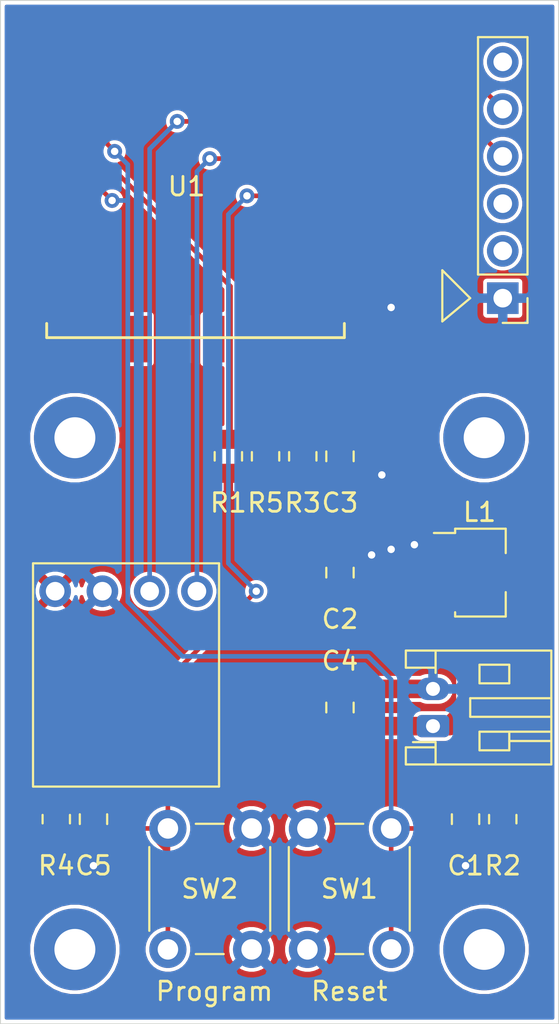
<source format=kicad_pcb>
(kicad_pcb (version 20171130) (host pcbnew 5.99.0+really5.1.10+dfsg1-1)

  (general
    (thickness 1.6)
    (drawings 7)
    (tracks 97)
    (zones 0)
    (modules 21)
    (nets 26)
  )

  (page A4)
  (layers
    (0 F.Cu signal hide)
    (31 B.Cu signal)
    (32 B.Adhes user)
    (33 F.Adhes user)
    (34 B.Paste user)
    (35 F.Paste user)
    (36 B.SilkS user)
    (37 F.SilkS user)
    (38 B.Mask user)
    (39 F.Mask user)
    (40 Dwgs.User user)
    (41 Cmts.User user)
    (42 Eco1.User user)
    (43 Eco2.User user)
    (44 Edge.Cuts user)
    (45 Margin user)
    (46 B.CrtYd user)
    (47 F.CrtYd user)
    (48 B.Fab user)
    (49 F.Fab user)
  )

  (setup
    (last_trace_width 0.25)
    (user_trace_width 1)
    (trace_clearance 0.2)
    (zone_clearance 0.2)
    (zone_45_only no)
    (trace_min 0.2)
    (via_size 0.8)
    (via_drill 0.4)
    (via_min_size 0.4)
    (via_min_drill 0.3)
    (uvia_size 0.3)
    (uvia_drill 0.1)
    (uvias_allowed no)
    (uvia_min_size 0.2)
    (uvia_min_drill 0.1)
    (edge_width 0.05)
    (segment_width 0.2)
    (pcb_text_width 0.3)
    (pcb_text_size 1.5 1.5)
    (mod_edge_width 0.12)
    (mod_text_size 1 1)
    (mod_text_width 0.15)
    (pad_size 4.4 4.4)
    (pad_drill 2.2)
    (pad_to_mask_clearance 0)
    (aux_axis_origin 0 0)
    (visible_elements FFFFFF7F)
    (pcbplotparams
      (layerselection 0x010fc_ffffffff)
      (usegerberextensions false)
      (usegerberattributes true)
      (usegerberadvancedattributes true)
      (creategerberjobfile true)
      (excludeedgelayer true)
      (linewidth 0.100000)
      (plotframeref false)
      (viasonmask false)
      (mode 1)
      (useauxorigin false)
      (hpglpennumber 1)
      (hpglpenspeed 20)
      (hpglpendiameter 15.000000)
      (psnegative false)
      (psa4output false)
      (plotreference true)
      (plotvalue true)
      (plotinvisibletext false)
      (padsonsilk false)
      (subtractmaskfromsilk false)
      (outputformat 1)
      (mirror false)
      (drillshape 1)
      (scaleselection 1)
      (outputdirectory ""))
  )

  (net 0 "")
  (net 1 "Net-(C1-Pad2)")
  (net 2 GND)
  (net 3 +3V3)
  (net 4 "Net-(C4-Pad1)")
  (net 5 "Net-(J2-Pad5)")
  (net 6 "Net-(J2-Pad4)")
  (net 7 "Net-(J2-Pad3)")
  (net 8 "Net-(J2-Pad2)")
  (net 9 "Net-(R1-Pad1)")
  (net 10 "Net-(R3-Pad2)")
  (net 11 "Net-(R5-Pad2)")
  (net 12 "Net-(U1-Pad22)")
  (net 13 "Net-(U1-Pad21)")
  (net 14 "Net-(U1-Pad20)")
  (net 15 "Net-(U1-Pad19)")
  (net 16 "Net-(U1-Pad18)")
  (net 17 "Net-(U1-Pad17)")
  (net 18 "Net-(U1-Pad7)")
  (net 19 "Net-(U1-Pad6)")
  (net 20 "Net-(U1-Pad5)")
  (net 21 "Net-(U1-Pad2)")
  (net 22 "Net-(J2-Pad6)")
  (net 23 SCL)
  (net 24 SDA)
  (net 25 "Net-(C5-Pad2)")

  (net_class Default "This is the default net class."
    (clearance 0.2)
    (trace_width 0.25)
    (via_dia 0.8)
    (via_drill 0.4)
    (uvia_dia 0.3)
    (uvia_drill 0.1)
    (add_net +3V3)
    (add_net GND)
    (add_net "Net-(C1-Pad2)")
    (add_net "Net-(C4-Pad1)")
    (add_net "Net-(C5-Pad2)")
    (add_net "Net-(J2-Pad2)")
    (add_net "Net-(J2-Pad3)")
    (add_net "Net-(J2-Pad4)")
    (add_net "Net-(J2-Pad5)")
    (add_net "Net-(J2-Pad6)")
    (add_net "Net-(R1-Pad1)")
    (add_net "Net-(R3-Pad2)")
    (add_net "Net-(R5-Pad2)")
    (add_net "Net-(U1-Pad17)")
    (add_net "Net-(U1-Pad18)")
    (add_net "Net-(U1-Pad19)")
    (add_net "Net-(U1-Pad2)")
    (add_net "Net-(U1-Pad20)")
    (add_net "Net-(U1-Pad21)")
    (add_net "Net-(U1-Pad22)")
    (add_net "Net-(U1-Pad5)")
    (add_net "Net-(U1-Pad6)")
    (add_net "Net-(U1-Pad7)")
    (add_net SCL)
    (add_net SDA)
  )

  (module ESP8266:ESP-12E_SMD (layer F.Cu) (tedit 62C2DC92) (tstamp 62BE840C)
    (at 3.5 2.5)
    (descr "Module, ESP-8266, ESP-12, 16 pad, SMD")
    (tags "Module ESP-8266 ESP8266")
    (path /62B7796D)
    (fp_text reference U1 (at 6.5 7.5 180) (layer F.SilkS)
      (effects (font (size 1 1) (thickness 0.15)))
    )
    (fp_text value ESP-12F (at 5.08 6.35 90) (layer F.Fab) hide
      (effects (font (size 1 1) (thickness 0.15)))
    )
    (fp_line (start -2.25 -0.5) (end -2.25 -8.75) (layer F.CrtYd) (width 0.05))
    (fp_line (start -2.25 -8.75) (end 15.25 -8.75) (layer F.CrtYd) (width 0.05))
    (fp_line (start 15.25 -8.75) (end 16.25 -8.75) (layer F.CrtYd) (width 0.05))
    (fp_line (start 16.25 -8.75) (end 16.25 16) (layer F.CrtYd) (width 0.05))
    (fp_line (start 16.25 16) (end -2.25 16) (layer F.CrtYd) (width 0.05))
    (fp_line (start -2.25 16) (end -2.25 -0.5) (layer F.CrtYd) (width 0.05))
    (fp_line (start -1.016 14.859) (end -1.016 15.621) (layer F.SilkS) (width 0.1524))
    (fp_line (start -1.016 15.621) (end 14.986 15.621) (layer F.SilkS) (width 0.1524))
    (fp_line (start 14.986 15.621) (end 14.986 14.859) (layer F.SilkS) (width 0.1524))
    (fp_line (start 15 -8.4) (end 15 15.6) (layer F.Fab) (width 0.05))
    (fp_line (start 14.992 15.6) (end -1.008 15.6) (layer F.Fab) (width 0.05))
    (fp_line (start -1.008 15.6) (end -1.008 -8.4) (layer F.Fab) (width 0.05))
    (fp_line (start -1.008 -8.4) (end 14.992 -8.4) (layer F.Fab) (width 0.05))
    (pad 22 smd rect (at 11.99 15 90) (size 2.5 1.1) (drill (offset -0.7 0)) (layers F.Cu F.Paste F.Mask)
      (net 12 "Net-(U1-Pad22)"))
    (pad 21 smd rect (at 9.99 15 90) (size 2.5 1.1) (drill (offset -0.7 0)) (layers F.Cu F.Paste F.Mask)
      (net 13 "Net-(U1-Pad21)"))
    (pad 20 smd rect (at 7.99 15 90) (size 2.5 1.1) (drill (offset -0.7 0)) (layers F.Cu F.Paste F.Mask)
      (net 14 "Net-(U1-Pad20)"))
    (pad 19 smd rect (at 5.99 15 90) (size 2.5 1.1) (drill (offset -0.7 0)) (layers F.Cu F.Paste F.Mask)
      (net 15 "Net-(U1-Pad19)"))
    (pad 18 smd rect (at 3.99 15 90) (size 2.5 1.1) (drill (offset -0.7 0)) (layers F.Cu F.Paste F.Mask)
      (net 16 "Net-(U1-Pad18)"))
    (pad 17 smd rect (at 1.99 15 90) (size 2.5 1.1) (drill (offset -0.7 0)) (layers F.Cu F.Paste F.Mask)
      (net 17 "Net-(U1-Pad17)"))
    (pad 16 smd rect (at 14 0) (size 2.5 1.1) (drill (offset 0.7 0)) (layers F.Cu F.Paste F.Mask)
      (net 5 "Net-(J2-Pad5)"))
    (pad 15 smd rect (at 14 2) (size 2.5 1.1) (drill (offset 0.7 0)) (layers F.Cu F.Paste F.Mask)
      (net 6 "Net-(J2-Pad4)"))
    (pad 14 smd rect (at 14 4) (size 2.5 1.1) (drill (offset 0.7 0)) (layers F.Cu F.Paste F.Mask)
      (net 23 SCL))
    (pad 13 smd rect (at 14 6) (size 2.5 1.1) (drill (offset 0.7 0)) (layers F.Cu F.Paste F.Mask)
      (net 24 SDA))
    (pad 12 smd rect (at 14 8) (size 2.5 1.1) (drill (offset 0.7 0)) (layers F.Cu F.Paste F.Mask)
      (net 25 "Net-(C5-Pad2)"))
    (pad 11 smd rect (at 14 10) (size 2.5 1.1) (drill (offset 0.7 0)) (layers F.Cu F.Paste F.Mask)
      (net 11 "Net-(R5-Pad2)"))
    (pad 10 smd rect (at 14 12) (size 2.5 1.1) (drill (offset 0.7 0)) (layers F.Cu F.Paste F.Mask)
      (net 10 "Net-(R3-Pad2)"))
    (pad 9 smd rect (at 14 14) (size 2.5 1.1) (drill (offset 0.7 0)) (layers F.Cu F.Paste F.Mask)
      (net 2 GND))
    (pad 8 smd rect (at 0 14) (size 2.5 1.1) (drill (offset -0.7 0)) (layers F.Cu F.Paste F.Mask)
      (net 3 +3V3))
    (pad 7 smd rect (at 0 12) (size 2.5 1.1) (drill (offset -0.7 0)) (layers F.Cu F.Paste F.Mask)
      (net 18 "Net-(U1-Pad7)"))
    (pad 6 smd rect (at 0 10) (size 2.5 1.1) (drill (offset -0.7 0)) (layers F.Cu F.Paste F.Mask)
      (net 19 "Net-(U1-Pad6)"))
    (pad 5 smd rect (at 0 8) (size 2.5 1.1) (drill (offset -0.7 0)) (layers F.Cu F.Paste F.Mask)
      (net 20 "Net-(U1-Pad5)"))
    (pad 4 smd rect (at 0 6) (size 2.5 1.1) (drill (offset -0.7 0)) (layers F.Cu F.Paste F.Mask)
      (net 1 "Net-(C1-Pad2)"))
    (pad 3 smd rect (at 0 4) (size 2.5 1.1) (drill (offset -0.7 0)) (layers F.Cu F.Paste F.Mask)
      (net 9 "Net-(R1-Pad1)"))
    (pad 2 smd rect (at 0 2) (size 2.5 1.1) (drill (offset -0.7 0)) (layers F.Cu F.Paste F.Mask)
      (net 21 "Net-(U1-Pad2)"))
    (pad 1 smd rect (at 0 0) (size 2.5 1.1) (drill (offset -0.7 0)) (layers F.Cu F.Paste F.Mask)
      (net 1 "Net-(C1-Pad2)"))
    (model ${ESPLIB}/ESP8266.3dshapes/ESP-12.wrl
      (at (xyz 0 0 0))
      (scale (xyz 0.3937 0.3937 0.3937))
      (rotate (xyz 0 0 0))
    )
  )

  (module Button_Switch_THT:SW_PUSH_6mm (layer F.Cu) (tedit 5A02FE31) (tstamp 62BE8503)
    (at 9 51 90)
    (descr https://www.omron.com/ecb/products/pdf/en-b3f.pdf)
    (tags "tact sw push 6mm")
    (path /62BC69E7)
    (fp_text reference SW2 (at 3.25 2.25 180) (layer F.SilkS)
      (effects (font (size 1 1) (thickness 0.15)))
    )
    (fp_text value Program (at -2.25 2.5 180) (layer F.SilkS)
      (effects (font (size 1 1) (thickness 0.15)))
    )
    (fp_text user %R (at 3.25 2.25 180) (layer F.Fab)
      (effects (font (size 1 1) (thickness 0.15)))
    )
    (fp_line (start 3.25 -0.75) (end 6.25 -0.75) (layer F.Fab) (width 0.1))
    (fp_line (start 6.25 -0.75) (end 6.25 5.25) (layer F.Fab) (width 0.1))
    (fp_line (start 6.25 5.25) (end 0.25 5.25) (layer F.Fab) (width 0.1))
    (fp_line (start 0.25 5.25) (end 0.25 -0.75) (layer F.Fab) (width 0.1))
    (fp_line (start 0.25 -0.75) (end 3.25 -0.75) (layer F.Fab) (width 0.1))
    (fp_line (start 7.75 6) (end 8 6) (layer F.CrtYd) (width 0.05))
    (fp_line (start 8 6) (end 8 5.75) (layer F.CrtYd) (width 0.05))
    (fp_line (start 7.75 -1.5) (end 8 -1.5) (layer F.CrtYd) (width 0.05))
    (fp_line (start 8 -1.5) (end 8 -1.25) (layer F.CrtYd) (width 0.05))
    (fp_line (start -1.5 -1.25) (end -1.5 -1.5) (layer F.CrtYd) (width 0.05))
    (fp_line (start -1.5 -1.5) (end -1.25 -1.5) (layer F.CrtYd) (width 0.05))
    (fp_line (start -1.5 5.75) (end -1.5 6) (layer F.CrtYd) (width 0.05))
    (fp_line (start -1.5 6) (end -1.25 6) (layer F.CrtYd) (width 0.05))
    (fp_line (start -1.25 -1.5) (end 7.75 -1.5) (layer F.CrtYd) (width 0.05))
    (fp_line (start -1.5 5.75) (end -1.5 -1.25) (layer F.CrtYd) (width 0.05))
    (fp_line (start 7.75 6) (end -1.25 6) (layer F.CrtYd) (width 0.05))
    (fp_line (start 8 -1.25) (end 8 5.75) (layer F.CrtYd) (width 0.05))
    (fp_line (start 1 5.5) (end 5.5 5.5) (layer F.SilkS) (width 0.12))
    (fp_line (start -0.25 1.5) (end -0.25 3) (layer F.SilkS) (width 0.12))
    (fp_line (start 5.5 -1) (end 1 -1) (layer F.SilkS) (width 0.12))
    (fp_line (start 6.75 3) (end 6.75 1.5) (layer F.SilkS) (width 0.12))
    (fp_circle (center 3.25 2.25) (end 1.25 2.5) (layer F.Fab) (width 0.1))
    (pad 1 thru_hole circle (at 6.5 0 180) (size 2 2) (drill 1.1) (layers *.Cu *.Mask)
      (net 25 "Net-(C5-Pad2)"))
    (pad 2 thru_hole circle (at 6.5 4.5 180) (size 2 2) (drill 1.1) (layers *.Cu *.Mask)
      (net 2 GND))
    (pad 1 thru_hole circle (at 0 0 180) (size 2 2) (drill 1.1) (layers *.Cu *.Mask)
      (net 25 "Net-(C5-Pad2)"))
    (pad 2 thru_hole circle (at 0 4.5 180) (size 2 2) (drill 1.1) (layers *.Cu *.Mask)
      (net 2 GND))
    (model ${KISYS3DMOD}/Button_Switch_THT.3dshapes/SW_PUSH_6mm.wrl
      (at (xyz 0 0 0))
      (scale (xyz 1 1 1))
      (rotate (xyz 0 0 0))
    )
  )

  (module Button_Switch_THT:SW_PUSH_6mm (layer F.Cu) (tedit 5A02FE31) (tstamp 62BE84B8)
    (at 16.5 51 90)
    (descr https://www.omron.com/ecb/products/pdf/en-b3f.pdf)
    (tags "tact sw push 6mm")
    (path /62B7F47C)
    (fp_text reference SW1 (at 3.25 2.25 180) (layer F.SilkS)
      (effects (font (size 1 1) (thickness 0.15)))
    )
    (fp_text value Reset (at -2.25 2.25 180) (layer F.SilkS)
      (effects (font (size 1 1) (thickness 0.15)))
    )
    (fp_text user %R (at 3.25 2.25 180) (layer F.Fab)
      (effects (font (size 1 1) (thickness 0.15)))
    )
    (fp_line (start 3.25 -0.75) (end 6.25 -0.75) (layer F.Fab) (width 0.1))
    (fp_line (start 6.25 -0.75) (end 6.25 5.25) (layer F.Fab) (width 0.1))
    (fp_line (start 6.25 5.25) (end 0.25 5.25) (layer F.Fab) (width 0.1))
    (fp_line (start 0.25 5.25) (end 0.25 -0.75) (layer F.Fab) (width 0.1))
    (fp_line (start 0.25 -0.75) (end 3.25 -0.75) (layer F.Fab) (width 0.1))
    (fp_line (start 7.75 6) (end 8 6) (layer F.CrtYd) (width 0.05))
    (fp_line (start 8 6) (end 8 5.75) (layer F.CrtYd) (width 0.05))
    (fp_line (start 7.75 -1.5) (end 8 -1.5) (layer F.CrtYd) (width 0.05))
    (fp_line (start 8 -1.5) (end 8 -1.25) (layer F.CrtYd) (width 0.05))
    (fp_line (start -1.5 -1.25) (end -1.5 -1.5) (layer F.CrtYd) (width 0.05))
    (fp_line (start -1.5 -1.5) (end -1.25 -1.5) (layer F.CrtYd) (width 0.05))
    (fp_line (start -1.5 5.75) (end -1.5 6) (layer F.CrtYd) (width 0.05))
    (fp_line (start -1.5 6) (end -1.25 6) (layer F.CrtYd) (width 0.05))
    (fp_line (start -1.25 -1.5) (end 7.75 -1.5) (layer F.CrtYd) (width 0.05))
    (fp_line (start -1.5 5.75) (end -1.5 -1.25) (layer F.CrtYd) (width 0.05))
    (fp_line (start 7.75 6) (end -1.25 6) (layer F.CrtYd) (width 0.05))
    (fp_line (start 8 -1.25) (end 8 5.75) (layer F.CrtYd) (width 0.05))
    (fp_line (start 1 5.5) (end 5.5 5.5) (layer F.SilkS) (width 0.12))
    (fp_line (start -0.25 1.5) (end -0.25 3) (layer F.SilkS) (width 0.12))
    (fp_line (start 5.5 -1) (end 1 -1) (layer F.SilkS) (width 0.12))
    (fp_line (start 6.75 3) (end 6.75 1.5) (layer F.SilkS) (width 0.12))
    (fp_circle (center 3.25 2.25) (end 1.25 2.5) (layer F.Fab) (width 0.1))
    (pad 1 thru_hole circle (at 6.5 0 180) (size 2 2) (drill 1.1) (layers *.Cu *.Mask)
      (net 2 GND))
    (pad 2 thru_hole circle (at 6.5 4.5 180) (size 2 2) (drill 1.1) (layers *.Cu *.Mask)
      (net 1 "Net-(C1-Pad2)"))
    (pad 1 thru_hole circle (at 0 0 180) (size 2 2) (drill 1.1) (layers *.Cu *.Mask)
      (net 2 GND))
    (pad 2 thru_hole circle (at 0 4.5 180) (size 2 2) (drill 1.1) (layers *.Cu *.Mask)
      (net 1 "Net-(C1-Pad2)"))
    (model ${KISYS3DMOD}/Button_Switch_THT.3dshapes/SW_PUSH_6mm.wrl
      (at (xyz 0 0 0))
      (scale (xyz 1 1 1))
      (rotate (xyz 0 0 0))
    )
  )

  (module Capacitor_SMD:C_0805_2012Metric (layer F.Cu) (tedit 5F68FEEE) (tstamp 62C18DC5)
    (at 5 44 90)
    (descr "Capacitor SMD 0805 (2012 Metric), square (rectangular) end terminal, IPC_7351 nominal, (Body size source: IPC-SM-782 page 76, https://www.pcb-3d.com/wordpress/wp-content/uploads/ipc-sm-782a_amendment_1_and_2.pdf, https://docs.google.com/spreadsheets/d/1BsfQQcO9C6DZCsRaXUlFlo91Tg2WpOkGARC1WS5S8t0/edit?usp=sharing), generated with kicad-footprint-generator")
    (tags capacitor)
    (path /62C50456)
    (attr smd)
    (fp_text reference C5 (at -2.5 0 180) (layer F.SilkS)
      (effects (font (size 1 1) (thickness 0.15)))
    )
    (fp_text value 100nF (at 0 1.68 90) (layer F.Fab) hide
      (effects (font (size 1 1) (thickness 0.15)))
    )
    (fp_text user %R (at 0 0 90) (layer F.Fab)
      (effects (font (size 0.5 0.5) (thickness 0.08)))
    )
    (fp_line (start -1 0.625) (end -1 -0.625) (layer F.Fab) (width 0.1))
    (fp_line (start -1 -0.625) (end 1 -0.625) (layer F.Fab) (width 0.1))
    (fp_line (start 1 -0.625) (end 1 0.625) (layer F.Fab) (width 0.1))
    (fp_line (start 1 0.625) (end -1 0.625) (layer F.Fab) (width 0.1))
    (fp_line (start -0.261252 -0.735) (end 0.261252 -0.735) (layer F.SilkS) (width 0.12))
    (fp_line (start -0.261252 0.735) (end 0.261252 0.735) (layer F.SilkS) (width 0.12))
    (fp_line (start -1.7 0.98) (end -1.7 -0.98) (layer F.CrtYd) (width 0.05))
    (fp_line (start -1.7 -0.98) (end 1.7 -0.98) (layer F.CrtYd) (width 0.05))
    (fp_line (start 1.7 -0.98) (end 1.7 0.98) (layer F.CrtYd) (width 0.05))
    (fp_line (start 1.7 0.98) (end -1.7 0.98) (layer F.CrtYd) (width 0.05))
    (pad 2 smd roundrect (at 0.95 0 90) (size 1 1.45) (layers F.Cu F.Paste F.Mask) (roundrect_rratio 0.25)
      (net 25 "Net-(C5-Pad2)"))
    (pad 1 smd roundrect (at -0.95 0 90) (size 1 1.45) (layers F.Cu F.Paste F.Mask) (roundrect_rratio 0.25)
      (net 2 GND))
    (model ${KISYS3DMOD}/Capacitor_SMD.3dshapes/C_0805_2012Metric.wrl
      (at (xyz 0 0 0))
      (scale (xyz 1 1 1))
      (rotate (xyz 0 0 0))
    )
  )

  (module MountingHole:MountingHole_2.2mm_M2_Pad (layer F.Cu) (tedit 62C2966A) (tstamp 62C1E9A6)
    (at 4 51)
    (descr "Mounting Hole 2.2mm, M2")
    (tags "mounting hole 2.2mm m2")
    (attr virtual)
    (fp_text reference REF** (at 0 -3.2) (layer F.SilkS) hide
      (effects (font (size 1 1) (thickness 0.15)))
    )
    (fp_text value MountingHole_2.2mm_M2_Pad (at 0 3.2) (layer F.Fab) hide
      (effects (font (size 1 1) (thickness 0.15)))
    )
    (fp_circle (center 0 0) (end 2.2 0) (layer Cmts.User) (width 0.15))
    (fp_circle (center 0 0) (end 2.45 0) (layer F.CrtYd) (width 0.05))
    (fp_text user %R (at 0.3 0) (layer F.Fab)
      (effects (font (size 1 1) (thickness 0.15)))
    )
    (pad "" thru_hole circle (at 0 0) (size 4.4 4.4) (drill 2.2) (layers *.Cu *.Mask))
  )

  (module MountingHole:MountingHole_2.2mm_M2_Pad (layer F.Cu) (tedit 62C29684) (tstamp 62BE8F46)
    (at 4 23.5)
    (descr "Mounting Hole 2.2mm, M2")
    (tags "mounting hole 2.2mm m2")
    (attr virtual)
    (fp_text reference REF** (at 0 -3.2) (layer F.SilkS) hide
      (effects (font (size 1 1) (thickness 0.15)))
    )
    (fp_text value MountingHole_2.2mm_M2_Pad (at 0 3.2) (layer F.Fab) hide
      (effects (font (size 1 1) (thickness 0.15)))
    )
    (fp_circle (center 0 0) (end 2.45 0) (layer F.CrtYd) (width 0.05))
    (fp_circle (center 0 0) (end 2.2 0) (layer Cmts.User) (width 0.15))
    (fp_text user %R (at 0.3 0) (layer F.Fab)
      (effects (font (size 1 1) (thickness 0.15)))
    )
    (pad "" thru_hole circle (at 0 0) (size 4.4 4.4) (drill 2.2) (layers *.Cu *.Mask))
  )

  (module Connector_PinHeader_2.54mm:PinHeader_1x06_P2.54mm_Vertical (layer F.Cu) (tedit 59FED5CC) (tstamp 62BE81D0)
    (at 27 16 180)
    (descr "Through hole straight pin header, 1x06, 2.54mm pitch, single row")
    (tags "Through hole pin header THT 1x06 2.54mm single row")
    (path /62B78EEC)
    (fp_text reference J2 (at 0 -2.33) (layer F.SilkS) hide
      (effects (font (size 1 1) (thickness 0.15)))
    )
    (fp_text value Conn_01x06_Male (at 0 15.03) (layer F.Fab) hide
      (effects (font (size 1 1) (thickness 0.15)))
    )
    (fp_line (start -0.635 -1.27) (end 1.27 -1.27) (layer F.Fab) (width 0.1))
    (fp_line (start 1.27 -1.27) (end 1.27 13.97) (layer F.Fab) (width 0.1))
    (fp_line (start 1.27 13.97) (end -1.27 13.97) (layer F.Fab) (width 0.1))
    (fp_line (start -1.27 13.97) (end -1.27 -0.635) (layer F.Fab) (width 0.1))
    (fp_line (start -1.27 -0.635) (end -0.635 -1.27) (layer F.Fab) (width 0.1))
    (fp_line (start -1.33 14.03) (end 1.33 14.03) (layer F.SilkS) (width 0.12))
    (fp_line (start -1.33 1.27) (end -1.33 14.03) (layer F.SilkS) (width 0.12))
    (fp_line (start 1.33 1.27) (end 1.33 14.03) (layer F.SilkS) (width 0.12))
    (fp_line (start -1.33 1.27) (end 1.33 1.27) (layer F.SilkS) (width 0.12))
    (fp_line (start -1.33 0) (end -1.33 -1.33) (layer F.SilkS) (width 0.12))
    (fp_line (start -1.33 -1.33) (end 0 -1.33) (layer F.SilkS) (width 0.12))
    (fp_line (start -1.8 -1.8) (end -1.8 14.5) (layer F.CrtYd) (width 0.05))
    (fp_line (start -1.8 14.5) (end 1.8 14.5) (layer F.CrtYd) (width 0.05))
    (fp_line (start 1.8 14.5) (end 1.8 -1.8) (layer F.CrtYd) (width 0.05))
    (fp_line (start 1.8 -1.8) (end -1.8 -1.8) (layer F.CrtYd) (width 0.05))
    (fp_text user %R (at 0 6.35 90) (layer F.Fab) hide
      (effects (font (size 1 1) (thickness 0.15)))
    )
    (pad 6 thru_hole oval (at 0 12.7 180) (size 1.7 1.7) (drill 1) (layers *.Cu *.Mask)
      (net 22 "Net-(J2-Pad6)"))
    (pad 5 thru_hole oval (at 0 10.16 180) (size 1.7 1.7) (drill 1) (layers *.Cu *.Mask)
      (net 5 "Net-(J2-Pad5)"))
    (pad 4 thru_hole oval (at 0 7.62 180) (size 1.7 1.7) (drill 1) (layers *.Cu *.Mask)
      (net 6 "Net-(J2-Pad4)"))
    (pad 3 thru_hole oval (at 0 5.08 180) (size 1.7 1.7) (drill 1) (layers *.Cu *.Mask)
      (net 7 "Net-(J2-Pad3)"))
    (pad 2 thru_hole oval (at 0 2.54 180) (size 1.7 1.7) (drill 1) (layers *.Cu *.Mask)
      (net 8 "Net-(J2-Pad2)"))
    (pad 1 thru_hole rect (at 0 0 180) (size 1.7 1.7) (drill 1) (layers *.Cu *.Mask)
      (net 2 GND))
    (model ${KISYS3DMOD}/Connector_PinHeader_2.54mm.3dshapes/PinHeader_1x06_P2.54mm_Vertical.wrl
      (at (xyz 0 0 0))
      (scale (xyz 1 1 1))
      (rotate (xyz 0 0 0))
    )
  )

  (module Resistor_SMD:R_0805_2012Metric (layer F.Cu) (tedit 5F68FEEE) (tstamp 62BE82FC)
    (at 3 44 90)
    (descr "Resistor SMD 0805 (2012 Metric), square (rectangular) end terminal, IPC_7351 nominal, (Body size source: IPC-SM-782 page 72, https://www.pcb-3d.com/wordpress/wp-content/uploads/ipc-sm-782a_amendment_1_and_2.pdf), generated with kicad-footprint-generator")
    (tags resistor)
    (path /62B8C4E0)
    (attr smd)
    (fp_text reference R4 (at -2.5 0 180) (layer F.SilkS)
      (effects (font (size 1 1) (thickness 0.15)))
    )
    (fp_text value 10k (at 0 1.65 90) (layer F.Fab) hide
      (effects (font (size 1 1) (thickness 0.15)))
    )
    (fp_line (start -1 0.625) (end -1 -0.625) (layer F.Fab) (width 0.1))
    (fp_line (start -1 -0.625) (end 1 -0.625) (layer F.Fab) (width 0.1))
    (fp_line (start 1 -0.625) (end 1 0.625) (layer F.Fab) (width 0.1))
    (fp_line (start 1 0.625) (end -1 0.625) (layer F.Fab) (width 0.1))
    (fp_line (start -0.227064 -0.735) (end 0.227064 -0.735) (layer F.SilkS) (width 0.12))
    (fp_line (start -0.227064 0.735) (end 0.227064 0.735) (layer F.SilkS) (width 0.12))
    (fp_line (start -1.68 0.95) (end -1.68 -0.95) (layer F.CrtYd) (width 0.05))
    (fp_line (start -1.68 -0.95) (end 1.68 -0.95) (layer F.CrtYd) (width 0.05))
    (fp_line (start 1.68 -0.95) (end 1.68 0.95) (layer F.CrtYd) (width 0.05))
    (fp_line (start 1.68 0.95) (end -1.68 0.95) (layer F.CrtYd) (width 0.05))
    (fp_text user %R (at 0 0 90) (layer F.Fab)
      (effects (font (size 0.5 0.5) (thickness 0.08)))
    )
    (pad 2 smd roundrect (at 0.9125 0 90) (size 1.025 1.4) (layers F.Cu F.Paste F.Mask) (roundrect_rratio 0.243902)
      (net 25 "Net-(C5-Pad2)"))
    (pad 1 smd roundrect (at -0.9125 0 90) (size 1.025 1.4) (layers F.Cu F.Paste F.Mask) (roundrect_rratio 0.243902)
      (net 3 +3V3))
    (model ${KISYS3DMOD}/Resistor_SMD.3dshapes/R_0805_2012Metric.wrl
      (at (xyz 0 0 0))
      (scale (xyz 1 1 1))
      (rotate (xyz 0 0 0))
    )
  )

  (module Capacitor_SMD:C_0805_2012Metric (layer F.Cu) (tedit 5F68FEEE) (tstamp 62BE832C)
    (at 25 44 90)
    (descr "Capacitor SMD 0805 (2012 Metric), square (rectangular) end terminal, IPC_7351 nominal, (Body size source: IPC-SM-782 page 76, https://www.pcb-3d.com/wordpress/wp-content/uploads/ipc-sm-782a_amendment_1_and_2.pdf, https://docs.google.com/spreadsheets/d/1BsfQQcO9C6DZCsRaXUlFlo91Tg2WpOkGARC1WS5S8t0/edit?usp=sharing), generated with kicad-footprint-generator")
    (tags capacitor)
    (path /62B92B65)
    (attr smd)
    (fp_text reference C1 (at -2.5 0 180) (layer F.SilkS)
      (effects (font (size 1 1) (thickness 0.15)))
    )
    (fp_text value 100nF (at 0 1.68 90) (layer F.Fab) hide
      (effects (font (size 1 1) (thickness 0.15)))
    )
    (fp_line (start -1 0.625) (end -1 -0.625) (layer F.Fab) (width 0.1))
    (fp_line (start -1 -0.625) (end 1 -0.625) (layer F.Fab) (width 0.1))
    (fp_line (start 1 -0.625) (end 1 0.625) (layer F.Fab) (width 0.1))
    (fp_line (start 1 0.625) (end -1 0.625) (layer F.Fab) (width 0.1))
    (fp_line (start -0.261252 -0.735) (end 0.261252 -0.735) (layer F.SilkS) (width 0.12))
    (fp_line (start -0.261252 0.735) (end 0.261252 0.735) (layer F.SilkS) (width 0.12))
    (fp_line (start -1.7 0.98) (end -1.7 -0.98) (layer F.CrtYd) (width 0.05))
    (fp_line (start -1.7 -0.98) (end 1.7 -0.98) (layer F.CrtYd) (width 0.05))
    (fp_line (start 1.7 -0.98) (end 1.7 0.98) (layer F.CrtYd) (width 0.05))
    (fp_line (start 1.7 0.98) (end -1.7 0.98) (layer F.CrtYd) (width 0.05))
    (fp_text user %R (at 0 0 90) (layer F.Fab)
      (effects (font (size 0.5 0.5) (thickness 0.08)))
    )
    (pad 2 smd roundrect (at 0.95 0 90) (size 1 1.45) (layers F.Cu F.Paste F.Mask) (roundrect_rratio 0.25)
      (net 1 "Net-(C1-Pad2)"))
    (pad 1 smd roundrect (at -0.95 0 90) (size 1 1.45) (layers F.Cu F.Paste F.Mask) (roundrect_rratio 0.25)
      (net 2 GND))
    (model ${KISYS3DMOD}/Capacitor_SMD.3dshapes/C_0805_2012Metric.wrl
      (at (xyz 0 0 0))
      (scale (xyz 1 1 1))
      (rotate (xyz 0 0 0))
    )
  )

  (module Package_TO_SOT_SMD:SOT-89-3 (layer F.Cu) (tedit 5C33D6E8) (tstamp 62BE8189)
    (at 25.5 30.75)
    (descr "SOT-89-3, http://ww1.microchip.com/downloads/en/DeviceDoc/3L_SOT-89_MB_C04-029C.pdf")
    (tags SOT-89-3)
    (path /62BB3C55)
    (attr smd)
    (fp_text reference L1 (at 0.25 -3.25) (layer F.SilkS)
      (effects (font (size 1 1) (thickness 0.15)))
    )
    (fp_text value HT7333-A (at 0.3 3.5) (layer F.Fab) hide
      (effects (font (size 1 1) (thickness 0.15)))
    )
    (fp_line (start -1.06 2.36) (end -1.06 2.13) (layer F.SilkS) (width 0.12))
    (fp_line (start -1.06 -2.36) (end -1.06 -2.13) (layer F.SilkS) (width 0.12))
    (fp_line (start -1.06 -2.36) (end 1.66 -2.36) (layer F.SilkS) (width 0.12))
    (fp_line (start -2.55 2.5) (end -2.55 -2.5) (layer F.CrtYd) (width 0.05))
    (fp_line (start -2.55 2.5) (end 2.55 2.5) (layer F.CrtYd) (width 0.05))
    (fp_line (start 2.55 -2.5) (end -2.55 -2.5) (layer F.CrtYd) (width 0.05))
    (fp_line (start 2.55 -2.5) (end 2.55 2.5) (layer F.CrtYd) (width 0.05))
    (fp_line (start 0.05 -2.25) (end 1.55 -2.25) (layer F.Fab) (width 0.1))
    (fp_line (start -0.95 2.25) (end -0.95 -1.25) (layer F.Fab) (width 0.1))
    (fp_line (start 1.55 2.25) (end -0.95 2.25) (layer F.Fab) (width 0.1))
    (fp_line (start 1.55 -2.25) (end 1.55 2.25) (layer F.Fab) (width 0.1))
    (fp_line (start -0.95 -1.25) (end 0.05 -2.25) (layer F.Fab) (width 0.1))
    (fp_line (start 1.66 -2.36) (end 1.66 -1.05) (layer F.SilkS) (width 0.12))
    (fp_line (start -2.2 -2.13) (end -1.06 -2.13) (layer F.SilkS) (width 0.12))
    (fp_line (start 1.66 2.36) (end -1.06 2.36) (layer F.SilkS) (width 0.12))
    (fp_line (start 1.66 1.05) (end 1.66 2.36) (layer F.SilkS) (width 0.12))
    (fp_text user %R (at 0.5 0 90) (layer F.Fab)
      (effects (font (size 1 1) (thickness 0.15)))
    )
    (pad 2 smd custom (at -1.5625 0) (size 1.475 0.9) (layers F.Cu F.Paste F.Mask)
      (net 4 "Net-(C4-Pad1)") (zone_connect 2)
      (options (clearance outline) (anchor rect))
      (primitives
        (gr_poly (pts
           (xy 0.7375 -0.8665) (xy 3.8625 -0.8665) (xy 3.8625 0.8665) (xy 0.7375 0.8665)) (width 0))
      ))
    (pad 3 smd rect (at -1.65 1.5) (size 1.3 0.9) (layers F.Cu F.Paste F.Mask)
      (net 3 +3V3))
    (pad 1 smd rect (at -1.65 -1.5) (size 1.3 0.9) (layers F.Cu F.Paste F.Mask)
      (net 2 GND))
    (model ${KISYS3DMOD}/Package_TO_SOT_SMD.3dshapes/SOT-89-3.wrl
      (at (xyz 0 0 0))
      (scale (xyz 1 1 1))
      (rotate (xyz 0 0 0))
    )
  )

  (module MountingHole:MountingHole_2.2mm_M2_Pad (layer F.Cu) (tedit 62C296A0) (tstamp 62BE8FE8)
    (at 26 23.5)
    (descr "Mounting Hole 2.2mm, M2")
    (tags "mounting hole 2.2mm m2")
    (attr virtual)
    (fp_text reference REF** (at 0 -3.2) (layer F.SilkS) hide
      (effects (font (size 1 1) (thickness 0.15)))
    )
    (fp_text value MountingHole_2.2mm_M2_Pad (at 0 3.2) (layer F.Fab) hide
      (effects (font (size 1 1) (thickness 0.15)))
    )
    (fp_circle (center 0 0) (end 2.2 0) (layer Cmts.User) (width 0.15))
    (fp_circle (center 0 0) (end 2.45 0) (layer F.CrtYd) (width 0.05))
    (fp_text user %R (at 0.3 0) (layer F.Fab)
      (effects (font (size 1 1) (thickness 0.15)))
    )
    (pad "" thru_hole circle (at 0 0) (size 4.4 4.4) (drill 2.2) (layers *.Cu *.Mask))
  )

  (module Capacitor_SMD:C_0805_2012Metric (layer F.Cu) (tedit 5F68FEEE) (tstamp 62BE82CC)
    (at 18.25 38 90)
    (descr "Capacitor SMD 0805 (2012 Metric), square (rectangular) end terminal, IPC_7351 nominal, (Body size source: IPC-SM-782 page 76, https://www.pcb-3d.com/wordpress/wp-content/uploads/ipc-sm-782a_amendment_1_and_2.pdf, https://docs.google.com/spreadsheets/d/1BsfQQcO9C6DZCsRaXUlFlo91Tg2WpOkGARC1WS5S8t0/edit?usp=sharing), generated with kicad-footprint-generator")
    (tags capacitor)
    (path /62BBB7C4)
    (attr smd)
    (fp_text reference C4 (at 2.5 0 180) (layer F.SilkS)
      (effects (font (size 1 1) (thickness 0.15)))
    )
    (fp_text value 10uF (at 0 1.68 90) (layer F.Fab) hide
      (effects (font (size 1 1) (thickness 0.15)))
    )
    (fp_line (start -1 0.625) (end -1 -0.625) (layer F.Fab) (width 0.1))
    (fp_line (start -1 -0.625) (end 1 -0.625) (layer F.Fab) (width 0.1))
    (fp_line (start 1 -0.625) (end 1 0.625) (layer F.Fab) (width 0.1))
    (fp_line (start 1 0.625) (end -1 0.625) (layer F.Fab) (width 0.1))
    (fp_line (start -0.261252 -0.735) (end 0.261252 -0.735) (layer F.SilkS) (width 0.12))
    (fp_line (start -0.261252 0.735) (end 0.261252 0.735) (layer F.SilkS) (width 0.12))
    (fp_line (start -1.7 0.98) (end -1.7 -0.98) (layer F.CrtYd) (width 0.05))
    (fp_line (start -1.7 -0.98) (end 1.7 -0.98) (layer F.CrtYd) (width 0.05))
    (fp_line (start 1.7 -0.98) (end 1.7 0.98) (layer F.CrtYd) (width 0.05))
    (fp_line (start 1.7 0.98) (end -1.7 0.98) (layer F.CrtYd) (width 0.05))
    (fp_text user %R (at 0 0 90) (layer F.Fab)
      (effects (font (size 0.5 0.5) (thickness 0.08)))
    )
    (pad 2 smd roundrect (at 0.95 0 90) (size 1 1.45) (layers F.Cu F.Paste F.Mask) (roundrect_rratio 0.25)
      (net 2 GND))
    (pad 1 smd roundrect (at -0.95 0 90) (size 1 1.45) (layers F.Cu F.Paste F.Mask) (roundrect_rratio 0.25)
      (net 4 "Net-(C4-Pad1)"))
    (model ${KISYS3DMOD}/Capacitor_SMD.3dshapes/C_0805_2012Metric.wrl
      (at (xyz 0 0 0))
      (scale (xyz 1 1 1))
      (rotate (xyz 0 0 0))
    )
  )

  (module Capacitor_SMD:C_0805_2012Metric (layer F.Cu) (tedit 5F68FEEE) (tstamp 62BE83BF)
    (at 18.25 30.75 90)
    (descr "Capacitor SMD 0805 (2012 Metric), square (rectangular) end terminal, IPC_7351 nominal, (Body size source: IPC-SM-782 page 76, https://www.pcb-3d.com/wordpress/wp-content/uploads/ipc-sm-782a_amendment_1_and_2.pdf, https://docs.google.com/spreadsheets/d/1BsfQQcO9C6DZCsRaXUlFlo91Tg2WpOkGARC1WS5S8t0/edit?usp=sharing), generated with kicad-footprint-generator")
    (tags capacitor)
    (path /62B9E567)
    (attr smd)
    (fp_text reference C2 (at -2.5 0 180) (layer F.SilkS)
      (effects (font (size 1 1) (thickness 0.15)))
    )
    (fp_text value 10uF (at 3.5 0.5 90) (layer F.Fab) hide
      (effects (font (size 1 1) (thickness 0.15)))
    )
    (fp_line (start -1 0.625) (end -1 -0.625) (layer F.Fab) (width 0.1))
    (fp_line (start -1 -0.625) (end 1 -0.625) (layer F.Fab) (width 0.1))
    (fp_line (start 1 -0.625) (end 1 0.625) (layer F.Fab) (width 0.1))
    (fp_line (start 1 0.625) (end -1 0.625) (layer F.Fab) (width 0.1))
    (fp_line (start -0.261252 -0.735) (end 0.261252 -0.735) (layer F.SilkS) (width 0.12))
    (fp_line (start -0.261252 0.735) (end 0.261252 0.735) (layer F.SilkS) (width 0.12))
    (fp_line (start -1.7 0.98) (end -1.7 -0.98) (layer F.CrtYd) (width 0.05))
    (fp_line (start -1.7 -0.98) (end 1.7 -0.98) (layer F.CrtYd) (width 0.05))
    (fp_line (start 1.7 -0.98) (end 1.7 0.98) (layer F.CrtYd) (width 0.05))
    (fp_line (start 1.7 0.98) (end -1.7 0.98) (layer F.CrtYd) (width 0.05))
    (fp_text user %R (at 0 0 90) (layer F.Fab)
      (effects (font (size 0.5 0.5) (thickness 0.08)))
    )
    (pad 2 smd roundrect (at 0.95 0 90) (size 1 1.45) (layers F.Cu F.Paste F.Mask) (roundrect_rratio 0.25)
      (net 2 GND))
    (pad 1 smd roundrect (at -0.95 0 90) (size 1 1.45) (layers F.Cu F.Paste F.Mask) (roundrect_rratio 0.25)
      (net 3 +3V3))
    (model ${KISYS3DMOD}/Capacitor_SMD.3dshapes/C_0805_2012Metric.wrl
      (at (xyz 0 0 0))
      (scale (xyz 1 1 1))
      (rotate (xyz 0 0 0))
    )
  )

  (module Resistor_SMD:R_0805_2012Metric (layer F.Cu) (tedit 5F68FEEE) (tstamp 62BE847F)
    (at 14.25 24.5 90)
    (descr "Resistor SMD 0805 (2012 Metric), square (rectangular) end terminal, IPC_7351 nominal, (Body size source: IPC-SM-782 page 72, https://www.pcb-3d.com/wordpress/wp-content/uploads/ipc-sm-782a_amendment_1_and_2.pdf), generated with kicad-footprint-generator")
    (tags resistor)
    (path /62BA15DD)
    (attr smd)
    (fp_text reference R5 (at -2.5 0 180) (layer F.SilkS)
      (effects (font (size 1 1) (thickness 0.15)))
    )
    (fp_text value 10k (at 0 1.65 90) (layer F.Fab) hide
      (effects (font (size 1 1) (thickness 0.15)))
    )
    (fp_line (start -1 0.625) (end -1 -0.625) (layer F.Fab) (width 0.1))
    (fp_line (start -1 -0.625) (end 1 -0.625) (layer F.Fab) (width 0.1))
    (fp_line (start 1 -0.625) (end 1 0.625) (layer F.Fab) (width 0.1))
    (fp_line (start 1 0.625) (end -1 0.625) (layer F.Fab) (width 0.1))
    (fp_line (start -0.227064 -0.735) (end 0.227064 -0.735) (layer F.SilkS) (width 0.12))
    (fp_line (start -0.227064 0.735) (end 0.227064 0.735) (layer F.SilkS) (width 0.12))
    (fp_line (start -1.68 0.95) (end -1.68 -0.95) (layer F.CrtYd) (width 0.05))
    (fp_line (start -1.68 -0.95) (end 1.68 -0.95) (layer F.CrtYd) (width 0.05))
    (fp_line (start 1.68 -0.95) (end 1.68 0.95) (layer F.CrtYd) (width 0.05))
    (fp_line (start 1.68 0.95) (end -1.68 0.95) (layer F.CrtYd) (width 0.05))
    (fp_text user %R (at 0 0 90) (layer F.Fab)
      (effects (font (size 0.5 0.5) (thickness 0.08)))
    )
    (pad 2 smd roundrect (at 0.9125 0 90) (size 1.025 1.4) (layers F.Cu F.Paste F.Mask) (roundrect_rratio 0.243902)
      (net 11 "Net-(R5-Pad2)"))
    (pad 1 smd roundrect (at -0.9125 0 90) (size 1.025 1.4) (layers F.Cu F.Paste F.Mask) (roundrect_rratio 0.243902)
      (net 3 +3V3))
    (model ${KISYS3DMOD}/Resistor_SMD.3dshapes/R_0805_2012Metric.wrl
      (at (xyz 0 0 0))
      (scale (xyz 1 1 1))
      (rotate (xyz 0 0 0))
    )
  )

  (module Connector_JST:JST_PH_S2B-PH-K_1x02_P2.00mm_Horizontal (layer F.Cu) (tedit 5B7745C6) (tstamp 62BE8260)
    (at 23.25 39 90)
    (descr "JST PH series connector, S2B-PH-K (http://www.jst-mfg.com/product/pdf/eng/ePH.pdf), generated with kicad-footprint-generator")
    (tags "connector JST PH top entry")
    (path /62BC16F6)
    (fp_text reference J1 (at 1 2.5 270) (layer F.SilkS) hide
      (effects (font (size 1 1) (thickness 0.15)))
    )
    (fp_text value Conn_01x02 (at 1 7.45 90) (layer F.Fab) hide
      (effects (font (size 1 1) (thickness 0.15)))
    )
    (fp_line (start -0.86 0.14) (end -1.14 0.14) (layer F.SilkS) (width 0.12))
    (fp_line (start -1.14 0.14) (end -1.14 -1.46) (layer F.SilkS) (width 0.12))
    (fp_line (start -1.14 -1.46) (end -2.06 -1.46) (layer F.SilkS) (width 0.12))
    (fp_line (start -2.06 -1.46) (end -2.06 6.36) (layer F.SilkS) (width 0.12))
    (fp_line (start -2.06 6.36) (end 4.06 6.36) (layer F.SilkS) (width 0.12))
    (fp_line (start 4.06 6.36) (end 4.06 -1.46) (layer F.SilkS) (width 0.12))
    (fp_line (start 4.06 -1.46) (end 3.14 -1.46) (layer F.SilkS) (width 0.12))
    (fp_line (start 3.14 -1.46) (end 3.14 0.14) (layer F.SilkS) (width 0.12))
    (fp_line (start 3.14 0.14) (end 2.86 0.14) (layer F.SilkS) (width 0.12))
    (fp_line (start 0.5 6.36) (end 0.5 2) (layer F.SilkS) (width 0.12))
    (fp_line (start 0.5 2) (end 1.5 2) (layer F.SilkS) (width 0.12))
    (fp_line (start 1.5 2) (end 1.5 6.36) (layer F.SilkS) (width 0.12))
    (fp_line (start -2.06 0.14) (end -1.14 0.14) (layer F.SilkS) (width 0.12))
    (fp_line (start 4.06 0.14) (end 3.14 0.14) (layer F.SilkS) (width 0.12))
    (fp_line (start -1.3 2.5) (end -1.3 4.1) (layer F.SilkS) (width 0.12))
    (fp_line (start -1.3 4.1) (end -0.3 4.1) (layer F.SilkS) (width 0.12))
    (fp_line (start -0.3 4.1) (end -0.3 2.5) (layer F.SilkS) (width 0.12))
    (fp_line (start -0.3 2.5) (end -1.3 2.5) (layer F.SilkS) (width 0.12))
    (fp_line (start 3.3 2.5) (end 3.3 4.1) (layer F.SilkS) (width 0.12))
    (fp_line (start 3.3 4.1) (end 2.3 4.1) (layer F.SilkS) (width 0.12))
    (fp_line (start 2.3 4.1) (end 2.3 2.5) (layer F.SilkS) (width 0.12))
    (fp_line (start 2.3 2.5) (end 3.3 2.5) (layer F.SilkS) (width 0.12))
    (fp_line (start -0.3 4.1) (end -0.3 6.36) (layer F.SilkS) (width 0.12))
    (fp_line (start -0.8 4.1) (end -0.8 6.36) (layer F.SilkS) (width 0.12))
    (fp_line (start -2.45 -1.85) (end -2.45 6.75) (layer F.CrtYd) (width 0.05))
    (fp_line (start -2.45 6.75) (end 4.45 6.75) (layer F.CrtYd) (width 0.05))
    (fp_line (start 4.45 6.75) (end 4.45 -1.85) (layer F.CrtYd) (width 0.05))
    (fp_line (start 4.45 -1.85) (end -2.45 -1.85) (layer F.CrtYd) (width 0.05))
    (fp_line (start -1.25 0.25) (end -1.25 -1.35) (layer F.Fab) (width 0.1))
    (fp_line (start -1.25 -1.35) (end -1.95 -1.35) (layer F.Fab) (width 0.1))
    (fp_line (start -1.95 -1.35) (end -1.95 6.25) (layer F.Fab) (width 0.1))
    (fp_line (start -1.95 6.25) (end 3.95 6.25) (layer F.Fab) (width 0.1))
    (fp_line (start 3.95 6.25) (end 3.95 -1.35) (layer F.Fab) (width 0.1))
    (fp_line (start 3.95 -1.35) (end 3.25 -1.35) (layer F.Fab) (width 0.1))
    (fp_line (start 3.25 -1.35) (end 3.25 0.25) (layer F.Fab) (width 0.1))
    (fp_line (start 3.25 0.25) (end -1.25 0.25) (layer F.Fab) (width 0.1))
    (fp_line (start -0.86 0.14) (end -0.86 -1.075) (layer F.SilkS) (width 0.12))
    (fp_line (start 0 0.875) (end -0.5 1.375) (layer F.Fab) (width 0.1))
    (fp_line (start -0.5 1.375) (end 0.5 1.375) (layer F.Fab) (width 0.1))
    (fp_line (start 0.5 1.375) (end 0 0.875) (layer F.Fab) (width 0.1))
    (fp_text user %R (at 1 2.5 90) (layer F.Fab) hide
      (effects (font (size 1 1) (thickness 0.15)))
    )
    (pad 2 thru_hole oval (at 2 0 90) (size 1.2 1.75) (drill 0.75) (layers *.Cu *.Mask)
      (net 2 GND))
    (pad 1 thru_hole roundrect (at 0 0 90) (size 1.2 1.75) (drill 0.75) (layers *.Cu *.Mask) (roundrect_rratio 0.208333)
      (net 4 "Net-(C4-Pad1)"))
    (model ${KISYS3DMOD}/Connector_JST.3dshapes/JST_PH_S2B-PH-K_1x02_P2.00mm_Horizontal.wrl
      (at (xyz 0 0 0))
      (scale (xyz 1 1 1))
      (rotate (xyz 0 0 0))
    )
  )

  (module Capacitor_SMD:C_0805_2012Metric (layer F.Cu) (tedit 5F68FEEE) (tstamp 62BE838F)
    (at 18.25 24.5 270)
    (descr "Capacitor SMD 0805 (2012 Metric), square (rectangular) end terminal, IPC_7351 nominal, (Body size source: IPC-SM-782 page 76, https://www.pcb-3d.com/wordpress/wp-content/uploads/ipc-sm-782a_amendment_1_and_2.pdf, https://docs.google.com/spreadsheets/d/1BsfQQcO9C6DZCsRaXUlFlo91Tg2WpOkGARC1WS5S8t0/edit?usp=sharing), generated with kicad-footprint-generator")
    (tags capacitor)
    (path /62B9F4BC)
    (attr smd)
    (fp_text reference C3 (at 2.5 0 180) (layer F.SilkS)
      (effects (font (size 1 1) (thickness 0.15)))
    )
    (fp_text value 100nF (at 4 0.5 90) (layer F.Fab) hide
      (effects (font (size 1 1) (thickness 0.15)))
    )
    (fp_line (start -1 0.625) (end -1 -0.625) (layer F.Fab) (width 0.1))
    (fp_line (start -1 -0.625) (end 1 -0.625) (layer F.Fab) (width 0.1))
    (fp_line (start 1 -0.625) (end 1 0.625) (layer F.Fab) (width 0.1))
    (fp_line (start 1 0.625) (end -1 0.625) (layer F.Fab) (width 0.1))
    (fp_line (start -0.261252 -0.735) (end 0.261252 -0.735) (layer F.SilkS) (width 0.12))
    (fp_line (start -0.261252 0.735) (end 0.261252 0.735) (layer F.SilkS) (width 0.12))
    (fp_line (start -1.7 0.98) (end -1.7 -0.98) (layer F.CrtYd) (width 0.05))
    (fp_line (start -1.7 -0.98) (end 1.7 -0.98) (layer F.CrtYd) (width 0.05))
    (fp_line (start 1.7 -0.98) (end 1.7 0.98) (layer F.CrtYd) (width 0.05))
    (fp_line (start 1.7 0.98) (end -1.7 0.98) (layer F.CrtYd) (width 0.05))
    (fp_text user %R (at 0 0 90) (layer F.Fab)
      (effects (font (size 0.5 0.5) (thickness 0.08)))
    )
    (pad 2 smd roundrect (at 0.95 0 270) (size 1 1.45) (layers F.Cu F.Paste F.Mask) (roundrect_rratio 0.25)
      (net 2 GND))
    (pad 1 smd roundrect (at -0.95 0 270) (size 1 1.45) (layers F.Cu F.Paste F.Mask) (roundrect_rratio 0.25)
      (net 3 +3V3))
    (model ${KISYS3DMOD}/Capacitor_SMD.3dshapes/C_0805_2012Metric.wrl
      (at (xyz 0 0 0))
      (scale (xyz 1 1 1))
      (rotate (xyz 0 0 0))
    )
  )

  (module Resistor_SMD:R_0805_2012Metric (layer F.Cu) (tedit 5F68FEEE) (tstamp 62BE8212)
    (at 16.25 24.5 90)
    (descr "Resistor SMD 0805 (2012 Metric), square (rectangular) end terminal, IPC_7351 nominal, (Body size source: IPC-SM-782 page 72, https://www.pcb-3d.com/wordpress/wp-content/uploads/ipc-sm-782a_amendment_1_and_2.pdf), generated with kicad-footprint-generator")
    (tags resistor)
    (path /62B86F73)
    (attr smd)
    (fp_text reference R3 (at -2.5 0 180) (layer F.SilkS)
      (effects (font (size 1 1) (thickness 0.15)))
    )
    (fp_text value 10k (at 0 1.65 90) (layer F.Fab) hide
      (effects (font (size 1 1) (thickness 0.15)))
    )
    (fp_line (start -1 0.625) (end -1 -0.625) (layer F.Fab) (width 0.1))
    (fp_line (start -1 -0.625) (end 1 -0.625) (layer F.Fab) (width 0.1))
    (fp_line (start 1 -0.625) (end 1 0.625) (layer F.Fab) (width 0.1))
    (fp_line (start 1 0.625) (end -1 0.625) (layer F.Fab) (width 0.1))
    (fp_line (start -0.227064 -0.735) (end 0.227064 -0.735) (layer F.SilkS) (width 0.12))
    (fp_line (start -0.227064 0.735) (end 0.227064 0.735) (layer F.SilkS) (width 0.12))
    (fp_line (start -1.68 0.95) (end -1.68 -0.95) (layer F.CrtYd) (width 0.05))
    (fp_line (start -1.68 -0.95) (end 1.68 -0.95) (layer F.CrtYd) (width 0.05))
    (fp_line (start 1.68 -0.95) (end 1.68 0.95) (layer F.CrtYd) (width 0.05))
    (fp_line (start 1.68 0.95) (end -1.68 0.95) (layer F.CrtYd) (width 0.05))
    (fp_text user %R (at 0 0 90) (layer F.Fab)
      (effects (font (size 0.5 0.5) (thickness 0.08)))
    )
    (pad 2 smd roundrect (at 0.9125 0 90) (size 1.025 1.4) (layers F.Cu F.Paste F.Mask) (roundrect_rratio 0.243902)
      (net 10 "Net-(R3-Pad2)"))
    (pad 1 smd roundrect (at -0.9125 0 90) (size 1.025 1.4) (layers F.Cu F.Paste F.Mask) (roundrect_rratio 0.243902)
      (net 2 GND))
    (model ${KISYS3DMOD}/Resistor_SMD.3dshapes/R_0805_2012Metric.wrl
      (at (xyz 0 0 0))
      (scale (xyz 1 1 1))
      (rotate (xyz 0 0 0))
    )
  )

  (module Resistor_SMD:R_0805_2012Metric (layer F.Cu) (tedit 5F68FEEE) (tstamp 62BE835F)
    (at 12.25 24.5 270)
    (descr "Resistor SMD 0805 (2012 Metric), square (rectangular) end terminal, IPC_7351 nominal, (Body size source: IPC-SM-782 page 72, https://www.pcb-3d.com/wordpress/wp-content/uploads/ipc-sm-782a_amendment_1_and_2.pdf), generated with kicad-footprint-generator")
    (tags resistor)
    (path /62B7E433)
    (attr smd)
    (fp_text reference R1 (at 2.5 0 180) (layer F.SilkS)
      (effects (font (size 1 1) (thickness 0.15)))
    )
    (fp_text value 10k (at 0 1.65 90) (layer F.Fab) hide
      (effects (font (size 1 1) (thickness 0.15)))
    )
    (fp_line (start -1 0.625) (end -1 -0.625) (layer F.Fab) (width 0.1))
    (fp_line (start -1 -0.625) (end 1 -0.625) (layer F.Fab) (width 0.1))
    (fp_line (start 1 -0.625) (end 1 0.625) (layer F.Fab) (width 0.1))
    (fp_line (start 1 0.625) (end -1 0.625) (layer F.Fab) (width 0.1))
    (fp_line (start -0.227064 -0.735) (end 0.227064 -0.735) (layer F.SilkS) (width 0.12))
    (fp_line (start -0.227064 0.735) (end 0.227064 0.735) (layer F.SilkS) (width 0.12))
    (fp_line (start -1.68 0.95) (end -1.68 -0.95) (layer F.CrtYd) (width 0.05))
    (fp_line (start -1.68 -0.95) (end 1.68 -0.95) (layer F.CrtYd) (width 0.05))
    (fp_line (start 1.68 -0.95) (end 1.68 0.95) (layer F.CrtYd) (width 0.05))
    (fp_line (start 1.68 0.95) (end -1.68 0.95) (layer F.CrtYd) (width 0.05))
    (fp_text user %R (at 0 0 90) (layer F.Fab)
      (effects (font (size 0.5 0.5) (thickness 0.08)))
    )
    (pad 2 smd roundrect (at 0.9125 0 270) (size 1.025 1.4) (layers F.Cu F.Paste F.Mask) (roundrect_rratio 0.243902)
      (net 3 +3V3))
    (pad 1 smd roundrect (at -0.9125 0 270) (size 1.025 1.4) (layers F.Cu F.Paste F.Mask) (roundrect_rratio 0.243902)
      (net 9 "Net-(R1-Pad1)"))
    (model ${KISYS3DMOD}/Resistor_SMD.3dshapes/R_0805_2012Metric.wrl
      (at (xyz 0 0 0))
      (scale (xyz 1 1 1))
      (rotate (xyz 0 0 0))
    )
  )

  (module MountingHole:MountingHole_2.2mm_M2_Pad (layer F.Cu) (tedit 62C2967C) (tstamp 62BE8F6E)
    (at 26 51)
    (descr "Mounting Hole 2.2mm, M2")
    (tags "mounting hole 2.2mm m2")
    (attr virtual)
    (fp_text reference REF** (at 0 -3.2) (layer F.SilkS) hide
      (effects (font (size 1 1) (thickness 0.15)))
    )
    (fp_text value MountingHole_2.2mm_M2_Pad (at 0 3.2) (layer F.Fab) hide
      (effects (font (size 1 1) (thickness 0.15)))
    )
    (fp_circle (center 0 0) (end 2.45 0) (layer F.CrtYd) (width 0.05))
    (fp_circle (center 0 0) (end 2.2 0) (layer Cmts.User) (width 0.15))
    (fp_text user %R (at 0.3 0) (layer F.Fab)
      (effects (font (size 1 1) (thickness 0.15)))
    )
    (pad "" thru_hole circle (at 0 0) (size 4.4 4.4) (drill 2.2) (layers *.Cu *.Mask))
  )

  (module Resistor_SMD:R_0805_2012Metric (layer F.Cu) (tedit 5F68FEEE) (tstamp 62BE8152)
    (at 27 44 270)
    (descr "Resistor SMD 0805 (2012 Metric), square (rectangular) end terminal, IPC_7351 nominal, (Body size source: IPC-SM-782 page 72, https://www.pcb-3d.com/wordpress/wp-content/uploads/ipc-sm-782a_amendment_1_and_2.pdf), generated with kicad-footprint-generator")
    (tags resistor)
    (path /62B847CE)
    (attr smd)
    (fp_text reference R2 (at 2.5 0 180) (layer F.SilkS)
      (effects (font (size 1 1) (thickness 0.15)))
    )
    (fp_text value 10k (at 0 1.65 90) (layer F.Fab) hide
      (effects (font (size 1 1) (thickness 0.15)))
    )
    (fp_line (start -1 0.625) (end -1 -0.625) (layer F.Fab) (width 0.1))
    (fp_line (start -1 -0.625) (end 1 -0.625) (layer F.Fab) (width 0.1))
    (fp_line (start 1 -0.625) (end 1 0.625) (layer F.Fab) (width 0.1))
    (fp_line (start 1 0.625) (end -1 0.625) (layer F.Fab) (width 0.1))
    (fp_line (start -0.227064 -0.735) (end 0.227064 -0.735) (layer F.SilkS) (width 0.12))
    (fp_line (start -0.227064 0.735) (end 0.227064 0.735) (layer F.SilkS) (width 0.12))
    (fp_line (start -1.68 0.95) (end -1.68 -0.95) (layer F.CrtYd) (width 0.05))
    (fp_line (start -1.68 -0.95) (end 1.68 -0.95) (layer F.CrtYd) (width 0.05))
    (fp_line (start 1.68 -0.95) (end 1.68 0.95) (layer F.CrtYd) (width 0.05))
    (fp_line (start 1.68 0.95) (end -1.68 0.95) (layer F.CrtYd) (width 0.05))
    (fp_text user %R (at 0 0 90) (layer F.Fab)
      (effects (font (size 0.5 0.5) (thickness 0.08)))
    )
    (pad 2 smd roundrect (at 0.9125 0 270) (size 1.025 1.4) (layers F.Cu F.Paste F.Mask) (roundrect_rratio 0.243902)
      (net 3 +3V3))
    (pad 1 smd roundrect (at -0.9125 0 270) (size 1.025 1.4) (layers F.Cu F.Paste F.Mask) (roundrect_rratio 0.243902)
      (net 1 "Net-(C1-Pad2)"))
    (model ${KISYS3DMOD}/Resistor_SMD.3dshapes/R_0805_2012Metric.wrl
      (at (xyz 0 0 0))
      (scale (xyz 1 1 1))
      (rotate (xyz 0 0 0))
    )
  )

  (module sensorbox:BME280 (layer F.Cu) (tedit 5FC13F4D) (tstamp 62C04096)
    (at 6.75 36.25)
    (path /62C0516A)
    (fp_text reference U2 (at 0 1) (layer F.SilkS) hide
      (effects (font (size 1 1) (thickness 0.15)))
    )
    (fp_text value BME280 (at 0 -1) (layer F.Fab) hide
      (effects (font (size 1 1) (thickness 0.15)))
    )
    (fp_line (start -5 6) (end -5 -6) (layer F.SilkS) (width 0.12))
    (fp_line (start 5 6) (end -5 6) (layer F.SilkS) (width 0.12))
    (fp_line (start 5 -6) (end 5 6) (layer F.SilkS) (width 0.12))
    (fp_line (start -5 -6) (end 5 -6) (layer F.SilkS) (width 0.12))
    (fp_line (start -5 6) (end -5 -6) (layer F.Fab) (width 0.12))
    (fp_line (start 5 6) (end -5 6) (layer F.Fab) (width 0.12))
    (fp_line (start 5 -6) (end 5 6) (layer F.Fab) (width 0.12))
    (fp_line (start -5 -6) (end 5 -6) (layer F.Fab) (width 0.12))
    (pad 4 thru_hole circle (at 3.81 -4.5) (size 1.7 1.7) (drill 1) (layers *.Cu *.Mask)
      (net 24 SDA))
    (pad 3 thru_hole circle (at 1.27 -4.5) (size 1.7 1.7) (drill 1) (layers *.Cu *.Mask)
      (net 23 SCL))
    (pad 2 thru_hole circle (at -1.27 -4.5) (size 1.7 1.7) (drill 1) (layers *.Cu *.Mask)
      (net 2 GND))
    (pad 1 thru_hole circle (at -3.81 -4.5) (size 1.7 1.7) (drill 1) (layers *.Cu *.Mask)
      (net 3 +3V3))
  )

  (gr_line (start 23.75 17.25) (end 25.25 16) (layer F.SilkS) (width 0.12) (tstamp 62C1B98B))
  (gr_line (start 23.75 14.5) (end 23.75 17.25) (layer F.SilkS) (width 0.12))
  (gr_line (start 25.25 16) (end 23.75 14.5) (layer F.SilkS) (width 0.12))
  (gr_line (start 0 55) (end 0 0) (layer Edge.Cuts) (width 0.05) (tstamp 62BE8467))
  (gr_line (start 30 55) (end 0 55) (layer Edge.Cuts) (width 0.05) (tstamp 62BE846D))
  (gr_line (start 30 0) (end 30 55) (layer Edge.Cuts) (width 0.05) (tstamp 62BE846A))
  (gr_line (start 0 0) (end 30 0) (layer Edge.Cuts) (width 0.05) (tstamp 62BE834D))

  (segment (start 23.85 32.25) (end 22.95 32.25) (width 0.25) (layer F.Cu) (net 3))
  (segment (start 2.414998 8.5) (end 3.5 8.5) (width 0.25) (layer F.Cu) (net 1))
  (segment (start 3.5 2.5) (end 2.414998 2.5) (width 0.25) (layer F.Cu) (net 1))
  (via (at 6.137653 8.112347) (size 0.8) (drill 0.4) (layers F.Cu B.Cu) (net 1))
  (segment (start 6.844999 8.819693) (end 6.137653 8.112347) (width 0.25) (layer B.Cu) (net 1))
  (segment (start 3.75 8.5) (end 6 10.75) (width 0.25) (layer F.Cu) (net 1))
  (via (at 6 10.75) (size 0.8) (drill 0.4) (layers F.Cu B.Cu) (net 1))
  (segment (start 3.5 8.5) (end 3.75 8.5) (width 0.25) (layer F.Cu) (net 1))
  (segment (start 6 10.75) (end 6.75 10.75) (width 0.25) (layer B.Cu) (net 1))
  (segment (start 6.75 10.75) (end 6.844999 10.844999) (width 0.25) (layer B.Cu) (net 1))
  (segment (start 6.844999 10.844999) (end 6.844999 8.819693) (width 0.25) (layer B.Cu) (net 1))
  (segment (start 21 51) (end 21 44.5) (width 0.25) (layer F.Cu) (net 1))
  (segment (start 26.9625 43.05) (end 27 43.0875) (width 0.25) (layer F.Cu) (net 1))
  (segment (start 25 43.05) (end 26.9625 43.05) (width 0.25) (layer F.Cu) (net 1))
  (segment (start 23.55 44.5) (end 25 43.05) (width 0.25) (layer F.Cu) (net 1))
  (segment (start 21 44.5) (end 23.55 44.5) (width 0.25) (layer F.Cu) (net 1))
  (segment (start 6.844999 32.314001) (end 9.780998 35.25) (width 0.25) (layer B.Cu) (net 1))
  (segment (start 6.844999 10.844999) (end 6.844999 32.314001) (width 0.25) (layer B.Cu) (net 1))
  (segment (start 9.780998 35.25) (end 19.75 35.25) (width 0.25) (layer B.Cu) (net 1))
  (segment (start 21 36.5) (end 21 44.5) (width 0.25) (layer B.Cu) (net 1))
  (segment (start 19.75 35.25) (end 21 36.5) (width 0.25) (layer B.Cu) (net 1))
  (segment (start 5 2.5) (end 3.5 2.5) (width 0.25) (layer F.Cu) (net 1))
  (segment (start 5.737654 3.237654) (end 5 2.5) (width 0.25) (layer F.Cu) (net 1))
  (segment (start 5.737654 7.712348) (end 5.737654 3.237654) (width 0.25) (layer F.Cu) (net 1))
  (segment (start 6.137653 8.112347) (end 5.737654 7.712348) (width 0.25) (layer F.Cu) (net 1))
  (via (at 21 29.5) (size 0.8) (drill 0.4) (layers F.Cu B.Cu) (net 2))
  (segment (start 20.7 29.8) (end 21 29.5) (width 1) (layer F.Cu) (net 2))
  (segment (start 18.25 29.8) (end 19.95 29.8) (width 1) (layer F.Cu) (net 2))
  (segment (start 21.25 29.25) (end 21 29.5) (width 1) (layer F.Cu) (net 2))
  (segment (start 23.85 29.25) (end 22.25 29.25) (width 1) (layer F.Cu) (net 2))
  (segment (start 18.2125 25.4125) (end 18.25 25.45) (width 0.25) (layer F.Cu) (net 2))
  (segment (start 16.25 25.4125) (end 18.2125 25.4125) (width 0.25) (layer F.Cu) (net 2))
  (via (at 20.5 25.5) (size 0.8) (drill 0.4) (layers F.Cu B.Cu) (net 2))
  (segment (start 20.45 25.45) (end 20.5 25.5) (width 0.25) (layer F.Cu) (net 2))
  (segment (start 18.25 25.45) (end 20.45 25.45) (width 0.25) (layer F.Cu) (net 2))
  (via (at 21 16.5) (size 0.8) (drill 0.4) (layers F.Cu B.Cu) (net 2))
  (segment (start 17.5 16.5) (end 21 16.5) (width 0.25) (layer F.Cu) (net 2))
  (segment (start 22.25 29.25) (end 21.25 29.25) (width 1) (layer F.Cu) (net 2) (tstamp 62C1E22C))
  (via (at 22.25 29.25) (size 0.8) (drill 0.4) (layers F.Cu B.Cu) (net 2))
  (segment (start 19.95 29.8) (end 20.7 29.8) (width 1) (layer F.Cu) (net 2) (tstamp 62C1E230))
  (via (at 19.95 29.8) (size 0.8) (drill 0.4) (layers F.Cu B.Cu) (net 2))
  (via (at 5 46.5) (size 0.8) (drill 0.4) (layers F.Cu B.Cu) (net 2))
  (segment (start 5 44.95) (end 5 46.5) (width 0.25) (layer F.Cu) (net 2))
  (via (at 25 46.5) (size 0.8) (drill 0.4) (layers F.Cu B.Cu) (net 2))
  (segment (start 25 44.95) (end 25 46.5) (width 0.25) (layer F.Cu) (net 2))
  (segment (start 18.3 37) (end 18.25 37.05) (width 1) (layer F.Cu) (net 2))
  (segment (start 23.25 37) (end 18.3 37) (width 1) (layer F.Cu) (net 2))
  (segment (start 2.5875 32.1025) (end 2.94 31.75) (width 0.25) (layer F.Cu) (net 3))
  (segment (start 18.8 32.25) (end 18.25 31.7) (width 1) (layer F.Cu) (net 3))
  (segment (start 23.85 32.25) (end 18.8 32.25) (width 1) (layer F.Cu) (net 3))
  (segment (start 23.9375 30.75) (end 24.035002 30.75) (width 0.25) (layer F.Cu) (net 4))
  (segment (start 24.035002 30.75) (end 24.825001 29.960001) (width 0.25) (layer F.Cu) (net 4))
  (segment (start 10.775 42.3125) (end 10.75 42.3375) (width 0.25) (layer F.Cu) (net 3))
  (segment (start 18.3 39) (end 18.25 38.95) (width 1) (layer F.Cu) (net 4))
  (segment (start 23.25 39) (end 18.3 39) (width 1) (layer F.Cu) (net 4))
  (segment (start 24.710002 30.75) (end 23.9375 30.75) (width 1) (layer F.Cu) (net 4))
  (segment (start 25.200001 31.239999) (end 24.710002 30.75) (width 1) (layer F.Cu) (net 4))
  (segment (start 24.125 39) (end 25.200001 37.924999) (width 1) (layer F.Cu) (net 4))
  (segment (start 25.200001 37.924999) (end 25.200001 31.239999) (width 1) (layer F.Cu) (net 4))
  (segment (start 23.25 39) (end 24.125 39) (width 1) (layer F.Cu) (net 4))
  (segment (start 23.66 2.5) (end 17.5 2.5) (width 0.25) (layer F.Cu) (net 5))
  (segment (start 27 5.84) (end 23.66 2.5) (width 0.25) (layer F.Cu) (net 5))
  (segment (start 23.12 4.5) (end 17.5 4.5) (width 0.25) (layer F.Cu) (net 6))
  (segment (start 27 8.38) (end 23.12 4.5) (width 0.25) (layer F.Cu) (net 6))
  (segment (start 12.365001 23.472499) (end 12.365001 15.365001) (width 0.25) (layer F.Cu) (net 9))
  (segment (start 12.365001 15.365001) (end 3.5 6.5) (width 0.25) (layer F.Cu) (net 9))
  (segment (start 12.25 23.5875) (end 12.365001 23.472499) (width 0.25) (layer F.Cu) (net 9))
  (segment (start 16.365001 15.634999) (end 17.5 14.5) (width 0.25) (layer F.Cu) (net 10))
  (segment (start 16.365001 23.472499) (end 16.365001 15.634999) (width 0.25) (layer F.Cu) (net 10))
  (segment (start 16.25 23.5875) (end 16.365001 23.472499) (width 0.25) (layer F.Cu) (net 10))
  (segment (start 17.75 12.75) (end 17.5 12.5) (width 0.25) (layer F.Cu) (net 11))
  (segment (start 14.365001 15.634999) (end 17.5 12.5) (width 0.25) (layer F.Cu) (net 11))
  (segment (start 14.365001 23.472499) (end 14.365001 15.634999) (width 0.25) (layer F.Cu) (net 11))
  (segment (start 14.25 23.5875) (end 14.365001 23.472499) (width 0.25) (layer F.Cu) (net 11))
  (segment (start 8.02 31.75) (end 8.02 7.98) (width 0.25) (layer B.Cu) (net 23))
  (via (at 9.5 6.5) (size 0.8) (drill 0.4) (layers F.Cu B.Cu) (net 23))
  (segment (start 8.02 7.98) (end 9.5 6.5) (width 0.25) (layer B.Cu) (net 23))
  (segment (start 9.5 6.5) (end 17.5 6.5) (width 0.25) (layer F.Cu) (net 23))
  (segment (start 10.56 9.19) (end 11.25 8.5) (width 0.25) (layer B.Cu) (net 24))
  (via (at 11.25 8.5) (size 0.8) (drill 0.4) (layers F.Cu B.Cu) (net 24))
  (segment (start 10.56 31.75) (end 10.56 9.19) (width 0.25) (layer B.Cu) (net 24))
  (segment (start 11.25 8.5) (end 17.5 8.5) (width 0.25) (layer F.Cu) (net 24))
  (segment (start 8.5 45.25) (end 9 45.75) (width 0.25) (layer F.Cu) (net 25))
  (segment (start 18.585002 10.5) (end 17.5 10.5) (width 0.25) (layer F.Cu) (net 25))
  (via (at 13.75 31.75) (size 0.8) (drill 0.4) (layers F.Cu B.Cu) (net 25))
  (segment (start 9 36.5) (end 13.75 31.75) (width 0.25) (layer F.Cu) (net 25))
  (segment (start 9 45.75) (end 9 36.5) (width 0.25) (layer F.Cu) (net 25))
  (segment (start 13.75 31.75) (end 12.25 30.25) (width 0.25) (layer B.Cu) (net 25))
  (segment (start 12.25 30.25) (end 12.25 11.5) (width 0.25) (layer B.Cu) (net 25))
  (via (at 13.25 10.5) (size 0.8) (drill 0.4) (layers F.Cu B.Cu) (net 25))
  (segment (start 12.25 11.5) (end 13.25 10.5) (width 0.25) (layer B.Cu) (net 25))
  (segment (start 13.25 10.5) (end 17.5 10.5) (width 0.25) (layer F.Cu) (net 25))
  (segment (start 9 44.5) (end 9 51) (width 0.25) (layer F.Cu) (net 25))
  (segment (start 6.45 44.5) (end 5 43.05) (width 0.25) (layer F.Cu) (net 25))
  (segment (start 9 44.5) (end 6.45 44.5) (width 0.25) (layer F.Cu) (net 25))
  (segment (start 3.0375 43.05) (end 3 43.0875) (width 0.25) (layer F.Cu) (net 25))
  (segment (start 5 43.05) (end 3.0375 43.05) (width 0.25) (layer F.Cu) (net 25))

  (zone (net 2) (net_name GND) (layer B.Cu) (tstamp 62C2E3A5) (hatch edge 0.508)
    (connect_pads (clearance 0.2))
    (min_thickness 0.2)
    (fill yes (arc_segments 32) (thermal_gap 0.508) (thermal_bridge_width 0.508))
    (polygon
      (pts
        (xy 30 55) (xy 0 55) (xy 0 0) (xy 30 0)
      )
    )
    (filled_polygon
      (pts
        (xy 29.675001 54.675) (xy 0.325 54.675) (xy 0.325 50.753772) (xy 1.5 50.753772) (xy 1.5 51.246228)
        (xy 1.596074 51.729223) (xy 1.784529 52.184194) (xy 2.058124 52.593657) (xy 2.406343 52.941876) (xy 2.815806 53.215471)
        (xy 3.270777 53.403926) (xy 3.753772 53.5) (xy 4.246228 53.5) (xy 4.729223 53.403926) (xy 5.184194 53.215471)
        (xy 5.593657 52.941876) (xy 5.941876 52.593657) (xy 6.215471 52.184194) (xy 6.403926 51.729223) (xy 6.5 51.246228)
        (xy 6.5 50.871961) (xy 7.7 50.871961) (xy 7.7 51.128039) (xy 7.749958 51.379196) (xy 7.847955 51.615781)
        (xy 7.990224 51.828702) (xy 8.171298 52.009776) (xy 8.384219 52.152045) (xy 8.620804 52.250042) (xy 8.871961 52.3)
        (xy 9.128039 52.3) (xy 9.379196 52.250042) (xy 9.615781 52.152045) (xy 9.636503 52.138199) (xy 12.57959 52.138199)
        (xy 12.679181 52.391762) (xy 12.966472 52.525154) (xy 13.274265 52.599934) (xy 13.590735 52.61323) (xy 13.903716 52.564531)
        (xy 14.201184 52.455708) (xy 14.320819 52.391762) (xy 14.42041 52.138199) (xy 15.57959 52.138199) (xy 15.679181 52.391762)
        (xy 15.966472 52.525154) (xy 16.274265 52.599934) (xy 16.590735 52.61323) (xy 16.903716 52.564531) (xy 17.201184 52.455708)
        (xy 17.320819 52.391762) (xy 17.42041 52.138199) (xy 16.5 51.217789) (xy 15.57959 52.138199) (xy 14.42041 52.138199)
        (xy 13.5 51.217789) (xy 12.57959 52.138199) (xy 9.636503 52.138199) (xy 9.828702 52.009776) (xy 10.009776 51.828702)
        (xy 10.152045 51.615781) (xy 10.250042 51.379196) (xy 10.3 51.128039) (xy 10.3 51.090735) (xy 11.88677 51.090735)
        (xy 11.935469 51.403716) (xy 12.044292 51.701184) (xy 12.108238 51.820819) (xy 12.361801 51.92041) (xy 13.282211 51)
        (xy 13.717789 51) (xy 14.638199 51.92041) (xy 14.891762 51.820819) (xy 15.001553 51.584358) (xy 15.044292 51.701184)
        (xy 15.108238 51.820819) (xy 15.361801 51.92041) (xy 16.282211 51) (xy 16.717789 51) (xy 17.638199 51.92041)
        (xy 17.891762 51.820819) (xy 18.025154 51.533528) (xy 18.099934 51.225735) (xy 18.11323 50.909265) (xy 18.107426 50.871961)
        (xy 19.7 50.871961) (xy 19.7 51.128039) (xy 19.749958 51.379196) (xy 19.847955 51.615781) (xy 19.990224 51.828702)
        (xy 20.171298 52.009776) (xy 20.384219 52.152045) (xy 20.620804 52.250042) (xy 20.871961 52.3) (xy 21.128039 52.3)
        (xy 21.379196 52.250042) (xy 21.615781 52.152045) (xy 21.828702 52.009776) (xy 22.009776 51.828702) (xy 22.152045 51.615781)
        (xy 22.250042 51.379196) (xy 22.3 51.128039) (xy 22.3 50.871961) (xy 22.276491 50.753772) (xy 23.5 50.753772)
        (xy 23.5 51.246228) (xy 23.596074 51.729223) (xy 23.784529 52.184194) (xy 24.058124 52.593657) (xy 24.406343 52.941876)
        (xy 24.815806 53.215471) (xy 25.270777 53.403926) (xy 25.753772 53.5) (xy 26.246228 53.5) (xy 26.729223 53.403926)
        (xy 27.184194 53.215471) (xy 27.593657 52.941876) (xy 27.941876 52.593657) (xy 28.215471 52.184194) (xy 28.403926 51.729223)
        (xy 28.5 51.246228) (xy 28.5 50.753772) (xy 28.403926 50.270777) (xy 28.215471 49.815806) (xy 27.941876 49.406343)
        (xy 27.593657 49.058124) (xy 27.184194 48.784529) (xy 26.729223 48.596074) (xy 26.246228 48.5) (xy 25.753772 48.5)
        (xy 25.270777 48.596074) (xy 24.815806 48.784529) (xy 24.406343 49.058124) (xy 24.058124 49.406343) (xy 23.784529 49.815806)
        (xy 23.596074 50.270777) (xy 23.5 50.753772) (xy 22.276491 50.753772) (xy 22.250042 50.620804) (xy 22.152045 50.384219)
        (xy 22.009776 50.171298) (xy 21.828702 49.990224) (xy 21.615781 49.847955) (xy 21.379196 49.749958) (xy 21.128039 49.7)
        (xy 20.871961 49.7) (xy 20.620804 49.749958) (xy 20.384219 49.847955) (xy 20.171298 49.990224) (xy 19.990224 50.171298)
        (xy 19.847955 50.384219) (xy 19.749958 50.620804) (xy 19.7 50.871961) (xy 18.107426 50.871961) (xy 18.064531 50.596284)
        (xy 17.955708 50.298816) (xy 17.891762 50.179181) (xy 17.638199 50.07959) (xy 16.717789 51) (xy 16.282211 51)
        (xy 15.361801 50.07959) (xy 15.108238 50.179181) (xy 14.998447 50.415642) (xy 14.955708 50.298816) (xy 14.891762 50.179181)
        (xy 14.638199 50.07959) (xy 13.717789 51) (xy 13.282211 51) (xy 12.361801 50.07959) (xy 12.108238 50.179181)
        (xy 11.974846 50.466472) (xy 11.900066 50.774265) (xy 11.88677 51.090735) (xy 10.3 51.090735) (xy 10.3 50.871961)
        (xy 10.250042 50.620804) (xy 10.152045 50.384219) (xy 10.009776 50.171298) (xy 9.828702 49.990224) (xy 9.636504 49.861801)
        (xy 12.57959 49.861801) (xy 13.5 50.782211) (xy 14.42041 49.861801) (xy 15.57959 49.861801) (xy 16.5 50.782211)
        (xy 17.42041 49.861801) (xy 17.320819 49.608238) (xy 17.033528 49.474846) (xy 16.725735 49.400066) (xy 16.409265 49.38677)
        (xy 16.096284 49.435469) (xy 15.798816 49.544292) (xy 15.679181 49.608238) (xy 15.57959 49.861801) (xy 14.42041 49.861801)
        (xy 14.320819 49.608238) (xy 14.033528 49.474846) (xy 13.725735 49.400066) (xy 13.409265 49.38677) (xy 13.096284 49.435469)
        (xy 12.798816 49.544292) (xy 12.679181 49.608238) (xy 12.57959 49.861801) (xy 9.636504 49.861801) (xy 9.615781 49.847955)
        (xy 9.379196 49.749958) (xy 9.128039 49.7) (xy 8.871961 49.7) (xy 8.620804 49.749958) (xy 8.384219 49.847955)
        (xy 8.171298 49.990224) (xy 7.990224 50.171298) (xy 7.847955 50.384219) (xy 7.749958 50.620804) (xy 7.7 50.871961)
        (xy 6.5 50.871961) (xy 6.5 50.753772) (xy 6.403926 50.270777) (xy 6.215471 49.815806) (xy 5.941876 49.406343)
        (xy 5.593657 49.058124) (xy 5.184194 48.784529) (xy 4.729223 48.596074) (xy 4.246228 48.5) (xy 3.753772 48.5)
        (xy 3.270777 48.596074) (xy 2.815806 48.784529) (xy 2.406343 49.058124) (xy 2.058124 49.406343) (xy 1.784529 49.815806)
        (xy 1.596074 50.270777) (xy 1.5 50.753772) (xy 0.325 50.753772) (xy 0.325 44.371961) (xy 7.7 44.371961)
        (xy 7.7 44.628039) (xy 7.749958 44.879196) (xy 7.847955 45.115781) (xy 7.990224 45.328702) (xy 8.171298 45.509776)
        (xy 8.384219 45.652045) (xy 8.620804 45.750042) (xy 8.871961 45.8) (xy 9.128039 45.8) (xy 9.379196 45.750042)
        (xy 9.615781 45.652045) (xy 9.636503 45.638199) (xy 12.57959 45.638199) (xy 12.679181 45.891762) (xy 12.966472 46.025154)
        (xy 13.274265 46.099934) (xy 13.590735 46.11323) (xy 13.903716 46.064531) (xy 14.201184 45.955708) (xy 14.320819 45.891762)
        (xy 14.42041 45.638199) (xy 15.57959 45.638199) (xy 15.679181 45.891762) (xy 15.966472 46.025154) (xy 16.274265 46.099934)
        (xy 16.590735 46.11323) (xy 16.903716 46.064531) (xy 17.201184 45.955708) (xy 17.320819 45.891762) (xy 17.42041 45.638199)
        (xy 16.5 44.717789) (xy 15.57959 45.638199) (xy 14.42041 45.638199) (xy 13.5 44.717789) (xy 12.57959 45.638199)
        (xy 9.636503 45.638199) (xy 9.828702 45.509776) (xy 10.009776 45.328702) (xy 10.152045 45.115781) (xy 10.250042 44.879196)
        (xy 10.3 44.628039) (xy 10.3 44.590735) (xy 11.88677 44.590735) (xy 11.935469 44.903716) (xy 12.044292 45.201184)
        (xy 12.108238 45.320819) (xy 12.361801 45.42041) (xy 13.282211 44.5) (xy 13.717789 44.5) (xy 14.638199 45.42041)
        (xy 14.891762 45.320819) (xy 15.001553 45.084358) (xy 15.044292 45.201184) (xy 15.108238 45.320819) (xy 15.361801 45.42041)
        (xy 16.282211 44.5) (xy 16.717789 44.5) (xy 17.638199 45.42041) (xy 17.891762 45.320819) (xy 18.025154 45.033528)
        (xy 18.099934 44.725735) (xy 18.11323 44.409265) (xy 18.064531 44.096284) (xy 17.955708 43.798816) (xy 17.891762 43.679181)
        (xy 17.638199 43.57959) (xy 16.717789 44.5) (xy 16.282211 44.5) (xy 15.361801 43.57959) (xy 15.108238 43.679181)
        (xy 14.998447 43.915642) (xy 14.955708 43.798816) (xy 14.891762 43.679181) (xy 14.638199 43.57959) (xy 13.717789 44.5)
        (xy 13.282211 44.5) (xy 12.361801 43.57959) (xy 12.108238 43.679181) (xy 11.974846 43.966472) (xy 11.900066 44.274265)
        (xy 11.88677 44.590735) (xy 10.3 44.590735) (xy 10.3 44.371961) (xy 10.250042 44.120804) (xy 10.152045 43.884219)
        (xy 10.009776 43.671298) (xy 9.828702 43.490224) (xy 9.636504 43.361801) (xy 12.57959 43.361801) (xy 13.5 44.282211)
        (xy 14.42041 43.361801) (xy 15.57959 43.361801) (xy 16.5 44.282211) (xy 17.42041 43.361801) (xy 17.320819 43.108238)
        (xy 17.033528 42.974846) (xy 16.725735 42.900066) (xy 16.409265 42.88677) (xy 16.096284 42.935469) (xy 15.798816 43.044292)
        (xy 15.679181 43.108238) (xy 15.57959 43.361801) (xy 14.42041 43.361801) (xy 14.320819 43.108238) (xy 14.033528 42.974846)
        (xy 13.725735 42.900066) (xy 13.409265 42.88677) (xy 13.096284 42.935469) (xy 12.798816 43.044292) (xy 12.679181 43.108238)
        (xy 12.57959 43.361801) (xy 9.636504 43.361801) (xy 9.615781 43.347955) (xy 9.379196 43.249958) (xy 9.128039 43.2)
        (xy 8.871961 43.2) (xy 8.620804 43.249958) (xy 8.384219 43.347955) (xy 8.171298 43.490224) (xy 7.990224 43.671298)
        (xy 7.847955 43.884219) (xy 7.749958 44.120804) (xy 7.7 44.371961) (xy 0.325 44.371961) (xy 0.325 31.636735)
        (xy 1.79 31.636735) (xy 1.79 31.863265) (xy 1.834194 32.085443) (xy 1.920884 32.294729) (xy 2.046737 32.483082)
        (xy 2.206918 32.643263) (xy 2.395271 32.769116) (xy 2.604557 32.855806) (xy 2.826735 32.9) (xy 3.053265 32.9)
        (xy 3.275443 32.855806) (xy 3.456142 32.780957) (xy 4.666832 32.780957) (xy 4.748221 33.019207) (xy 5.009891 33.137583)
        (xy 5.289628 33.202634) (xy 5.576681 33.211862) (xy 5.860018 33.164911) (xy 6.128752 33.063587) (xy 6.211779 33.019207)
        (xy 6.293168 32.780957) (xy 5.48 31.967789) (xy 4.666832 32.780957) (xy 3.456142 32.780957) (xy 3.484729 32.769116)
        (xy 3.673082 32.643263) (xy 3.833263 32.483082) (xy 3.959116 32.294729) (xy 4.045806 32.085443) (xy 4.052296 32.052816)
        (xy 4.065089 32.130018) (xy 4.166413 32.398752) (xy 4.210793 32.481779) (xy 4.449043 32.563168) (xy 5.262211 31.75)
        (xy 4.449043 30.936832) (xy 4.210793 31.018221) (xy 4.092417 31.279891) (xy 4.052858 31.450007) (xy 4.045806 31.414557)
        (xy 3.959116 31.205271) (xy 3.833263 31.016918) (xy 3.673082 30.856737) (xy 3.484729 30.730884) (xy 3.275443 30.644194)
        (xy 3.053265 30.6) (xy 2.826735 30.6) (xy 2.604557 30.644194) (xy 2.395271 30.730884) (xy 2.206918 30.856737)
        (xy 2.046737 31.016918) (xy 1.920884 31.205271) (xy 1.834194 31.414557) (xy 1.79 31.636735) (xy 0.325 31.636735)
        (xy 0.325 23.253772) (xy 1.5 23.253772) (xy 1.5 23.746228) (xy 1.596074 24.229223) (xy 1.784529 24.684194)
        (xy 2.058124 25.093657) (xy 2.406343 25.441876) (xy 2.815806 25.715471) (xy 3.270777 25.903926) (xy 3.753772 26)
        (xy 4.246228 26) (xy 4.729223 25.903926) (xy 5.184194 25.715471) (xy 5.593657 25.441876) (xy 5.941876 25.093657)
        (xy 6.215471 24.684194) (xy 6.403926 24.229223) (xy 6.42 24.148416) (xy 6.42 30.618784) (xy 6.406712 30.605496)
        (xy 6.293167 30.719041) (xy 6.211779 30.480793) (xy 5.950109 30.362417) (xy 5.670372 30.297366) (xy 5.383319 30.288138)
        (xy 5.099982 30.335089) (xy 4.831248 30.436413) (xy 4.748221 30.480793) (xy 4.666832 30.719043) (xy 5.48 31.532211)
        (xy 5.494142 31.518069) (xy 5.711931 31.735858) (xy 5.697789 31.75) (xy 6.479428 32.531639) (xy 6.489916 32.551261)
        (xy 6.543026 32.615975) (xy 6.559238 32.62928) (xy 9.465714 35.535756) (xy 9.479024 35.551974) (xy 9.543738 35.605084)
        (xy 9.617571 35.644548) (xy 9.697684 35.66885) (xy 9.780998 35.677056) (xy 9.801872 35.675) (xy 19.57396 35.675)
        (xy 20.575 36.676041) (xy 20.575001 43.26893) (xy 20.384219 43.347955) (xy 20.171298 43.490224) (xy 19.990224 43.671298)
        (xy 19.847955 43.884219) (xy 19.749958 44.120804) (xy 19.7 44.371961) (xy 19.7 44.628039) (xy 19.749958 44.879196)
        (xy 19.847955 45.115781) (xy 19.990224 45.328702) (xy 20.171298 45.509776) (xy 20.384219 45.652045) (xy 20.620804 45.750042)
        (xy 20.871961 45.8) (xy 21.128039 45.8) (xy 21.379196 45.750042) (xy 21.615781 45.652045) (xy 21.828702 45.509776)
        (xy 22.009776 45.328702) (xy 22.152045 45.115781) (xy 22.250042 44.879196) (xy 22.3 44.628039) (xy 22.3 44.371961)
        (xy 22.250042 44.120804) (xy 22.152045 43.884219) (xy 22.009776 43.671298) (xy 21.828702 43.490224) (xy 21.615781 43.347955)
        (xy 21.425 43.268931) (xy 21.425 37.339535) (xy 21.815698 37.339535) (xy 21.821154 37.401452) (xy 21.921644 37.618842)
        (xy 22.062614 37.812451) (xy 22.238647 37.974838) (xy 22.442977 38.099762) (xy 22.490607 38.117278) (xy 22.413968 38.140526)
        (xy 22.31863 38.191485) (xy 22.235065 38.260065) (xy 22.166485 38.34363) (xy 22.115526 38.438968) (xy 22.084145 38.542416)
        (xy 22.073549 38.649999) (xy 22.073549 39.350001) (xy 22.084145 39.457584) (xy 22.115526 39.561032) (xy 22.166485 39.65637)
        (xy 22.235065 39.739935) (xy 22.31863 39.808515) (xy 22.413968 39.859474) (xy 22.517416 39.890855) (xy 22.624999 39.901451)
        (xy 23.875001 39.901451) (xy 23.982584 39.890855) (xy 24.086032 39.859474) (xy 24.18137 39.808515) (xy 24.264935 39.739935)
        (xy 24.333515 39.65637) (xy 24.384474 39.561032) (xy 24.415855 39.457584) (xy 24.426451 39.350001) (xy 24.426451 38.649999)
        (xy 24.415855 38.542416) (xy 24.384474 38.438968) (xy 24.333515 38.34363) (xy 24.264935 38.260065) (xy 24.18137 38.191485)
        (xy 24.086032 38.140526) (xy 24.009393 38.117278) (xy 24.057023 38.099762) (xy 24.261353 37.974838) (xy 24.437386 37.812451)
        (xy 24.578356 37.618842) (xy 24.678846 37.401452) (xy 24.684302 37.339535) (xy 24.56971 37.154) (xy 23.404 37.154)
        (xy 23.404 37.174) (xy 23.096 37.174) (xy 23.096 37.154) (xy 21.93029 37.154) (xy 21.815698 37.339535)
        (xy 21.425 37.339535) (xy 21.425 36.660465) (xy 21.815698 36.660465) (xy 21.93029 36.846) (xy 23.096 36.846)
        (xy 23.096 35.936317) (xy 23.404 35.936317) (xy 23.404 36.846) (xy 24.56971 36.846) (xy 24.684302 36.660465)
        (xy 24.678846 36.598548) (xy 24.578356 36.381158) (xy 24.437386 36.187549) (xy 24.261353 36.025162) (xy 24.057023 35.900238)
        (xy 23.832247 35.817577) (xy 23.595664 35.780356) (xy 23.404 35.936317) (xy 23.096 35.936317) (xy 22.904336 35.780356)
        (xy 22.667753 35.817577) (xy 22.442977 35.900238) (xy 22.238647 36.025162) (xy 22.062614 36.187549) (xy 21.921644 36.381158)
        (xy 21.821154 36.598548) (xy 21.815698 36.660465) (xy 21.425 36.660465) (xy 21.425 36.520867) (xy 21.427055 36.5)
        (xy 21.425 36.479133) (xy 21.425 36.479126) (xy 21.41885 36.416686) (xy 21.394548 36.336573) (xy 21.355084 36.26274)
        (xy 21.301974 36.198026) (xy 21.285763 36.184722) (xy 20.065283 34.964243) (xy 20.051974 34.948026) (xy 19.98726 34.894916)
        (xy 19.913427 34.855452) (xy 19.833314 34.83115) (xy 19.770874 34.825) (xy 19.770867 34.825) (xy 19.75 34.822945)
        (xy 19.729133 34.825) (xy 9.957038 34.825) (xy 8.032038 32.9) (xy 8.133265 32.9) (xy 8.355443 32.855806)
        (xy 8.564729 32.769116) (xy 8.753082 32.643263) (xy 8.913263 32.483082) (xy 9.039116 32.294729) (xy 9.125806 32.085443)
        (xy 9.17 31.863265) (xy 9.17 31.636735) (xy 9.41 31.636735) (xy 9.41 31.863265) (xy 9.454194 32.085443)
        (xy 9.540884 32.294729) (xy 9.666737 32.483082) (xy 9.826918 32.643263) (xy 10.015271 32.769116) (xy 10.224557 32.855806)
        (xy 10.446735 32.9) (xy 10.673265 32.9) (xy 10.895443 32.855806) (xy 11.104729 32.769116) (xy 11.293082 32.643263)
        (xy 11.453263 32.483082) (xy 11.579116 32.294729) (xy 11.665806 32.085443) (xy 11.71 31.863265) (xy 11.71 31.636735)
        (xy 11.665806 31.414557) (xy 11.579116 31.205271) (xy 11.453263 31.016918) (xy 11.293082 30.856737) (xy 11.104729 30.730884)
        (xy 10.985 30.68129) (xy 10.985 11.5) (xy 11.822945 11.5) (xy 11.825001 11.520877) (xy 11.825 30.229133)
        (xy 11.822945 30.25) (xy 11.825 30.270867) (xy 11.825 30.270873) (xy 11.830321 30.324901) (xy 11.83115 30.333314)
        (xy 11.838522 30.357616) (xy 11.855452 30.413426) (xy 11.894916 30.487259) (xy 11.948026 30.551974) (xy 11.964243 30.565283)
        (xy 13.05498 31.656021) (xy 13.05 31.681056) (xy 13.05 31.818944) (xy 13.076901 31.954182) (xy 13.129668 32.081574)
        (xy 13.206274 32.196224) (xy 13.303776 32.293726) (xy 13.418426 32.370332) (xy 13.545818 32.423099) (xy 13.681056 32.45)
        (xy 13.818944 32.45) (xy 13.954182 32.423099) (xy 14.081574 32.370332) (xy 14.196224 32.293726) (xy 14.293726 32.196224)
        (xy 14.370332 32.081574) (xy 14.423099 31.954182) (xy 14.45 31.818944) (xy 14.45 31.681056) (xy 14.423099 31.545818)
        (xy 14.370332 31.418426) (xy 14.293726 31.303776) (xy 14.196224 31.206274) (xy 14.081574 31.129668) (xy 13.954182 31.076901)
        (xy 13.818944 31.05) (xy 13.681056 31.05) (xy 13.656021 31.05498) (xy 12.675 30.07396) (xy 12.675 23.253772)
        (xy 23.5 23.253772) (xy 23.5 23.746228) (xy 23.596074 24.229223) (xy 23.784529 24.684194) (xy 24.058124 25.093657)
        (xy 24.406343 25.441876) (xy 24.815806 25.715471) (xy 25.270777 25.903926) (xy 25.753772 26) (xy 26.246228 26)
        (xy 26.729223 25.903926) (xy 27.184194 25.715471) (xy 27.593657 25.441876) (xy 27.941876 25.093657) (xy 28.215471 24.684194)
        (xy 28.403926 24.229223) (xy 28.5 23.746228) (xy 28.5 23.253772) (xy 28.403926 22.770777) (xy 28.215471 22.315806)
        (xy 27.941876 21.906343) (xy 27.593657 21.558124) (xy 27.184194 21.284529) (xy 26.729223 21.096074) (xy 26.246228 21)
        (xy 25.753772 21) (xy 25.270777 21.096074) (xy 24.815806 21.284529) (xy 24.406343 21.558124) (xy 24.058124 21.906343)
        (xy 23.784529 22.315806) (xy 23.596074 22.770777) (xy 23.5 23.253772) (xy 12.675 23.253772) (xy 12.675 16.85)
        (xy 25.539058 16.85) (xy 25.550797 16.969189) (xy 25.585563 17.083797) (xy 25.64202 17.189421) (xy 25.717999 17.282001)
        (xy 25.810579 17.35798) (xy 25.916203 17.414437) (xy 26.030811 17.449203) (xy 26.15 17.460942) (xy 26.694 17.458)
        (xy 26.846 17.306) (xy 26.846 16.154) (xy 27.154 16.154) (xy 27.154 17.306) (xy 27.306 17.458)
        (xy 27.85 17.460942) (xy 27.969189 17.449203) (xy 28.083797 17.414437) (xy 28.189421 17.35798) (xy 28.282001 17.282001)
        (xy 28.35798 17.189421) (xy 28.414437 17.083797) (xy 28.449203 16.969189) (xy 28.460942 16.85) (xy 28.458 16.306)
        (xy 28.306 16.154) (xy 27.154 16.154) (xy 26.846 16.154) (xy 25.694 16.154) (xy 25.542 16.306)
        (xy 25.539058 16.85) (xy 12.675 16.85) (xy 12.675 15.15) (xy 25.539058 15.15) (xy 25.542 15.694)
        (xy 25.694 15.846) (xy 26.846 15.846) (xy 26.846 15.826) (xy 27.154 15.826) (xy 27.154 15.846)
        (xy 28.306 15.846) (xy 28.458 15.694) (xy 28.460942 15.15) (xy 28.449203 15.030811) (xy 28.414437 14.916203)
        (xy 28.35798 14.810579) (xy 28.282001 14.717999) (xy 28.189421 14.64202) (xy 28.083797 14.585563) (xy 27.969189 14.550797)
        (xy 27.85 14.539058) (xy 27.394065 14.541524) (xy 27.544729 14.479116) (xy 27.733082 14.353263) (xy 27.893263 14.193082)
        (xy 28.019116 14.004729) (xy 28.105806 13.795443) (xy 28.15 13.573265) (xy 28.15 13.346735) (xy 28.105806 13.124557)
        (xy 28.019116 12.915271) (xy 27.893263 12.726918) (xy 27.733082 12.566737) (xy 27.544729 12.440884) (xy 27.335443 12.354194)
        (xy 27.113265 12.31) (xy 26.886735 12.31) (xy 26.664557 12.354194) (xy 26.455271 12.440884) (xy 26.266918 12.566737)
        (xy 26.106737 12.726918) (xy 25.980884 12.915271) (xy 25.894194 13.124557) (xy 25.85 13.346735) (xy 25.85 13.573265)
        (xy 25.894194 13.795443) (xy 25.980884 14.004729) (xy 26.106737 14.193082) (xy 26.266918 14.353263) (xy 26.455271 14.479116)
        (xy 26.605935 14.541524) (xy 26.15 14.539058) (xy 26.030811 14.550797) (xy 25.916203 14.585563) (xy 25.810579 14.64202)
        (xy 25.717999 14.717999) (xy 25.64202 14.810579) (xy 25.585563 14.916203) (xy 25.550797 15.030811) (xy 25.539058 15.15)
        (xy 12.675 15.15) (xy 12.675 11.67604) (xy 13.15602 11.19502) (xy 13.181056 11.2) (xy 13.318944 11.2)
        (xy 13.454182 11.173099) (xy 13.581574 11.120332) (xy 13.696224 11.043726) (xy 13.793726 10.946224) (xy 13.870332 10.831574)
        (xy 13.88062 10.806735) (xy 25.85 10.806735) (xy 25.85 11.033265) (xy 25.894194 11.255443) (xy 25.980884 11.464729)
        (xy 26.106737 11.653082) (xy 26.266918 11.813263) (xy 26.455271 11.939116) (xy 26.664557 12.025806) (xy 26.886735 12.07)
        (xy 27.113265 12.07) (xy 27.335443 12.025806) (xy 27.544729 11.939116) (xy 27.733082 11.813263) (xy 27.893263 11.653082)
        (xy 28.019116 11.464729) (xy 28.105806 11.255443) (xy 28.15 11.033265) (xy 28.15 10.806735) (xy 28.105806 10.584557)
        (xy 28.019116 10.375271) (xy 27.893263 10.186918) (xy 27.733082 10.026737) (xy 27.544729 9.900884) (xy 27.335443 9.814194)
        (xy 27.113265 9.77) (xy 26.886735 9.77) (xy 26.664557 9.814194) (xy 26.455271 9.900884) (xy 26.266918 10.026737)
        (xy 26.106737 10.186918) (xy 25.980884 10.375271) (xy 25.894194 10.584557) (xy 25.85 10.806735) (xy 13.88062 10.806735)
        (xy 13.923099 10.704182) (xy 13.95 10.568944) (xy 13.95 10.431056) (xy 13.923099 10.295818) (xy 13.870332 10.168426)
        (xy 13.793726 10.053776) (xy 13.696224 9.956274) (xy 13.581574 9.879668) (xy 13.454182 9.826901) (xy 13.318944 9.8)
        (xy 13.181056 9.8) (xy 13.045818 9.826901) (xy 12.918426 9.879668) (xy 12.803776 9.956274) (xy 12.706274 10.053776)
        (xy 12.629668 10.168426) (xy 12.576901 10.295818) (xy 12.55 10.431056) (xy 12.55 10.568944) (xy 12.55498 10.59398)
        (xy 11.964239 11.184721) (xy 11.948027 11.198026) (xy 11.894917 11.26274) (xy 11.878355 11.293726) (xy 11.855453 11.336573)
        (xy 11.83115 11.416686) (xy 11.822945 11.5) (xy 10.985 11.5) (xy 10.985 9.36604) (xy 11.15602 9.19502)
        (xy 11.181056 9.2) (xy 11.318944 9.2) (xy 11.454182 9.173099) (xy 11.581574 9.120332) (xy 11.696224 9.043726)
        (xy 11.793726 8.946224) (xy 11.870332 8.831574) (xy 11.923099 8.704182) (xy 11.95 8.568944) (xy 11.95 8.431056)
        (xy 11.923099 8.295818) (xy 11.911053 8.266735) (xy 25.85 8.266735) (xy 25.85 8.493265) (xy 25.894194 8.715443)
        (xy 25.980884 8.924729) (xy 26.106737 9.113082) (xy 26.266918 9.273263) (xy 26.455271 9.399116) (xy 26.664557 9.485806)
        (xy 26.886735 9.53) (xy 27.113265 9.53) (xy 27.335443 9.485806) (xy 27.544729 9.399116) (xy 27.733082 9.273263)
        (xy 27.893263 9.113082) (xy 28.019116 8.924729) (xy 28.105806 8.715443) (xy 28.15 8.493265) (xy 28.15 8.266735)
        (xy 28.105806 8.044557) (xy 28.019116 7.835271) (xy 27.893263 7.646918) (xy 27.733082 7.486737) (xy 27.544729 7.360884)
        (xy 27.335443 7.274194) (xy 27.113265 7.23) (xy 26.886735 7.23) (xy 26.664557 7.274194) (xy 26.455271 7.360884)
        (xy 26.266918 7.486737) (xy 26.106737 7.646918) (xy 25.980884 7.835271) (xy 25.894194 8.044557) (xy 25.85 8.266735)
        (xy 11.911053 8.266735) (xy 11.870332 8.168426) (xy 11.793726 8.053776) (xy 11.696224 7.956274) (xy 11.581574 7.879668)
        (xy 11.454182 7.826901) (xy 11.318944 7.8) (xy 11.181056 7.8) (xy 11.045818 7.826901) (xy 10.918426 7.879668)
        (xy 10.803776 7.956274) (xy 10.706274 8.053776) (xy 10.629668 8.168426) (xy 10.576901 8.295818) (xy 10.55 8.431056)
        (xy 10.55 8.568944) (xy 10.55498 8.59398) (xy 10.274239 8.874721) (xy 10.258027 8.888026) (xy 10.204917 8.95274)
        (xy 10.188679 8.98312) (xy 10.165453 9.026573) (xy 10.14115 9.106686) (xy 10.132945 9.19) (xy 10.135001 9.210877)
        (xy 10.135 30.68129) (xy 10.015271 30.730884) (xy 9.826918 30.856737) (xy 9.666737 31.016918) (xy 9.540884 31.205271)
        (xy 9.454194 31.414557) (xy 9.41 31.636735) (xy 9.17 31.636735) (xy 9.125806 31.414557) (xy 9.039116 31.205271)
        (xy 8.913263 31.016918) (xy 8.753082 30.856737) (xy 8.564729 30.730884) (xy 8.445 30.68129) (xy 8.445 8.15604)
        (xy 9.406021 7.19502) (xy 9.431056 7.2) (xy 9.568944 7.2) (xy 9.704182 7.173099) (xy 9.831574 7.120332)
        (xy 9.946224 7.043726) (xy 10.043726 6.946224) (xy 10.120332 6.831574) (xy 10.173099 6.704182) (xy 10.2 6.568944)
        (xy 10.2 6.431056) (xy 10.173099 6.295818) (xy 10.120332 6.168426) (xy 10.043726 6.053776) (xy 9.946224 5.956274)
        (xy 9.831574 5.879668) (xy 9.704182 5.826901) (xy 9.568944 5.8) (xy 9.431056 5.8) (xy 9.295818 5.826901)
        (xy 9.168426 5.879668) (xy 9.053776 5.956274) (xy 8.956274 6.053776) (xy 8.879668 6.168426) (xy 8.826901 6.295818)
        (xy 8.8 6.431056) (xy 8.8 6.568944) (xy 8.80498 6.593979) (xy 7.734239 7.664721) (xy 7.718027 7.678026)
        (xy 7.664917 7.74274) (xy 7.657154 7.757264) (xy 7.625453 7.816573) (xy 7.60115 7.896686) (xy 7.592945 7.98)
        (xy 7.595001 8.000877) (xy 7.595 30.68129) (xy 7.475271 30.730884) (xy 7.286918 30.856737) (xy 7.269999 30.873656)
        (xy 7.269999 10.865866) (xy 7.272054 10.844999) (xy 7.269999 10.824132) (xy 7.269999 8.840559) (xy 7.272054 8.819692)
        (xy 7.269999 8.798825) (xy 7.269999 8.798819) (xy 7.263849 8.736379) (xy 7.239547 8.656266) (xy 7.200083 8.582433)
        (xy 7.146973 8.517719) (xy 7.130761 8.504414) (xy 6.832673 8.206326) (xy 6.837653 8.181291) (xy 6.837653 8.043403)
        (xy 6.810752 7.908165) (xy 6.757985 7.780773) (xy 6.681379 7.666123) (xy 6.583877 7.568621) (xy 6.469227 7.492015)
        (xy 6.341835 7.439248) (xy 6.206597 7.412347) (xy 6.068709 7.412347) (xy 5.933471 7.439248) (xy 5.806079 7.492015)
        (xy 5.691429 7.568621) (xy 5.593927 7.666123) (xy 5.517321 7.780773) (xy 5.464554 7.908165) (xy 5.437653 8.043403)
        (xy 5.437653 8.181291) (xy 5.464554 8.316529) (xy 5.517321 8.443921) (xy 5.593927 8.558571) (xy 5.691429 8.656073)
        (xy 5.806079 8.732679) (xy 5.933471 8.785446) (xy 6.068709 8.812347) (xy 6.206597 8.812347) (xy 6.231632 8.807367)
        (xy 6.42 8.995735) (xy 6.419999 10.188751) (xy 6.331574 10.129668) (xy 6.204182 10.076901) (xy 6.068944 10.05)
        (xy 5.931056 10.05) (xy 5.795818 10.076901) (xy 5.668426 10.129668) (xy 5.553776 10.206274) (xy 5.456274 10.303776)
        (xy 5.379668 10.418426) (xy 5.326901 10.545818) (xy 5.3 10.681056) (xy 5.3 10.818944) (xy 5.326901 10.954182)
        (xy 5.379668 11.081574) (xy 5.456274 11.196224) (xy 5.553776 11.293726) (xy 5.668426 11.370332) (xy 5.795818 11.423099)
        (xy 5.931056 11.45) (xy 6.068944 11.45) (xy 6.204182 11.423099) (xy 6.331574 11.370332) (xy 6.419999 11.311249)
        (xy 6.42 22.851584) (xy 6.403926 22.770777) (xy 6.215471 22.315806) (xy 5.941876 21.906343) (xy 5.593657 21.558124)
        (xy 5.184194 21.284529) (xy 4.729223 21.096074) (xy 4.246228 21) (xy 3.753772 21) (xy 3.270777 21.096074)
        (xy 2.815806 21.284529) (xy 2.406343 21.558124) (xy 2.058124 21.906343) (xy 1.784529 22.315806) (xy 1.596074 22.770777)
        (xy 1.5 23.253772) (xy 0.325 23.253772) (xy 0.325 5.726735) (xy 25.85 5.726735) (xy 25.85 5.953265)
        (xy 25.894194 6.175443) (xy 25.980884 6.384729) (xy 26.106737 6.573082) (xy 26.266918 6.733263) (xy 26.455271 6.859116)
        (xy 26.664557 6.945806) (xy 26.886735 6.99) (xy 27.113265 6.99) (xy 27.335443 6.945806) (xy 27.544729 6.859116)
        (xy 27.733082 6.733263) (xy 27.893263 6.573082) (xy 28.019116 6.384729) (xy 28.105806 6.175443) (xy 28.15 5.953265)
        (xy 28.15 5.726735) (xy 28.105806 5.504557) (xy 28.019116 5.295271) (xy 27.893263 5.106918) (xy 27.733082 4.946737)
        (xy 27.544729 4.820884) (xy 27.335443 4.734194) (xy 27.113265 4.69) (xy 26.886735 4.69) (xy 26.664557 4.734194)
        (xy 26.455271 4.820884) (xy 26.266918 4.946737) (xy 26.106737 5.106918) (xy 25.980884 5.295271) (xy 25.894194 5.504557)
        (xy 25.85 5.726735) (xy 0.325 5.726735) (xy 0.325 3.186735) (xy 25.85 3.186735) (xy 25.85 3.413265)
        (xy 25.894194 3.635443) (xy 25.980884 3.844729) (xy 26.106737 4.033082) (xy 26.266918 4.193263) (xy 26.455271 4.319116)
        (xy 26.664557 4.405806) (xy 26.886735 4.45) (xy 27.113265 4.45) (xy 27.335443 4.405806) (xy 27.544729 4.319116)
        (xy 27.733082 4.193263) (xy 27.893263 4.033082) (xy 28.019116 3.844729) (xy 28.105806 3.635443) (xy 28.15 3.413265)
        (xy 28.15 3.186735) (xy 28.105806 2.964557) (xy 28.019116 2.755271) (xy 27.893263 2.566918) (xy 27.733082 2.406737)
        (xy 27.544729 2.280884) (xy 27.335443 2.194194) (xy 27.113265 2.15) (xy 26.886735 2.15) (xy 26.664557 2.194194)
        (xy 26.455271 2.280884) (xy 26.266918 2.406737) (xy 26.106737 2.566918) (xy 25.980884 2.755271) (xy 25.894194 2.964557)
        (xy 25.85 3.186735) (xy 0.325 3.186735) (xy 0.325 0.325) (xy 29.675 0.325)
      )
    )
  )
  (zone (net 3) (net_name +3V3) (layer F.Cu) (tstamp 62C2E3A2) (hatch edge 0.508)
    (connect_pads (clearance 0.2))
    (min_thickness 0.2)
    (fill yes (arc_segments 32) (thermal_gap 0.508) (thermal_bridge_width 0.508))
    (polygon
      (pts
        (xy 30 55) (xy 0 55) (xy 0 0) (xy 30 0)
      )
    )
    (filled_polygon
      (pts
        (xy 29.675001 54.675) (xy 0.325 54.675) (xy 0.325 50.753772) (xy 1.5 50.753772) (xy 1.5 51.246228)
        (xy 1.596074 51.729223) (xy 1.784529 52.184194) (xy 2.058124 52.593657) (xy 2.406343 52.941876) (xy 2.815806 53.215471)
        (xy 3.270777 53.403926) (xy 3.753772 53.5) (xy 4.246228 53.5) (xy 4.729223 53.403926) (xy 5.184194 53.215471)
        (xy 5.593657 52.941876) (xy 5.941876 52.593657) (xy 6.215471 52.184194) (xy 6.403926 51.729223) (xy 6.5 51.246228)
        (xy 6.5 50.753772) (xy 6.403926 50.270777) (xy 6.215471 49.815806) (xy 5.941876 49.406343) (xy 5.593657 49.058124)
        (xy 5.184194 48.784529) (xy 4.729223 48.596074) (xy 4.246228 48.5) (xy 3.753772 48.5) (xy 3.270777 48.596074)
        (xy 2.815806 48.784529) (xy 2.406343 49.058124) (xy 2.058124 49.406343) (xy 1.784529 49.815806) (xy 1.596074 50.270777)
        (xy 1.5 50.753772) (xy 0.325 50.753772) (xy 0.325 45.425) (xy 1.689058 45.425) (xy 1.700797 45.544189)
        (xy 1.735563 45.658797) (xy 1.79202 45.764421) (xy 1.867999 45.857001) (xy 1.960579 45.93298) (xy 2.066203 45.989437)
        (xy 2.180811 46.024203) (xy 2.3 46.035942) (xy 2.694 46.033) (xy 2.846 45.881) (xy 2.846 45.0665)
        (xy 1.844 45.0665) (xy 1.692 45.2185) (xy 1.689058 45.425) (xy 0.325 45.425) (xy 0.325 44.4)
        (xy 1.689058 44.4) (xy 1.692 44.6065) (xy 1.844 44.7585) (xy 2.846 44.7585) (xy 2.846 44.7385)
        (xy 3.154 44.7385) (xy 3.154 44.7585) (xy 3.174 44.7585) (xy 3.174 45.0665) (xy 3.154 45.0665)
        (xy 3.154 45.881) (xy 3.306 46.033) (xy 3.7 46.035942) (xy 3.819189 46.024203) (xy 3.933797 45.989437)
        (xy 4.039421 45.93298) (xy 4.132001 45.857001) (xy 4.20798 45.764421) (xy 4.254375 45.677621) (xy 4.313969 45.709474)
        (xy 4.417417 45.740855) (xy 4.525 45.751451) (xy 4.575001 45.751451) (xy 4.575001 45.942092) (xy 4.553776 45.956274)
        (xy 4.456274 46.053776) (xy 4.379668 46.168426) (xy 4.326901 46.295818) (xy 4.3 46.431056) (xy 4.3 46.568944)
        (xy 4.326901 46.704182) (xy 4.379668 46.831574) (xy 4.456274 46.946224) (xy 4.553776 47.043726) (xy 4.668426 47.120332)
        (xy 4.795818 47.173099) (xy 4.931056 47.2) (xy 5.068944 47.2) (xy 5.204182 47.173099) (xy 5.331574 47.120332)
        (xy 5.446224 47.043726) (xy 5.543726 46.946224) (xy 5.620332 46.831574) (xy 5.673099 46.704182) (xy 5.7 46.568944)
        (xy 5.7 46.431056) (xy 5.673099 46.295818) (xy 5.620332 46.168426) (xy 5.543726 46.053776) (xy 5.446224 45.956274)
        (xy 5.425 45.942093) (xy 5.425 45.751451) (xy 5.475 45.751451) (xy 5.582583 45.740855) (xy 5.686031 45.709474)
        (xy 5.78137 45.658515) (xy 5.864935 45.589935) (xy 5.933515 45.50637) (xy 5.984474 45.411031) (xy 6.015855 45.307583)
        (xy 6.026451 45.2) (xy 6.026451 44.7) (xy 6.023992 44.675032) (xy 6.134716 44.785756) (xy 6.148026 44.801974)
        (xy 6.21274 44.855084) (xy 6.286573 44.894548) (xy 6.366686 44.91885) (xy 6.429126 44.925) (xy 6.429133 44.925)
        (xy 6.45 44.927055) (xy 6.470867 44.925) (xy 7.768931 44.925) (xy 7.847955 45.115781) (xy 7.990224 45.328702)
        (xy 8.14048 45.478958) (xy 8.144917 45.487259) (xy 8.18472 45.53576) (xy 8.575 45.926041) (xy 8.575001 49.76893)
        (xy 8.384219 49.847955) (xy 8.171298 49.990224) (xy 7.990224 50.171298) (xy 7.847955 50.384219) (xy 7.749958 50.620804)
        (xy 7.7 50.871961) (xy 7.7 51.128039) (xy 7.749958 51.379196) (xy 7.847955 51.615781) (xy 7.990224 51.828702)
        (xy 8.171298 52.009776) (xy 8.384219 52.152045) (xy 8.620804 52.250042) (xy 8.871961 52.3) (xy 9.128039 52.3)
        (xy 9.379196 52.250042) (xy 9.615781 52.152045) (xy 9.828702 52.009776) (xy 10.009776 51.828702) (xy 10.152045 51.615781)
        (xy 10.250042 51.379196) (xy 10.3 51.128039) (xy 10.3 50.871961) (xy 12.2 50.871961) (xy 12.2 51.128039)
        (xy 12.249958 51.379196) (xy 12.347955 51.615781) (xy 12.490224 51.828702) (xy 12.671298 52.009776) (xy 12.884219 52.152045)
        (xy 13.120804 52.250042) (xy 13.371961 52.3) (xy 13.628039 52.3) (xy 13.879196 52.250042) (xy 14.115781 52.152045)
        (xy 14.328702 52.009776) (xy 14.509776 51.828702) (xy 14.652045 51.615781) (xy 14.750042 51.379196) (xy 14.8 51.128039)
        (xy 14.8 50.871961) (xy 15.2 50.871961) (xy 15.2 51.128039) (xy 15.249958 51.379196) (xy 15.347955 51.615781)
        (xy 15.490224 51.828702) (xy 15.671298 52.009776) (xy 15.884219 52.152045) (xy 16.120804 52.250042) (xy 16.371961 52.3)
        (xy 16.628039 52.3) (xy 16.879196 52.250042) (xy 17.115781 52.152045) (xy 17.328702 52.009776) (xy 17.509776 51.828702)
        (xy 17.652045 51.615781) (xy 17.750042 51.379196) (xy 17.8 51.128039) (xy 17.8 50.871961) (xy 17.750042 50.620804)
        (xy 17.652045 50.384219) (xy 17.509776 50.171298) (xy 17.328702 49.990224) (xy 17.115781 49.847955) (xy 16.879196 49.749958)
        (xy 16.628039 49.7) (xy 16.371961 49.7) (xy 16.120804 49.749958) (xy 15.884219 49.847955) (xy 15.671298 49.990224)
        (xy 15.490224 50.171298) (xy 15.347955 50.384219) (xy 15.249958 50.620804) (xy 15.2 50.871961) (xy 14.8 50.871961)
        (xy 14.750042 50.620804) (xy 14.652045 50.384219) (xy 14.509776 50.171298) (xy 14.328702 49.990224) (xy 14.115781 49.847955)
        (xy 13.879196 49.749958) (xy 13.628039 49.7) (xy 13.371961 49.7) (xy 13.120804 49.749958) (xy 12.884219 49.847955)
        (xy 12.671298 49.990224) (xy 12.490224 50.171298) (xy 12.347955 50.384219) (xy 12.249958 50.620804) (xy 12.2 50.871961)
        (xy 10.3 50.871961) (xy 10.250042 50.620804) (xy 10.152045 50.384219) (xy 10.009776 50.171298) (xy 9.828702 49.990224)
        (xy 9.615781 49.847955) (xy 9.425 49.768931) (xy 9.425 45.770867) (xy 9.427055 45.75) (xy 9.425183 45.730993)
        (xy 9.615781 45.652045) (xy 9.828702 45.509776) (xy 10.009776 45.328702) (xy 10.152045 45.115781) (xy 10.250042 44.879196)
        (xy 10.3 44.628039) (xy 10.3 44.371961) (xy 12.2 44.371961) (xy 12.2 44.628039) (xy 12.249958 44.879196)
        (xy 12.347955 45.115781) (xy 12.490224 45.328702) (xy 12.671298 45.509776) (xy 12.884219 45.652045) (xy 13.120804 45.750042)
        (xy 13.371961 45.8) (xy 13.628039 45.8) (xy 13.879196 45.750042) (xy 14.115781 45.652045) (xy 14.328702 45.509776)
        (xy 14.509776 45.328702) (xy 14.652045 45.115781) (xy 14.750042 44.879196) (xy 14.8 44.628039) (xy 14.8 44.371961)
        (xy 15.2 44.371961) (xy 15.2 44.628039) (xy 15.249958 44.879196) (xy 15.347955 45.115781) (xy 15.490224 45.328702)
        (xy 15.671298 45.509776) (xy 15.884219 45.652045) (xy 16.120804 45.750042) (xy 16.371961 45.8) (xy 16.628039 45.8)
        (xy 16.879196 45.750042) (xy 17.115781 45.652045) (xy 17.328702 45.509776) (xy 17.509776 45.328702) (xy 17.652045 45.115781)
        (xy 17.750042 44.879196) (xy 17.8 44.628039) (xy 17.8 44.371961) (xy 19.7 44.371961) (xy 19.7 44.628039)
        (xy 19.749958 44.879196) (xy 19.847955 45.115781) (xy 19.990224 45.328702) (xy 20.171298 45.509776) (xy 20.384219 45.652045)
        (xy 20.575001 45.73107) (xy 20.575 49.768931) (xy 20.384219 49.847955) (xy 20.171298 49.990224) (xy 19.990224 50.171298)
        (xy 19.847955 50.384219) (xy 19.749958 50.620804) (xy 19.7 50.871961) (xy 19.7 51.128039) (xy 19.749958 51.379196)
        (xy 19.847955 51.615781) (xy 19.990224 51.828702) (xy 20.171298 52.009776) (xy 20.384219 52.152045) (xy 20.620804 52.250042)
        (xy 20.871961 52.3) (xy 21.128039 52.3) (xy 21.379196 52.250042) (xy 21.615781 52.152045) (xy 21.828702 52.009776)
        (xy 22.009776 51.828702) (xy 22.152045 51.615781) (xy 22.250042 51.379196) (xy 22.3 51.128039) (xy 22.3 50.871961)
        (xy 22.276491 50.753772) (xy 23.5 50.753772) (xy 23.5 51.246228) (xy 23.596074 51.729223) (xy 23.784529 52.184194)
        (xy 24.058124 52.593657) (xy 24.406343 52.941876) (xy 24.815806 53.215471) (xy 25.270777 53.403926) (xy 25.753772 53.5)
        (xy 26.246228 53.5) (xy 26.729223 53.403926) (xy 27.184194 53.215471) (xy 27.593657 52.941876) (xy 27.941876 52.593657)
        (xy 28.215471 52.184194) (xy 28.403926 51.729223) (xy 28.5 51.246228) (xy 28.5 50.753772) (xy 28.403926 50.270777)
        (xy 28.215471 49.815806) (xy 27.941876 49.406343) (xy 27.593657 49.058124) (xy 27.184194 48.784529) (xy 26.729223 48.596074)
        (xy 26.246228 48.5) (xy 25.753772 48.5) (xy 25.270777 48.596074) (xy 24.815806 48.784529) (xy 24.406343 49.058124)
        (xy 24.058124 49.406343) (xy 23.784529 49.815806) (xy 23.596074 50.270777) (xy 23.5 50.753772) (xy 22.276491 50.753772)
        (xy 22.250042 50.620804) (xy 22.152045 50.384219) (xy 22.009776 50.171298) (xy 21.828702 49.990224) (xy 21.615781 49.847955)
        (xy 21.425 49.768931) (xy 21.425 45.731069) (xy 21.615781 45.652045) (xy 21.828702 45.509776) (xy 22.009776 45.328702)
        (xy 22.152045 45.115781) (xy 22.231069 44.925) (xy 23.529133 44.925) (xy 23.55 44.927055) (xy 23.570867 44.925)
        (xy 23.570874 44.925) (xy 23.633314 44.91885) (xy 23.713427 44.894548) (xy 23.78726 44.855084) (xy 23.851974 44.801974)
        (xy 23.865284 44.785756) (xy 23.976008 44.675032) (xy 23.973549 44.7) (xy 23.973549 45.2) (xy 23.984145 45.307583)
        (xy 24.015526 45.411031) (xy 24.066485 45.50637) (xy 24.135065 45.589935) (xy 24.21863 45.658515) (xy 24.313969 45.709474)
        (xy 24.417417 45.740855) (xy 24.525 45.751451) (xy 24.575001 45.751451) (xy 24.575001 45.942092) (xy 24.553776 45.956274)
        (xy 24.456274 46.053776) (xy 24.379668 46.168426) (xy 24.326901 46.295818) (xy 24.3 46.431056) (xy 24.3 46.568944)
        (xy 24.326901 46.704182) (xy 24.379668 46.831574) (xy 24.456274 46.946224) (xy 24.553776 47.043726) (xy 24.668426 47.120332)
        (xy 24.795818 47.173099) (xy 24.931056 47.2) (xy 25.068944 47.2) (xy 25.204182 47.173099) (xy 25.331574 47.120332)
        (xy 25.446224 47.043726) (xy 25.543726 46.946224) (xy 25.620332 46.831574) (xy 25.673099 46.704182) (xy 25.7 46.568944)
        (xy 25.7 46.431056) (xy 25.673099 46.295818) (xy 25.620332 46.168426) (xy 25.543726 46.053776) (xy 25.446224 45.956274)
        (xy 25.425 45.942093) (xy 25.425 45.751451) (xy 25.475 45.751451) (xy 25.582583 45.740855) (xy 25.686031 45.709474)
        (xy 25.745625 45.677621) (xy 25.79202 45.764421) (xy 25.867999 45.857001) (xy 25.960579 45.93298) (xy 26.066203 45.989437)
        (xy 26.180811 46.024203) (xy 26.3 46.035942) (xy 26.694 46.033) (xy 26.846 45.881) (xy 26.846 45.0665)
        (xy 27.154 45.0665) (xy 27.154 45.881) (xy 27.306 46.033) (xy 27.7 46.035942) (xy 27.819189 46.024203)
        (xy 27.933797 45.989437) (xy 28.039421 45.93298) (xy 28.132001 45.857001) (xy 28.20798 45.764421) (xy 28.264437 45.658797)
        (xy 28.299203 45.544189) (xy 28.310942 45.425) (xy 28.308 45.2185) (xy 28.156 45.0665) (xy 27.154 45.0665)
        (xy 26.846 45.0665) (xy 26.826 45.0665) (xy 26.826 44.7585) (xy 26.846 44.7585) (xy 26.846 44.7385)
        (xy 27.154 44.7385) (xy 27.154 44.7585) (xy 28.156 44.7585) (xy 28.308 44.6065) (xy 28.310942 44.4)
        (xy 28.299203 44.280811) (xy 28.264437 44.166203) (xy 28.20798 44.060579) (xy 28.132001 43.967999) (xy 28.039421 43.89202)
        (xy 27.933797 43.835563) (xy 27.819189 43.800797) (xy 27.771498 43.7961) (xy 27.839935 43.739935) (xy 27.908515 43.65637)
        (xy 27.959474 43.561032) (xy 27.990855 43.457584) (xy 28.001451 43.350001) (xy 28.001451 42.824999) (xy 27.990855 42.717416)
        (xy 27.959474 42.613968) (xy 27.908515 42.51863) (xy 27.839935 42.435065) (xy 27.75637 42.366485) (xy 27.661032 42.315526)
        (xy 27.557584 42.284145) (xy 27.450001 42.273549) (xy 26.549999 42.273549) (xy 26.442416 42.284145) (xy 26.338968 42.315526)
        (xy 26.24363 42.366485) (xy 26.160065 42.435065) (xy 26.091485 42.51863) (xy 26.040526 42.613968) (xy 26.037179 42.625)
        (xy 25.995404 42.625) (xy 25.984474 42.588969) (xy 25.933515 42.49363) (xy 25.864935 42.410065) (xy 25.78137 42.341485)
        (xy 25.686031 42.290526) (xy 25.582583 42.259145) (xy 25.475 42.248549) (xy 24.525 42.248549) (xy 24.417417 42.259145)
        (xy 24.313969 42.290526) (xy 24.21863 42.341485) (xy 24.135065 42.410065) (xy 24.066485 42.49363) (xy 24.015526 42.588969)
        (xy 23.984145 42.692417) (xy 23.973549 42.8) (xy 23.973549 43.3) (xy 23.984145 43.407583) (xy 23.997466 43.451494)
        (xy 23.37396 44.075) (xy 22.231069 44.075) (xy 22.152045 43.884219) (xy 22.009776 43.671298) (xy 21.828702 43.490224)
        (xy 21.615781 43.347955) (xy 21.379196 43.249958) (xy 21.128039 43.2) (xy 20.871961 43.2) (xy 20.620804 43.249958)
        (xy 20.384219 43.347955) (xy 20.171298 43.490224) (xy 19.990224 43.671298) (xy 19.847955 43.884219) (xy 19.749958 44.120804)
        (xy 19.7 44.371961) (xy 17.8 44.371961) (xy 17.750042 44.120804) (xy 17.652045 43.884219) (xy 17.509776 43.671298)
        (xy 17.328702 43.490224) (xy 17.115781 43.347955) (xy 16.879196 43.249958) (xy 16.628039 43.2) (xy 16.371961 43.2)
        (xy 16.120804 43.249958) (xy 15.884219 43.347955) (xy 15.671298 43.490224) (xy 15.490224 43.671298) (xy 15.347955 43.884219)
        (xy 15.249958 44.120804) (xy 15.2 44.371961) (xy 14.8 44.371961) (xy 14.750042 44.120804) (xy 14.652045 43.884219)
        (xy 14.509776 43.671298) (xy 14.328702 43.490224) (xy 14.115781 43.347955) (xy 13.879196 43.249958) (xy 13.628039 43.2)
        (xy 13.371961 43.2) (xy 13.120804 43.249958) (xy 12.884219 43.347955) (xy 12.671298 43.490224) (xy 12.490224 43.671298)
        (xy 12.347955 43.884219) (xy 12.249958 44.120804) (xy 12.2 44.371961) (xy 10.3 44.371961) (xy 10.250042 44.120804)
        (xy 10.152045 43.884219) (xy 10.009776 43.671298) (xy 9.828702 43.490224) (xy 9.615781 43.347955) (xy 9.425 43.268931)
        (xy 9.425 36.67604) (xy 13.656021 32.44502) (xy 13.681056 32.45) (xy 13.818944 32.45) (xy 13.954182 32.423099)
        (xy 14.081574 32.370332) (xy 14.196224 32.293726) (xy 14.28995 32.2) (xy 16.914058 32.2) (xy 16.925797 32.319189)
        (xy 16.960563 32.433797) (xy 17.01702 32.539421) (xy 17.092999 32.632001) (xy 17.185579 32.70798) (xy 17.291203 32.764437)
        (xy 17.405811 32.799203) (xy 17.525 32.810942) (xy 17.944 32.808) (xy 18.096 32.656) (xy 18.096 31.854)
        (xy 18.404 31.854) (xy 18.404 32.656) (xy 18.556 32.808) (xy 18.975 32.810942) (xy 19.094189 32.799203)
        (xy 19.208797 32.764437) (xy 19.314421 32.70798) (xy 19.324144 32.7) (xy 22.589058 32.7) (xy 22.600797 32.819189)
        (xy 22.635563 32.933797) (xy 22.69202 33.039421) (xy 22.767999 33.132001) (xy 22.860579 33.20798) (xy 22.966203 33.264437)
        (xy 23.080811 33.299203) (xy 23.2 33.310942) (xy 23.544 33.308) (xy 23.696 33.156) (xy 23.696 32.404)
        (xy 22.744 32.404) (xy 22.592 32.556) (xy 22.589058 32.7) (xy 19.324144 32.7) (xy 19.407001 32.632001)
        (xy 19.48298 32.539421) (xy 19.539437 32.433797) (xy 19.574203 32.319189) (xy 19.585942 32.2) (xy 19.583 32.006)
        (xy 19.431 31.854) (xy 18.404 31.854) (xy 18.096 31.854) (xy 17.069 31.854) (xy 16.917 32.006)
        (xy 16.914058 32.2) (xy 14.28995 32.2) (xy 14.293726 32.196224) (xy 14.370332 32.081574) (xy 14.423099 31.954182)
        (xy 14.45 31.818944) (xy 14.45 31.681056) (xy 14.423099 31.545818) (xy 14.370332 31.418426) (xy 14.293726 31.303776)
        (xy 14.196224 31.206274) (xy 14.186835 31.2) (xy 16.914058 31.2) (xy 16.917 31.394) (xy 17.069 31.546)
        (xy 18.096 31.546) (xy 18.096 31.526) (xy 18.404 31.526) (xy 18.404 31.546) (xy 19.431 31.546)
        (xy 19.583 31.394) (xy 19.585942 31.2) (xy 19.574203 31.080811) (xy 19.539437 30.966203) (xy 19.48298 30.860579)
        (xy 19.407001 30.767999) (xy 19.314421 30.69202) (xy 19.208797 30.635563) (xy 19.094189 30.600797) (xy 19.086097 30.6)
        (xy 20.660709 30.6) (xy 20.7 30.60387) (xy 20.739291 30.6) (xy 20.739293 30.6) (xy 20.856827 30.588424)
        (xy 21.007628 30.542679) (xy 21.146606 30.468393) (xy 21.268422 30.368422) (xy 21.293473 30.337897) (xy 21.58137 30.05)
        (xy 23.031732 30.05) (xy 22.986841 30.086841) (xy 22.949352 30.132522) (xy 22.921495 30.184639) (xy 22.90434 30.24119)
        (xy 22.898548 30.3) (xy 22.898548 31.2) (xy 22.90434 31.25881) (xy 22.906903 31.267259) (xy 22.860579 31.29202)
        (xy 22.767999 31.367999) (xy 22.69202 31.460579) (xy 22.635563 31.566203) (xy 22.600797 31.680811) (xy 22.589058 31.8)
        (xy 22.592 31.944) (xy 22.744 32.096) (xy 23.696 32.096) (xy 23.696 32.076) (xy 24.004 32.076)
        (xy 24.004 32.096) (xy 24.024 32.096) (xy 24.024 32.404) (xy 24.004 32.404) (xy 24.004 33.156)
        (xy 24.156 33.308) (xy 24.400002 33.310087) (xy 24.400001 36.78409) (xy 24.360514 36.653919) (xy 24.276943 36.497568)
        (xy 24.164475 36.360525) (xy 24.027432 36.248057) (xy 23.871081 36.164486) (xy 23.701431 36.113023) (xy 23.569207 36.1)
        (xy 22.930793 36.1) (xy 22.798569 36.113023) (xy 22.628919 36.164486) (xy 22.562477 36.2) (xy 18.339291 36.2)
        (xy 18.3 36.19613) (xy 18.26071 36.2) (xy 18.260707 36.2) (xy 18.143173 36.211576) (xy 18.021289 36.248549)
        (xy 17.775 36.248549) (xy 17.667417 36.259145) (xy 17.563969 36.290526) (xy 17.46863 36.341485) (xy 17.385065 36.410065)
        (xy 17.316485 36.49363) (xy 17.265526 36.588969) (xy 17.234145 36.692417) (xy 17.223549 36.8) (xy 17.223549 37.3)
        (xy 17.234145 37.407583) (xy 17.265526 37.511031) (xy 17.316485 37.60637) (xy 17.385065 37.689935) (xy 17.46863 37.758515)
        (xy 17.563969 37.809474) (xy 17.667417 37.840855) (xy 17.775 37.851451) (xy 18.225441 37.851451) (xy 18.25 37.85387)
        (xy 18.274559 37.851451) (xy 18.725 37.851451) (xy 18.832583 37.840855) (xy 18.936031 37.809474) (xy 18.953756 37.8)
        (xy 22.562477 37.8) (xy 22.628919 37.835514) (xy 22.798569 37.886977) (xy 22.930793 37.9) (xy 23.569207 37.9)
        (xy 23.701431 37.886977) (xy 23.871081 37.835514) (xy 24.027432 37.751943) (xy 24.164475 37.639475) (xy 24.276943 37.502432)
        (xy 24.360514 37.346081) (xy 24.400001 37.21591) (xy 24.400001 37.593628) (xy 23.89328 38.100349) (xy 23.875001 38.098549)
        (xy 22.624999 38.098549) (xy 22.517416 38.109145) (xy 22.413968 38.140526) (xy 22.31863 38.191485) (xy 22.308254 38.2)
        (xy 18.953756 38.2) (xy 18.936031 38.190526) (xy 18.832583 38.159145) (xy 18.725 38.148549) (xy 18.274559 38.148549)
        (xy 18.25 38.14613) (xy 18.225441 38.148549) (xy 17.775 38.148549) (xy 17.667417 38.159145) (xy 17.563969 38.190526)
        (xy 17.46863 38.241485) (xy 17.385065 38.310065) (xy 17.316485 38.39363) (xy 17.265526 38.488969) (xy 17.234145 38.592417)
        (xy 17.223549 38.7) (xy 17.223549 39.2) (xy 17.234145 39.307583) (xy 17.265526 39.411031) (xy 17.316485 39.50637)
        (xy 17.385065 39.589935) (xy 17.46863 39.658515) (xy 17.563969 39.709474) (xy 17.667417 39.740855) (xy 17.775 39.751451)
        (xy 18.021289 39.751451) (xy 18.143173 39.788424) (xy 18.260707 39.8) (xy 18.26071 39.8) (xy 18.3 39.80387)
        (xy 18.339291 39.8) (xy 22.308254 39.8) (xy 22.31863 39.808515) (xy 22.413968 39.859474) (xy 22.517416 39.890855)
        (xy 22.624999 39.901451) (xy 23.875001 39.901451) (xy 23.982584 39.890855) (xy 24.086032 39.859474) (xy 24.18137 39.808515)
        (xy 24.195489 39.796927) (xy 24.281827 39.788424) (xy 24.432628 39.742679) (xy 24.571606 39.668393) (xy 24.693422 39.568422)
        (xy 24.718473 39.537897) (xy 25.737904 38.518467) (xy 25.768423 38.493421) (xy 25.860209 38.381579) (xy 25.868394 38.371606)
        (xy 25.94268 38.232627) (xy 25.955451 38.190526) (xy 25.988425 38.081826) (xy 26.000001 37.964292) (xy 26.000001 37.96429)
        (xy 26.003871 37.924999) (xy 26.000001 37.885708) (xy 26.000001 31.917952) (xy 27.8 31.917952) (xy 27.85881 31.91216)
        (xy 27.915361 31.895005) (xy 27.967478 31.867148) (xy 28.013159 31.829659) (xy 28.050648 31.783978) (xy 28.078505 31.731861)
        (xy 28.09566 31.67531) (xy 28.101452 31.6165) (xy 28.101452 29.8835) (xy 28.09566 29.82469) (xy 28.078505 29.768139)
        (xy 28.050648 29.716022) (xy 28.013159 29.670341) (xy 27.967478 29.632852) (xy 27.915361 29.604995) (xy 27.85881 29.58784)
        (xy 27.8 29.582048) (xy 25.019473 29.582048) (xy 24.988428 29.565454) (xy 24.908314 29.541151) (xy 24.825 29.532946)
        (xy 24.801451 29.535265) (xy 24.801451 28.8) (xy 24.795659 28.74119) (xy 24.778504 28.68464) (xy 24.750647 28.632523)
        (xy 24.713158 28.586842) (xy 24.667477 28.549353) (xy 24.61536 28.521496) (xy 24.55881 28.504341) (xy 24.5 28.498549)
        (xy 24.128711 28.498549) (xy 24.006827 28.461576) (xy 23.889293 28.45) (xy 21.289282 28.45) (xy 21.249999 28.446131)
        (xy 21.210716 28.45) (xy 21.210707 28.45) (xy 21.093173 28.461576) (xy 20.942372 28.507321) (xy 20.803394 28.581607)
        (xy 20.681578 28.681578) (xy 20.656527 28.712103) (xy 20.36863 29) (xy 18.739732 29) (xy 18.725 28.998549)
        (xy 17.775 28.998549) (xy 17.667417 29.009145) (xy 17.563969 29.040526) (xy 17.46863 29.091485) (xy 17.385065 29.160065)
        (xy 17.316485 29.24363) (xy 17.265526 29.338969) (xy 17.234145 29.442417) (xy 17.223549 29.55) (xy 17.223549 30.05)
        (xy 17.234145 30.157583) (xy 17.265526 30.261031) (xy 17.316485 30.35637) (xy 17.385065 30.439935) (xy 17.46863 30.508515)
        (xy 17.563969 30.559474) (xy 17.664727 30.590039) (xy 17.525 30.589058) (xy 17.405811 30.600797) (xy 17.291203 30.635563)
        (xy 17.185579 30.69202) (xy 17.092999 30.767999) (xy 17.01702 30.860579) (xy 16.960563 30.966203) (xy 16.925797 31.080811)
        (xy 16.914058 31.2) (xy 14.186835 31.2) (xy 14.081574 31.129668) (xy 13.954182 31.076901) (xy 13.818944 31.05)
        (xy 13.681056 31.05) (xy 13.545818 31.076901) (xy 13.418426 31.129668) (xy 13.303776 31.206274) (xy 13.206274 31.303776)
        (xy 13.129668 31.418426) (xy 13.076901 31.545818) (xy 13.05 31.681056) (xy 13.05 31.818944) (xy 13.05498 31.843979)
        (xy 8.714239 36.184721) (xy 8.698027 36.198026) (xy 8.644917 36.26274) (xy 8.608107 36.331607) (xy 8.605453 36.336573)
        (xy 8.58115 36.416686) (xy 8.572945 36.5) (xy 8.575001 36.520877) (xy 8.575 43.268931) (xy 8.384219 43.347955)
        (xy 8.171298 43.490224) (xy 7.990224 43.671298) (xy 7.847955 43.884219) (xy 7.768931 44.075) (xy 6.62604 44.075)
        (xy 6.002534 43.451494) (xy 6.015855 43.407583) (xy 6.026451 43.3) (xy 6.026451 42.8) (xy 6.015855 42.692417)
        (xy 5.984474 42.588969) (xy 5.933515 42.49363) (xy 5.864935 42.410065) (xy 5.78137 42.341485) (xy 5.686031 42.290526)
        (xy 5.582583 42.259145) (xy 5.475 42.248549) (xy 4.525 42.248549) (xy 4.417417 42.259145) (xy 4.313969 42.290526)
        (xy 4.21863 42.341485) (xy 4.135065 42.410065) (xy 4.066485 42.49363) (xy 4.015526 42.588969) (xy 4.004596 42.625)
        (xy 3.962821 42.625) (xy 3.959474 42.613968) (xy 3.908515 42.51863) (xy 3.839935 42.435065) (xy 3.75637 42.366485)
        (xy 3.661032 42.315526) (xy 3.557584 42.284145) (xy 3.450001 42.273549) (xy 2.549999 42.273549) (xy 2.442416 42.284145)
        (xy 2.338968 42.315526) (xy 2.24363 42.366485) (xy 2.160065 42.435065) (xy 2.091485 42.51863) (xy 2.040526 42.613968)
        (xy 2.009145 42.717416) (xy 1.998549 42.824999) (xy 1.998549 43.350001) (xy 2.009145 43.457584) (xy 2.040526 43.561032)
        (xy 2.091485 43.65637) (xy 2.160065 43.739935) (xy 2.228502 43.7961) (xy 2.180811 43.800797) (xy 2.066203 43.835563)
        (xy 1.960579 43.89202) (xy 1.867999 43.967999) (xy 1.79202 44.060579) (xy 1.735563 44.166203) (xy 1.700797 44.280811)
        (xy 1.689058 44.4) (xy 0.325 44.4) (xy 0.325 32.780957) (xy 2.126832 32.780957) (xy 2.208221 33.019207)
        (xy 2.469891 33.137583) (xy 2.749628 33.202634) (xy 3.036681 33.211862) (xy 3.320018 33.164911) (xy 3.588752 33.063587)
        (xy 3.671779 33.019207) (xy 3.753168 32.780957) (xy 2.94 31.967789) (xy 2.126832 32.780957) (xy 0.325 32.780957)
        (xy 0.325 31.846681) (xy 1.478138 31.846681) (xy 1.525089 32.130018) (xy 1.626413 32.398752) (xy 1.670793 32.481779)
        (xy 1.909043 32.563168) (xy 2.722211 31.75) (xy 3.157789 31.75) (xy 3.970957 32.563168) (xy 4.209207 32.481779)
        (xy 4.327583 32.220109) (xy 4.367142 32.049993) (xy 4.374194 32.085443) (xy 4.460884 32.294729) (xy 4.586737 32.483082)
        (xy 4.746918 32.643263) (xy 4.935271 32.769116) (xy 5.144557 32.855806) (xy 5.366735 32.9) (xy 5.593265 32.9)
        (xy 5.815443 32.855806) (xy 6.024729 32.769116) (xy 6.213082 32.643263) (xy 6.373263 32.483082) (xy 6.499116 32.294729)
        (xy 6.585806 32.085443) (xy 6.63 31.863265) (xy 6.63 31.636735) (xy 6.87 31.636735) (xy 6.87 31.863265)
        (xy 6.914194 32.085443) (xy 7.000884 32.294729) (xy 7.126737 32.483082) (xy 7.286918 32.643263) (xy 7.475271 32.769116)
        (xy 7.684557 32.855806) (xy 7.906735 32.9) (xy 8.133265 32.9) (xy 8.355443 32.855806) (xy 8.564729 32.769116)
        (xy 8.753082 32.643263) (xy 8.913263 32.483082) (xy 9.039116 32.294729) (xy 9.125806 32.085443) (xy 9.17 31.863265)
        (xy 9.17 31.636735) (xy 9.41 31.636735) (xy 9.41 31.863265) (xy 9.454194 32.085443) (xy 9.540884 32.294729)
        (xy 9.666737 32.483082) (xy 9.826918 32.643263) (xy 10.015271 32.769116) (xy 10.224557 32.855806) (xy 10.446735 32.9)
        (xy 10.673265 32.9) (xy 10.895443 32.855806) (xy 11.104729 32.769116) (xy 11.293082 32.643263) (xy 11.453263 32.483082)
        (xy 11.579116 32.294729) (xy 11.665806 32.085443) (xy 11.71 31.863265) (xy 11.71 31.636735) (xy 11.665806 31.414557)
        (xy 11.579116 31.205271) (xy 11.453263 31.016918) (xy 11.293082 30.856737) (xy 11.104729 30.730884) (xy 10.895443 30.644194)
        (xy 10.673265 30.6) (xy 10.446735 30.6) (xy 10.224557 30.644194) (xy 10.015271 30.730884) (xy 9.826918 30.856737)
        (xy 9.666737 31.016918) (xy 9.540884 31.205271) (xy 9.454194 31.414557) (xy 9.41 31.636735) (xy 9.17 31.636735)
        (xy 9.125806 31.414557) (xy 9.039116 31.205271) (xy 8.913263 31.016918) (xy 8.753082 30.856737) (xy 8.564729 30.730884)
        (xy 8.355443 30.644194) (xy 8.133265 30.6) (xy 7.906735 30.6) (xy 7.684557 30.644194) (xy 7.475271 30.730884)
        (xy 7.286918 30.856737) (xy 7.126737 31.016918) (xy 7.000884 31.205271) (xy 6.914194 31.414557) (xy 6.87 31.636735)
        (xy 6.63 31.636735) (xy 6.585806 31.414557) (xy 6.499116 31.205271) (xy 6.373263 31.016918) (xy 6.213082 30.856737)
        (xy 6.024729 30.730884) (xy 5.815443 30.644194) (xy 5.593265 30.6) (xy 5.366735 30.6) (xy 5.144557 30.644194)
        (xy 4.935271 30.730884) (xy 4.746918 30.856737) (xy 4.586737 31.016918) (xy 4.460884 31.205271) (xy 4.374194 31.414557)
        (xy 4.367704 31.447184) (xy 4.354911 31.369982) (xy 4.253587 31.101248) (xy 4.209207 31.018221) (xy 3.970957 30.936832)
        (xy 3.157789 31.75) (xy 2.722211 31.75) (xy 1.909043 30.936832) (xy 1.670793 31.018221) (xy 1.552417 31.279891)
        (xy 1.487366 31.559628) (xy 1.478138 31.846681) (xy 0.325 31.846681) (xy 0.325 30.719043) (xy 2.126832 30.719043)
        (xy 2.94 31.532211) (xy 3.753168 30.719043) (xy 3.671779 30.480793) (xy 3.410109 30.362417) (xy 3.130372 30.297366)
        (xy 2.843319 30.288138) (xy 2.559982 30.335089) (xy 2.291248 30.436413) (xy 2.208221 30.480793) (xy 2.126832 30.719043)
        (xy 0.325 30.719043) (xy 0.325 23.253772) (xy 1.5 23.253772) (xy 1.5 23.746228) (xy 1.596074 24.229223)
        (xy 1.784529 24.684194) (xy 2.058124 25.093657) (xy 2.406343 25.441876) (xy 2.815806 25.715471) (xy 3.270777 25.903926)
        (xy 3.753772 26) (xy 4.246228 26) (xy 4.623277 25.925) (xy 10.939058 25.925) (xy 10.950797 26.044189)
        (xy 10.985563 26.158797) (xy 11.04202 26.264421) (xy 11.117999 26.357001) (xy 11.210579 26.43298) (xy 11.316203 26.489437)
        (xy 11.430811 26.524203) (xy 11.55 26.535942) (xy 11.944 26.533) (xy 12.096 26.381) (xy 12.096 25.5665)
        (xy 12.404 25.5665) (xy 12.404 26.381) (xy 12.556 26.533) (xy 12.95 26.535942) (xy 13.069189 26.524203)
        (xy 13.183797 26.489437) (xy 13.25 26.454051) (xy 13.316203 26.489437) (xy 13.430811 26.524203) (xy 13.55 26.535942)
        (xy 13.944 26.533) (xy 14.096 26.381) (xy 14.096 25.5665) (xy 12.404 25.5665) (xy 12.096 25.5665)
        (xy 11.094 25.5665) (xy 10.942 25.7185) (xy 10.939058 25.925) (xy 4.623277 25.925) (xy 4.729223 25.903926)
        (xy 5.184194 25.715471) (xy 5.593657 25.441876) (xy 5.941876 25.093657) (xy 6.215471 24.684194) (xy 6.403926 24.229223)
        (xy 6.5 23.746228) (xy 6.5 23.253772) (xy 6.403926 22.770777) (xy 6.215471 22.315806) (xy 5.941876 21.906343)
        (xy 5.593657 21.558124) (xy 5.184194 21.284529) (xy 4.729223 21.096074) (xy 4.246228 21) (xy 3.753772 21)
        (xy 3.270777 21.096074) (xy 2.815806 21.284529) (xy 2.406343 21.558124) (xy 2.058124 21.906343) (xy 1.784529 22.315806)
        (xy 1.596074 22.770777) (xy 1.5 23.253772) (xy 0.325 23.253772) (xy 0.325 17.05) (xy 0.939058 17.05)
        (xy 0.950797 17.169189) (xy 0.985563 17.283797) (xy 1.04202 17.389421) (xy 1.117999 17.482001) (xy 1.210579 17.55798)
        (xy 1.316203 17.614437) (xy 1.430811 17.649203) (xy 1.55 17.660942) (xy 2.494 17.658) (xy 2.646 17.506)
        (xy 2.646 16.654) (xy 2.954 16.654) (xy 2.954 17.506) (xy 3.106 17.658) (xy 4.05 17.660942)
        (xy 4.169189 17.649203) (xy 4.283797 17.614437) (xy 4.389421 17.55798) (xy 4.482001 17.482001) (xy 4.55798 17.389421)
        (xy 4.614437 17.283797) (xy 4.638549 17.20431) (xy 4.638549 19.45) (xy 4.644341 19.50881) (xy 4.661496 19.56536)
        (xy 4.689353 19.617477) (xy 4.726842 19.663158) (xy 4.772523 19.700647) (xy 4.82464 19.728504) (xy 4.88119 19.745659)
        (xy 4.94 19.751451) (xy 6.04 19.751451) (xy 6.09881 19.745659) (xy 6.15536 19.728504) (xy 6.207477 19.700647)
        (xy 6.253158 19.663158) (xy 6.290647 19.617477) (xy 6.318504 19.56536) (xy 6.335659 19.50881) (xy 6.341451 19.45)
        (xy 6.341451 16.95) (xy 6.638549 16.95) (xy 6.638549 19.45) (xy 6.644341 19.50881) (xy 6.661496 19.56536)
        (xy 6.689353 19.617477) (xy 6.726842 19.663158) (xy 6.772523 19.700647) (xy 6.82464 19.728504) (xy 6.88119 19.745659)
        (xy 6.94 19.751451) (xy 8.04 19.751451) (xy 8.09881 19.745659) (xy 8.15536 19.728504) (xy 8.207477 19.700647)
        (xy 8.253158 19.663158) (xy 8.290647 19.617477) (xy 8.318504 19.56536) (xy 8.335659 19.50881) (xy 8.341451 19.45)
        (xy 8.341451 16.95) (xy 8.638549 16.95) (xy 8.638549 19.45) (xy 8.644341 19.50881) (xy 8.661496 19.56536)
        (xy 8.689353 19.617477) (xy 8.726842 19.663158) (xy 8.772523 19.700647) (xy 8.82464 19.728504) (xy 8.88119 19.745659)
        (xy 8.94 19.751451) (xy 10.04 19.751451) (xy 10.09881 19.745659) (xy 10.15536 19.728504) (xy 10.207477 19.700647)
        (xy 10.253158 19.663158) (xy 10.290647 19.617477) (xy 10.318504 19.56536) (xy 10.335659 19.50881) (xy 10.341451 19.45)
        (xy 10.341451 16.95) (xy 10.335659 16.89119) (xy 10.318504 16.83464) (xy 10.290647 16.782523) (xy 10.253158 16.736842)
        (xy 10.207477 16.699353) (xy 10.15536 16.671496) (xy 10.09881 16.654341) (xy 10.04 16.648549) (xy 8.94 16.648549)
        (xy 8.88119 16.654341) (xy 8.82464 16.671496) (xy 8.772523 16.699353) (xy 8.726842 16.736842) (xy 8.689353 16.782523)
        (xy 8.661496 16.83464) (xy 8.644341 16.89119) (xy 8.638549 16.95) (xy 8.341451 16.95) (xy 8.335659 16.89119)
        (xy 8.318504 16.83464) (xy 8.290647 16.782523) (xy 8.253158 16.736842) (xy 8.207477 16.699353) (xy 8.15536 16.671496)
        (xy 8.09881 16.654341) (xy 8.04 16.648549) (xy 6.94 16.648549) (xy 6.88119 16.654341) (xy 6.82464 16.671496)
        (xy 6.772523 16.699353) (xy 6.726842 16.736842) (xy 6.689353 16.782523) (xy 6.661496 16.83464) (xy 6.644341 16.89119)
        (xy 6.638549 16.95) (xy 6.341451 16.95) (xy 6.335659 16.89119) (xy 6.318504 16.83464) (xy 6.290647 16.782523)
        (xy 6.253158 16.736842) (xy 6.207477 16.699353) (xy 6.15536 16.671496) (xy 6.09881 16.654341) (xy 6.04 16.648549)
        (xy 4.94 16.648549) (xy 4.88119 16.654341) (xy 4.82464 16.671496) (xy 4.772523 16.699353) (xy 4.726842 16.736842)
        (xy 4.689353 16.782523) (xy 4.661496 16.83464) (xy 4.658466 16.844629) (xy 4.658 16.806) (xy 4.506 16.654)
        (xy 2.954 16.654) (xy 2.646 16.654) (xy 1.094 16.654) (xy 0.942 16.806) (xy 0.939058 17.05)
        (xy 0.325 17.05) (xy 0.325 15.95) (xy 0.939058 15.95) (xy 0.942 16.194) (xy 1.094 16.346)
        (xy 2.646 16.346) (xy 2.646 16.326) (xy 2.954 16.326) (xy 2.954 16.346) (xy 4.506 16.346)
        (xy 4.658 16.194) (xy 4.660942 15.95) (xy 4.649203 15.830811) (xy 4.614437 15.716203) (xy 4.55798 15.610579)
        (xy 4.482001 15.517999) (xy 4.389421 15.44202) (xy 4.283797 15.385563) (xy 4.169189 15.350797) (xy 4.110823 15.345048)
        (xy 4.16536 15.328504) (xy 4.217477 15.300647) (xy 4.263158 15.263158) (xy 4.300647 15.217477) (xy 4.328504 15.16536)
        (xy 4.345659 15.10881) (xy 4.351451 15.05) (xy 4.351451 13.95) (xy 4.345659 13.89119) (xy 4.328504 13.83464)
        (xy 4.300647 13.782523) (xy 4.263158 13.736842) (xy 4.217477 13.699353) (xy 4.16536 13.671496) (xy 4.10881 13.654341)
        (xy 4.05 13.648549) (xy 1.55 13.648549) (xy 1.49119 13.654341) (xy 1.43464 13.671496) (xy 1.382523 13.699353)
        (xy 1.336842 13.736842) (xy 1.299353 13.782523) (xy 1.271496 13.83464) (xy 1.254341 13.89119) (xy 1.248549 13.95)
        (xy 1.248549 15.05) (xy 1.254341 15.10881) (xy 1.271496 15.16536) (xy 1.299353 15.217477) (xy 1.336842 15.263158)
        (xy 1.382523 15.300647) (xy 1.43464 15.328504) (xy 1.489177 15.345048) (xy 1.430811 15.350797) (xy 1.316203 15.385563)
        (xy 1.210579 15.44202) (xy 1.117999 15.517999) (xy 1.04202 15.610579) (xy 0.985563 15.716203) (xy 0.950797 15.830811)
        (xy 0.939058 15.95) (xy 0.325 15.95) (xy 0.325 11.95) (xy 1.248549 11.95) (xy 1.248549 13.05)
        (xy 1.254341 13.10881) (xy 1.271496 13.16536) (xy 1.299353 13.217477) (xy 1.336842 13.263158) (xy 1.382523 13.300647)
        (xy 1.43464 13.328504) (xy 1.49119 13.345659) (xy 1.55 13.351451) (xy 4.05 13.351451) (xy 4.10881 13.345659)
        (xy 4.16536 13.328504) (xy 4.217477 13.300647) (xy 4.263158 13.263158) (xy 4.300647 13.217477) (xy 4.328504 13.16536)
        (xy 4.345659 13.10881) (xy 4.351451 13.05) (xy 4.351451 11.95) (xy 4.345659 11.89119) (xy 4.328504 11.83464)
        (xy 4.300647 11.782523) (xy 4.263158 11.736842) (xy 4.217477 11.699353) (xy 4.16536 11.671496) (xy 4.10881 11.654341)
        (xy 4.05 11.648549) (xy 1.55 11.648549) (xy 1.49119 11.654341) (xy 1.43464 11.671496) (xy 1.382523 11.699353)
        (xy 1.336842 11.736842) (xy 1.299353 11.782523) (xy 1.271496 11.83464) (xy 1.254341 11.89119) (xy 1.248549 11.95)
        (xy 0.325 11.95) (xy 0.325 9.95) (xy 1.248549 9.95) (xy 1.248549 11.05) (xy 1.254341 11.10881)
        (xy 1.271496 11.16536) (xy 1.299353 11.217477) (xy 1.336842 11.263158) (xy 1.382523 11.300647) (xy 1.43464 11.328504)
        (xy 1.49119 11.345659) (xy 1.55 11.351451) (xy 4.05 11.351451) (xy 4.10881 11.345659) (xy 4.16536 11.328504)
        (xy 4.217477 11.300647) (xy 4.263158 11.263158) (xy 4.300647 11.217477) (xy 4.328504 11.16536) (xy 4.345659 11.10881)
        (xy 4.351451 11.05) (xy 4.351451 9.95) (xy 4.345659 9.89119) (xy 4.328504 9.83464) (xy 4.300647 9.782523)
        (xy 4.263158 9.736842) (xy 4.217477 9.699353) (xy 4.16536 9.671496) (xy 4.10881 9.654341) (xy 4.05 9.648549)
        (xy 1.55 9.648549) (xy 1.49119 9.654341) (xy 1.43464 9.671496) (xy 1.382523 9.699353) (xy 1.336842 9.736842)
        (xy 1.299353 9.782523) (xy 1.271496 9.83464) (xy 1.254341 9.89119) (xy 1.248549 9.95) (xy 0.325 9.95)
        (xy 0.325 3.95) (xy 1.248549 3.95) (xy 1.248549 5.05) (xy 1.254341 5.10881) (xy 1.271496 5.16536)
        (xy 1.299353 5.217477) (xy 1.336842 5.263158) (xy 1.382523 5.300647) (xy 1.43464 5.328504) (xy 1.49119 5.345659)
        (xy 1.55 5.351451) (xy 4.05 5.351451) (xy 4.10881 5.345659) (xy 4.16536 5.328504) (xy 4.217477 5.300647)
        (xy 4.263158 5.263158) (xy 4.300647 5.217477) (xy 4.328504 5.16536) (xy 4.345659 5.10881) (xy 4.351451 5.05)
        (xy 4.351451 3.95) (xy 4.345659 3.89119) (xy 4.328504 3.83464) (xy 4.300647 3.782523) (xy 4.263158 3.736842)
        (xy 4.217477 3.699353) (xy 4.16536 3.671496) (xy 4.10881 3.654341) (xy 4.05 3.648549) (xy 1.55 3.648549)
        (xy 1.49119 3.654341) (xy 1.43464 3.671496) (xy 1.382523 3.699353) (xy 1.336842 3.736842) (xy 1.299353 3.782523)
        (xy 1.271496 3.83464) (xy 1.254341 3.89119) (xy 1.248549 3.95) (xy 0.325 3.95) (xy 0.325 1.95)
        (xy 1.248549 1.95) (xy 1.248549 3.05) (xy 1.254341 3.10881) (xy 1.271496 3.16536) (xy 1.299353 3.217477)
        (xy 1.336842 3.263158) (xy 1.382523 3.300647) (xy 1.43464 3.328504) (xy 1.49119 3.345659) (xy 1.55 3.351451)
        (xy 4.05 3.351451) (xy 4.10881 3.345659) (xy 4.16536 3.328504) (xy 4.217477 3.300647) (xy 4.263158 3.263158)
        (xy 4.300647 3.217477) (xy 4.328504 3.16536) (xy 4.345659 3.10881) (xy 4.351451 3.05) (xy 4.351451 2.925)
        (xy 4.82396 2.925) (xy 5.312655 3.413696) (xy 5.312654 7.691481) (xy 5.310849 7.709809) (xy 4.351451 6.750411)
        (xy 4.351451 5.95) (xy 4.345659 5.89119) (xy 4.328504 5.83464) (xy 4.300647 5.782523) (xy 4.263158 5.736842)
        (xy 4.217477 5.699353) (xy 4.16536 5.671496) (xy 4.10881 5.654341) (xy 4.05 5.648549) (xy 1.55 5.648549)
        (xy 1.49119 5.654341) (xy 1.43464 5.671496) (xy 1.382523 5.699353) (xy 1.336842 5.736842) (xy 1.299353 5.782523)
        (xy 1.271496 5.83464) (xy 1.254341 5.89119) (xy 1.248549 5.95) (xy 1.248549 7.05) (xy 1.254341 7.10881)
        (xy 1.271496 7.16536) (xy 1.299353 7.217477) (xy 1.336842 7.263158) (xy 1.382523 7.300647) (xy 1.43464 7.328504)
        (xy 1.49119 7.345659) (xy 1.55 7.351451) (xy 3.750411 7.351451) (xy 4.047509 7.648549) (xy 1.55 7.648549)
        (xy 1.49119 7.654341) (xy 1.43464 7.671496) (xy 1.382523 7.699353) (xy 1.336842 7.736842) (xy 1.299353 7.782523)
        (xy 1.271496 7.83464) (xy 1.254341 7.89119) (xy 1.248549 7.95) (xy 1.248549 9.05) (xy 1.254341 9.10881)
        (xy 1.271496 9.16536) (xy 1.299353 9.217477) (xy 1.336842 9.263158) (xy 1.382523 9.300647) (xy 1.43464 9.328504)
        (xy 1.49119 9.345659) (xy 1.55 9.351451) (xy 4.000411 9.351451) (xy 5.30498 10.65602) (xy 5.3 10.681056)
        (xy 5.3 10.818944) (xy 5.326901 10.954182) (xy 5.379668 11.081574) (xy 5.456274 11.196224) (xy 5.553776 11.293726)
        (xy 5.668426 11.370332) (xy 5.795818 11.423099) (xy 5.931056 11.45) (xy 6.068944 11.45) (xy 6.204182 11.423099)
        (xy 6.331574 11.370332) (xy 6.446224 11.293726) (xy 6.543726 11.196224) (xy 6.620332 11.081574) (xy 6.673099 10.954182)
        (xy 6.7 10.818944) (xy 6.7 10.681056) (xy 6.673099 10.545818) (xy 6.620332 10.418426) (xy 6.543726 10.303776)
        (xy 6.446224 10.206274) (xy 6.331574 10.129668) (xy 6.204182 10.076901) (xy 6.068944 10.05) (xy 5.931056 10.05)
        (xy 5.90602 10.05498) (xy 4.351451 8.500411) (xy 4.351451 7.952491) (xy 11.940002 15.541042) (xy 11.940002 16.648549)
        (xy 10.94 16.648549) (xy 10.88119 16.654341) (xy 10.82464 16.671496) (xy 10.772523 16.699353) (xy 10.726842 16.736842)
        (xy 10.689353 16.782523) (xy 10.661496 16.83464) (xy 10.644341 16.89119) (xy 10.638549 16.95) (xy 10.638549 19.45)
        (xy 10.644341 19.50881) (xy 10.661496 19.56536) (xy 10.689353 19.617477) (xy 10.726842 19.663158) (xy 10.772523 19.700647)
        (xy 10.82464 19.728504) (xy 10.88119 19.745659) (xy 10.94 19.751451) (xy 11.940001 19.751451) (xy 11.940001 22.773549)
        (xy 11.799999 22.773549) (xy 11.692416 22.784145) (xy 11.588968 22.815526) (xy 11.49363 22.866485) (xy 11.410065 22.935065)
        (xy 11.341485 23.01863) (xy 11.290526 23.113968) (xy 11.259145 23.217416) (xy 11.248549 23.324999) (xy 11.248549 23.850001)
        (xy 11.259145 23.957584) (xy 11.290526 24.061032) (xy 11.341485 24.15637) (xy 11.410065 24.239935) (xy 11.478502 24.2961)
        (xy 11.430811 24.300797) (xy 11.316203 24.335563) (xy 11.210579 24.39202) (xy 11.117999 24.467999) (xy 11.04202 24.560579)
        (xy 10.985563 24.666203) (xy 10.950797 24.780811) (xy 10.939058 24.9) (xy 10.942 25.1065) (xy 11.094 25.2585)
        (xy 12.096 25.2585) (xy 12.096 25.2385) (xy 12.404 25.2385) (xy 12.404 25.2585) (xy 14.096 25.2585)
        (xy 14.096 25.2385) (xy 14.404 25.2385) (xy 14.404 25.2585) (xy 14.424 25.2585) (xy 14.424 25.5665)
        (xy 14.404 25.5665) (xy 14.404 26.381) (xy 14.556 26.533) (xy 14.95 26.535942) (xy 15.069189 26.524203)
        (xy 15.183797 26.489437) (xy 15.289421 26.43298) (xy 15.382001 26.357001) (xy 15.45798 26.264421) (xy 15.514437 26.158797)
        (xy 15.518133 26.146612) (xy 15.588968 26.184474) (xy 15.692416 26.215855) (xy 15.799999 26.226451) (xy 16.700001 26.226451)
        (xy 16.807584 26.215855) (xy 16.911032 26.184474) (xy 17.00637 26.133515) (xy 17.089935 26.064935) (xy 17.158515 25.98137)
        (xy 17.209474 25.886032) (xy 17.224196 25.8375) (xy 17.24322 25.8375) (xy 17.265526 25.911031) (xy 17.316485 26.00637)
        (xy 17.385065 26.089935) (xy 17.46863 26.158515) (xy 17.563969 26.209474) (xy 17.667417 26.240855) (xy 17.775 26.251451)
        (xy 18.725 26.251451) (xy 18.832583 26.240855) (xy 18.936031 26.209474) (xy 19.03137 26.158515) (xy 19.114935 26.089935)
        (xy 19.183515 26.00637) (xy 19.234474 25.911031) (xy 19.245404 25.875) (xy 19.908684 25.875) (xy 19.956274 25.946224)
        (xy 20.053776 26.043726) (xy 20.168426 26.120332) (xy 20.295818 26.173099) (xy 20.431056 26.2) (xy 20.568944 26.2)
        (xy 20.704182 26.173099) (xy 20.831574 26.120332) (xy 20.946224 26.043726) (xy 21.043726 25.946224) (xy 21.120332 25.831574)
        (xy 21.173099 25.704182) (xy 21.2 25.568944) (xy 21.2 25.431056) (xy 21.173099 25.295818) (xy 21.120332 25.168426)
        (xy 21.043726 25.053776) (xy 20.946224 24.956274) (xy 20.831574 24.879668) (xy 20.704182 24.826901) (xy 20.568944 24.8)
        (xy 20.431056 24.8) (xy 20.295818 24.826901) (xy 20.168426 24.879668) (xy 20.053776 24.956274) (xy 19.98505 25.025)
        (xy 19.245404 25.025) (xy 19.234474 24.988969) (xy 19.183515 24.89363) (xy 19.114935 24.810065) (xy 19.03137 24.741485)
        (xy 18.936031 24.690526) (xy 18.835273 24.659961) (xy 18.975 24.660942) (xy 19.094189 24.649203) (xy 19.208797 24.614437)
        (xy 19.314421 24.55798) (xy 19.407001 24.482001) (xy 19.48298 24.389421) (xy 19.539437 24.283797) (xy 19.574203 24.169189)
        (xy 19.585942 24.05) (xy 19.583 23.856) (xy 19.431 23.704) (xy 18.404 23.704) (xy 18.404 23.724)
        (xy 18.096 23.724) (xy 18.096 23.704) (xy 18.076 23.704) (xy 18.076 23.396) (xy 18.096 23.396)
        (xy 18.096 22.594) (xy 18.404 22.594) (xy 18.404 23.396) (xy 19.431 23.396) (xy 19.573228 23.253772)
        (xy 23.5 23.253772) (xy 23.5 23.746228) (xy 23.596074 24.229223) (xy 23.784529 24.684194) (xy 24.058124 25.093657)
        (xy 24.406343 25.441876) (xy 24.815806 25.715471) (xy 25.270777 25.903926) (xy 25.753772 26) (xy 26.246228 26)
        (xy 26.729223 25.903926) (xy 27.184194 25.715471) (xy 27.593657 25.441876) (xy 27.941876 25.093657) (xy 28.215471 24.684194)
        (xy 28.403926 24.229223) (xy 28.5 23.746228) (xy 28.5 23.253772) (xy 28.403926 22.770777) (xy 28.215471 22.315806)
        (xy 27.941876 21.906343) (xy 27.593657 21.558124) (xy 27.184194 21.284529) (xy 26.729223 21.096074) (xy 26.246228 21)
        (xy 25.753772 21) (xy 25.270777 21.096074) (xy 24.815806 21.284529) (xy 24.406343 21.558124) (xy 24.058124 21.906343)
        (xy 23.784529 22.315806) (xy 23.596074 22.770777) (xy 23.5 23.253772) (xy 19.573228 23.253772) (xy 19.583 23.244)
        (xy 19.585942 23.05) (xy 19.574203 22.930811) (xy 19.539437 22.816203) (xy 19.48298 22.710579) (xy 19.407001 22.617999)
        (xy 19.314421 22.54202) (xy 19.208797 22.485563) (xy 19.094189 22.450797) (xy 18.975 22.439058) (xy 18.556 22.442)
        (xy 18.404 22.594) (xy 18.096 22.594) (xy 17.944 22.442) (xy 17.525 22.439058) (xy 17.405811 22.450797)
        (xy 17.291203 22.485563) (xy 17.185579 22.54202) (xy 17.092999 22.617999) (xy 17.01702 22.710579) (xy 16.960563 22.816203)
        (xy 16.953829 22.838401) (xy 16.911032 22.815526) (xy 16.807584 22.784145) (xy 16.790001 22.782413) (xy 16.790001 17.304644)
        (xy 16.83464 17.328504) (xy 16.89119 17.345659) (xy 16.95 17.351451) (xy 19.45 17.351451) (xy 19.50881 17.345659)
        (xy 19.56536 17.328504) (xy 19.617477 17.300647) (xy 19.663158 17.263158) (xy 19.700647 17.217477) (xy 19.728504 17.16536)
        (xy 19.745659 17.10881) (xy 19.751451 17.05) (xy 19.751451 16.925) (xy 20.442093 16.925) (xy 20.456274 16.946224)
        (xy 20.553776 17.043726) (xy 20.668426 17.120332) (xy 20.795818 17.173099) (xy 20.931056 17.2) (xy 21.068944 17.2)
        (xy 21.204182 17.173099) (xy 21.331574 17.120332) (xy 21.446224 17.043726) (xy 21.543726 16.946224) (xy 21.620332 16.831574)
        (xy 21.673099 16.704182) (xy 21.7 16.568944) (xy 21.7 16.431056) (xy 21.673099 16.295818) (xy 21.620332 16.168426)
        (xy 21.543726 16.053776) (xy 21.446224 15.956274) (xy 21.331574 15.879668) (xy 21.204182 15.826901) (xy 21.068944 15.8)
        (xy 20.931056 15.8) (xy 20.795818 15.826901) (xy 20.668426 15.879668) (xy 20.553776 15.956274) (xy 20.456274 16.053776)
        (xy 20.442093 16.075) (xy 19.751451 16.075) (xy 19.751451 15.95) (xy 19.745659 15.89119) (xy 19.728504 15.83464)
        (xy 19.700647 15.782523) (xy 19.663158 15.736842) (xy 19.617477 15.699353) (xy 19.56536 15.671496) (xy 19.50881 15.654341)
        (xy 19.45 15.648549) (xy 16.952491 15.648549) (xy 17.24959 15.351451) (xy 19.45 15.351451) (xy 19.50881 15.345659)
        (xy 19.56536 15.328504) (xy 19.617477 15.300647) (xy 19.663158 15.263158) (xy 19.700647 15.217477) (xy 19.728504 15.16536)
        (xy 19.733163 15.15) (xy 25.848549 15.15) (xy 25.848549 16.85) (xy 25.854341 16.90881) (xy 25.871496 16.96536)
        (xy 25.899353 17.017477) (xy 25.936842 17.063158) (xy 25.982523 17.100647) (xy 26.03464 17.128504) (xy 26.09119 17.145659)
        (xy 26.15 17.151451) (xy 27.85 17.151451) (xy 27.90881 17.145659) (xy 27.96536 17.128504) (xy 28.017477 17.100647)
        (xy 28.063158 17.063158) (xy 28.100647 17.017477) (xy 28.128504 16.96536) (xy 28.145659 16.90881) (xy 28.151451 16.85)
        (xy 28.151451 15.15) (xy 28.145659 15.09119) (xy 28.128504 15.03464) (xy 28.100647 14.982523) (xy 28.063158 14.936842)
        (xy 28.017477 14.899353) (xy 27.96536 14.871496) (xy 27.90881 14.854341) (xy 27.85 14.848549) (xy 26.15 14.848549)
        (xy 26.09119 14.854341) (xy 26.03464 14.871496) (xy 25.982523 14.899353) (xy 25.936842 14.936842) (xy 25.899353 14.982523)
        (xy 25.871496 15.03464) (xy 25.854341 15.09119) (xy 25.848549 15.15) (xy 19.733163 15.15) (xy 19.745659 15.10881)
        (xy 19.751451 15.05) (xy 19.751451 13.95) (xy 19.745659 13.89119) (xy 19.728504 13.83464) (xy 19.700647 13.782523)
        (xy 19.663158 13.736842) (xy 19.617477 13.699353) (xy 19.56536 13.671496) (xy 19.50881 13.654341) (xy 19.45 13.648549)
        (xy 16.952492 13.648549) (xy 17.24959 13.351451) (xy 19.45 13.351451) (xy 19.497884 13.346735) (xy 25.85 13.346735)
        (xy 25.85 13.573265) (xy 25.894194 13.795443) (xy 25.980884 14.004729) (xy 26.106737 14.193082) (xy 26.266918 14.353263)
        (xy 26.455271 14.479116) (xy 26.664557 14.565806) (xy 26.886735 14.61) (xy 27.113265 14.61) (xy 27.335443 14.565806)
        (xy 27.544729 14.479116) (xy 27.733082 14.353263) (xy 27.893263 14.193082) (xy 28.019116 14.004729) (xy 28.105806 13.795443)
        (xy 28.15 13.573265) (xy 28.15 13.346735) (xy 28.105806 13.124557) (xy 28.019116 12.915271) (xy 27.893263 12.726918)
        (xy 27.733082 12.566737) (xy 27.544729 12.440884) (xy 27.335443 12.354194) (xy 27.113265 12.31) (xy 26.886735 12.31)
        (xy 26.664557 12.354194) (xy 26.455271 12.440884) (xy 26.266918 12.566737) (xy 26.106737 12.726918) (xy 25.980884 12.915271)
        (xy 25.894194 13.124557) (xy 25.85 13.346735) (xy 19.497884 13.346735) (xy 19.50881 13.345659) (xy 19.56536 13.328504)
        (xy 19.617477 13.300647) (xy 19.663158 13.263158) (xy 19.700647 13.217477) (xy 19.728504 13.16536) (xy 19.745659 13.10881)
        (xy 19.751451 13.05) (xy 19.751451 11.95) (xy 19.745659 11.89119) (xy 19.728504 11.83464) (xy 19.700647 11.782523)
        (xy 19.663158 11.736842) (xy 19.617477 11.699353) (xy 19.56536 11.671496) (xy 19.50881 11.654341) (xy 19.45 11.648549)
        (xy 16.95 11.648549) (xy 16.89119 11.654341) (xy 16.83464 11.671496) (xy 16.782523 11.699353) (xy 16.736842 11.736842)
        (xy 16.699353 11.782523) (xy 16.671496 11.83464) (xy 16.654341 11.89119) (xy 16.648549 11.95) (xy 16.648549 12.75041)
        (xy 14.07924 15.31972) (xy 14.063028 15.333025) (xy 14.049723 15.349237) (xy 14.049721 15.349239) (xy 14.047906 15.351451)
        (xy 14.009918 15.397739) (xy 13.98625 15.44202) (xy 13.970454 15.471572) (xy 13.946151 15.551685) (xy 13.937946 15.634999)
        (xy 13.940002 15.655876) (xy 13.940002 16.648549) (xy 12.94 16.648549) (xy 12.88119 16.654341) (xy 12.82464 16.671496)
        (xy 12.790001 16.690011) (xy 12.790001 15.385868) (xy 12.792056 15.365001) (xy 12.790001 15.344134) (xy 12.790001 15.344127)
        (xy 12.783851 15.281687) (xy 12.759549 15.201574) (xy 12.720085 15.127741) (xy 12.666975 15.063027) (xy 12.650757 15.049717)
        (xy 8.032096 10.431056) (xy 12.55 10.431056) (xy 12.55 10.568944) (xy 12.576901 10.704182) (xy 12.629668 10.831574)
        (xy 12.706274 10.946224) (xy 12.803776 11.043726) (xy 12.918426 11.120332) (xy 13.045818 11.173099) (xy 13.181056 11.2)
        (xy 13.318944 11.2) (xy 13.454182 11.173099) (xy 13.581574 11.120332) (xy 13.696224 11.043726) (xy 13.793726 10.946224)
        (xy 13.807907 10.925) (xy 16.648549 10.925) (xy 16.648549 11.05) (xy 16.654341 11.10881) (xy 16.671496 11.16536)
        (xy 16.699353 11.217477) (xy 16.736842 11.263158) (xy 16.782523 11.300647) (xy 16.83464 11.328504) (xy 16.89119 11.345659)
        (xy 16.95 11.351451) (xy 19.45 11.351451) (xy 19.50881 11.345659) (xy 19.56536 11.328504) (xy 19.617477 11.300647)
        (xy 19.663158 11.263158) (xy 19.700647 11.217477) (xy 19.728504 11.16536) (xy 19.745659 11.10881) (xy 19.751451 11.05)
        (xy 19.751451 10.806735) (xy 25.85 10.806735) (xy 25.85 11.033265) (xy 25.894194 11.255443) (xy 25.980884 11.464729)
        (xy 26.106737 11.653082) (xy 26.266918 11.813263) (xy 26.455271 11.939116) (xy 26.664557 12.025806) (xy 26.886735 12.07)
        (xy 27.113265 12.07) (xy 27.335443 12.025806) (xy 27.544729 11.939116) (xy 27.733082 11.813263) (xy 27.893263 11.653082)
        (xy 28.019116 11.464729) (xy 28.105806 11.255443) (xy 28.15 11.033265) (xy 28.15 10.806735) (xy 28.105806 10.584557)
        (xy 28.019116 10.375271) (xy 27.893263 10.186918) (xy 27.733082 10.026737) (xy 27.544729 9.900884) (xy 27.335443 9.814194)
        (xy 27.113265 9.77) (xy 26.886735 9.77) (xy 26.664557 9.814194) (xy 26.455271 9.900884) (xy 26.266918 10.026737)
        (xy 26.106737 10.186918) (xy 25.980884 10.375271) (xy 25.894194 10.584557) (xy 25.85 10.806735) (xy 19.751451 10.806735)
        (xy 19.751451 9.95) (xy 19.745659 9.89119) (xy 19.728504 9.83464) (xy 19.700647 9.782523) (xy 19.663158 9.736842)
        (xy 19.617477 9.699353) (xy 19.56536 9.671496) (xy 19.50881 9.654341) (xy 19.45 9.648549) (xy 16.95 9.648549)
        (xy 16.89119 9.654341) (xy 16.83464 9.671496) (xy 16.782523 9.699353) (xy 16.736842 9.736842) (xy 16.699353 9.782523)
        (xy 16.671496 9.83464) (xy 16.654341 9.89119) (xy 16.648549 9.95) (xy 16.648549 10.075) (xy 13.807907 10.075)
        (xy 13.793726 10.053776) (xy 13.696224 9.956274) (xy 13.581574 9.879668) (xy 13.454182 9.826901) (xy 13.318944 9.8)
        (xy 13.181056 9.8) (xy 13.045818 9.826901) (xy 12.918426 9.879668) (xy 12.803776 9.956274) (xy 12.706274 10.053776)
        (xy 12.629668 10.168426) (xy 12.576901 10.295818) (xy 12.55 10.431056) (xy 8.032096 10.431056) (xy 6.373408 8.772368)
        (xy 6.469227 8.732679) (xy 6.583877 8.656073) (xy 6.681379 8.558571) (xy 6.757985 8.443921) (xy 6.763313 8.431056)
        (xy 10.55 8.431056) (xy 10.55 8.568944) (xy 10.576901 8.704182) (xy 10.629668 8.831574) (xy 10.706274 8.946224)
        (xy 10.803776 9.043726) (xy 10.918426 9.120332) (xy 11.045818 9.173099) (xy 11.181056 9.2) (xy 11.318944 9.2)
        (xy 11.454182 9.173099) (xy 11.581574 9.120332) (xy 11.696224 9.043726) (xy 11.793726 8.946224) (xy 11.807907 8.925)
        (xy 16.648549 8.925) (xy 16.648549 9.05) (xy 16.654341 9.10881) (xy 16.671496 9.16536) (xy 16.699353 9.217477)
        (xy 16.736842 9.263158) (xy 16.782523 9.300647) (xy 16.83464 9.328504) (xy 16.89119 9.345659) (xy 16.95 9.351451)
        (xy 19.45 9.351451) (xy 19.50881 9.345659) (xy 19.56536 9.328504) (xy 19.617477 9.300647) (xy 19.663158 9.263158)
        (xy 19.700647 9.217477) (xy 19.728504 9.16536) (xy 19.745659 9.10881) (xy 19.751451 9.05) (xy 19.751451 7.95)
        (xy 19.745659 7.89119) (xy 19.728504 7.83464) (xy 19.700647 7.782523) (xy 19.663158 7.736842) (xy 19.617477 7.699353)
        (xy 19.56536 7.671496) (xy 19.50881 7.654341) (xy 19.45 7.648549) (xy 16.95 7.648549) (xy 16.89119 7.654341)
        (xy 16.83464 7.671496) (xy 16.782523 7.699353) (xy 16.736842 7.736842) (xy 16.699353 7.782523) (xy 16.671496 7.83464)
        (xy 16.654341 7.89119) (xy 16.648549 7.95) (xy 16.648549 8.075) (xy 11.807907 8.075) (xy 11.793726 8.053776)
        (xy 11.696224 7.956274) (xy 11.581574 7.879668) (xy 11.454182 7.826901) (xy 11.318944 7.8) (xy 11.181056 7.8)
        (xy 11.045818 7.826901) (xy 10.918426 7.879668) (xy 10.803776 7.956274) (xy 10.706274 8.053776) (xy 10.629668 8.168426)
        (xy 10.576901 8.295818) (xy 10.55 8.431056) (xy 6.763313 8.431056) (xy 6.810752 8.316529) (xy 6.837653 8.181291)
        (xy 6.837653 8.043403) (xy 6.810752 7.908165) (xy 6.757985 7.780773) (xy 6.681379 7.666123) (xy 6.583877 7.568621)
        (xy 6.469227 7.492015) (xy 6.341835 7.439248) (xy 6.206597 7.412347) (xy 6.162654 7.412347) (xy 6.162654 6.431056)
        (xy 8.8 6.431056) (xy 8.8 6.568944) (xy 8.826901 6.704182) (xy 8.879668 6.831574) (xy 8.956274 6.946224)
        (xy 9.053776 7.043726) (xy 9.168426 7.120332) (xy 9.295818 7.173099) (xy 9.431056 7.2) (xy 9.568944 7.2)
        (xy 9.704182 7.173099) (xy 9.831574 7.120332) (xy 9.946224 7.043726) (xy 10.043726 6.946224) (xy 10.057907 6.925)
        (xy 16.648549 6.925) (xy 16.648549 7.05) (xy 16.654341 7.10881) (xy 16.671496 7.16536) (xy 16.699353 7.217477)
        (xy 16.736842 7.263158) (xy 16.782523 7.300647) (xy 16.83464 7.328504) (xy 16.89119 7.345659) (xy 16.95 7.351451)
        (xy 19.45 7.351451) (xy 19.50881 7.345659) (xy 19.56536 7.328504) (xy 19.617477 7.300647) (xy 19.663158 7.263158)
        (xy 19.700647 7.217477) (xy 19.728504 7.16536) (xy 19.745659 7.10881) (xy 19.751451 7.05) (xy 19.751451 5.95)
        (xy 19.745659 5.89119) (xy 19.728504 5.83464) (xy 19.700647 5.782523) (xy 19.663158 5.736842) (xy 19.617477 5.699353)
        (xy 19.56536 5.671496) (xy 19.50881 5.654341) (xy 19.45 5.648549) (xy 16.95 5.648549) (xy 16.89119 5.654341)
        (xy 16.83464 5.671496) (xy 16.782523 5.699353) (xy 16.736842 5.736842) (xy 16.699353 5.782523) (xy 16.671496 5.83464)
        (xy 16.654341 5.89119) (xy 16.648549 5.95) (xy 16.648549 6.075) (xy 10.057907 6.075) (xy 10.043726 6.053776)
        (xy 9.946224 5.956274) (xy 9.831574 5.879668) (xy 9.704182 5.826901) (xy 9.568944 5.8) (xy 9.431056 5.8)
        (xy 9.295818 5.826901) (xy 9.168426 5.879668) (xy 9.053776 5.956274) (xy 8.956274 6.053776) (xy 8.879668 6.168426)
        (xy 8.826901 6.295818) (xy 8.8 6.431056) (xy 6.162654 6.431056) (xy 6.162654 3.95) (xy 16.648549 3.95)
        (xy 16.648549 5.05) (xy 16.654341 5.10881) (xy 16.671496 5.16536) (xy 16.699353 5.217477) (xy 16.736842 5.263158)
        (xy 16.782523 5.300647) (xy 16.83464 5.328504) (xy 16.89119 5.345659) (xy 16.95 5.351451) (xy 19.45 5.351451)
        (xy 19.50881 5.345659) (xy 19.56536 5.328504) (xy 19.617477 5.300647) (xy 19.663158 5.263158) (xy 19.700647 5.217477)
        (xy 19.728504 5.16536) (xy 19.745659 5.10881) (xy 19.751451 5.05) (xy 19.751451 4.925) (xy 22.94396 4.925)
        (xy 25.943788 7.924828) (xy 25.894194 8.044557) (xy 25.85 8.266735) (xy 25.85 8.493265) (xy 25.894194 8.715443)
        (xy 25.980884 8.924729) (xy 26.106737 9.113082) (xy 26.266918 9.273263) (xy 26.455271 9.399116) (xy 26.664557 9.485806)
        (xy 26.886735 9.53) (xy 27.113265 9.53) (xy 27.335443 9.485806) (xy 27.544729 9.399116) (xy 27.733082 9.273263)
        (xy 27.893263 9.113082) (xy 28.019116 8.924729) (xy 28.105806 8.715443) (xy 28.15 8.493265) (xy 28.15 8.266735)
        (xy 28.105806 8.044557) (xy 28.019116 7.835271) (xy 27.893263 7.646918) (xy 27.733082 7.486737) (xy 27.544729 7.360884)
        (xy 27.335443 7.274194) (xy 27.113265 7.23) (xy 26.886735 7.23) (xy 26.664557 7.274194) (xy 26.544828 7.323788)
        (xy 23.435284 4.214244) (xy 23.421974 4.198026) (xy 23.35726 4.144916) (xy 23.283427 4.105452) (xy 23.203314 4.08115)
        (xy 23.140874 4.075) (xy 23.140867 4.075) (xy 23.12 4.072945) (xy 23.099133 4.075) (xy 19.751451 4.075)
        (xy 19.751451 3.95) (xy 19.745659 3.89119) (xy 19.728504 3.83464) (xy 19.700647 3.782523) (xy 19.663158 3.736842)
        (xy 19.617477 3.699353) (xy 19.56536 3.671496) (xy 19.50881 3.654341) (xy 19.45 3.648549) (xy 16.95 3.648549)
        (xy 16.89119 3.654341) (xy 16.83464 3.671496) (xy 16.782523 3.699353) (xy 16.736842 3.736842) (xy 16.699353 3.782523)
        (xy 16.671496 3.83464) (xy 16.654341 3.89119) (xy 16.648549 3.95) (xy 6.162654 3.95) (xy 6.162654 3.25852)
        (xy 6.164709 3.237653) (xy 6.162654 3.216786) (xy 6.162654 3.21678) (xy 6.156504 3.15434) (xy 6.132202 3.074227)
        (xy 6.092738 3.000394) (xy 6.039628 2.93568) (xy 6.023416 2.922375) (xy 5.315283 2.214243) (xy 5.301974 2.198026)
        (xy 5.23726 2.144916) (xy 5.163427 2.105452) (xy 5.083314 2.08115) (xy 5.020874 2.075) (xy 5.020867 2.075)
        (xy 5 2.072945) (xy 4.979133 2.075) (xy 4.351451 2.075) (xy 4.351451 1.95) (xy 16.648549 1.95)
        (xy 16.648549 3.05) (xy 16.654341 3.10881) (xy 16.671496 3.16536) (xy 16.699353 3.217477) (xy 16.736842 3.263158)
        (xy 16.782523 3.300647) (xy 16.83464 3.328504) (xy 16.89119 3.345659) (xy 16.95 3.351451) (xy 19.45 3.351451)
        (xy 19.50881 3.345659) (xy 19.56536 3.328504) (xy 19.617477 3.300647) (xy 19.663158 3.263158) (xy 19.700647 3.217477)
        (xy 19.728504 3.16536) (xy 19.745659 3.10881) (xy 19.751451 3.05) (xy 19.751451 2.925) (xy 23.48396 2.925)
        (xy 25.943788 5.384828) (xy 25.894194 5.504557) (xy 25.85 5.726735) (xy 25.85 5.953265) (xy 25.894194 6.175443)
        (xy 25.980884 6.384729) (xy 26.106737 6.573082) (xy 26.266918 6.733263) (xy 26.455271 6.859116) (xy 26.664557 6.945806)
        (xy 26.886735 6.99) (xy 27.113265 6.99) (xy 27.335443 6.945806) (xy 27.544729 6.859116) (xy 27.733082 6.733263)
        (xy 27.893263 6.573082) (xy 28.019116 6.384729) (xy 28.105806 6.175443) (xy 28.15 5.953265) (xy 28.15 5.726735)
        (xy 28.105806 5.504557) (xy 28.019116 5.295271) (xy 27.893263 5.106918) (xy 27.733082 4.946737) (xy 27.544729 4.820884)
        (xy 27.335443 4.734194) (xy 27.113265 4.69) (xy 26.886735 4.69) (xy 26.664557 4.734194) (xy 26.544828 4.783788)
        (xy 24.947775 3.186735) (xy 25.85 3.186735) (xy 25.85 3.413265) (xy 25.894194 3.635443) (xy 25.980884 3.844729)
        (xy 26.106737 4.033082) (xy 26.266918 4.193263) (xy 26.455271 4.319116) (xy 26.664557 4.405806) (xy 26.886735 4.45)
        (xy 27.113265 4.45) (xy 27.335443 4.405806) (xy 27.544729 4.319116) (xy 27.733082 4.193263) (xy 27.893263 4.033082)
        (xy 28.019116 3.844729) (xy 28.105806 3.635443) (xy 28.15 3.413265) (xy 28.15 3.186735) (xy 28.105806 2.964557)
        (xy 28.019116 2.755271) (xy 27.893263 2.566918) (xy 27.733082 2.406737) (xy 27.544729 2.280884) (xy 27.335443 2.194194)
        (xy 27.113265 2.15) (xy 26.886735 2.15) (xy 26.664557 2.194194) (xy 26.455271 2.280884) (xy 26.266918 2.406737)
        (xy 26.106737 2.566918) (xy 25.980884 2.755271) (xy 25.894194 2.964557) (xy 25.85 3.186735) (xy 24.947775 3.186735)
        (xy 23.975283 2.214243) (xy 23.961974 2.198026) (xy 23.89726 2.144916) (xy 23.823427 2.105452) (xy 23.743314 2.08115)
        (xy 23.680874 2.075) (xy 23.680867 2.075) (xy 23.66 2.072945) (xy 23.639133 2.075) (xy 19.751451 2.075)
        (xy 19.751451 1.95) (xy 19.745659 1.89119) (xy 19.728504 1.83464) (xy 19.700647 1.782523) (xy 19.663158 1.736842)
        (xy 19.617477 1.699353) (xy 19.56536 1.671496) (xy 19.50881 1.654341) (xy 19.45 1.648549) (xy 16.95 1.648549)
        (xy 16.89119 1.654341) (xy 16.83464 1.671496) (xy 16.782523 1.699353) (xy 16.736842 1.736842) (xy 16.699353 1.782523)
        (xy 16.671496 1.83464) (xy 16.654341 1.89119) (xy 16.648549 1.95) (xy 4.351451 1.95) (xy 4.345659 1.89119)
        (xy 4.328504 1.83464) (xy 4.300647 1.782523) (xy 4.263158 1.736842) (xy 4.217477 1.699353) (xy 4.16536 1.671496)
        (xy 4.10881 1.654341) (xy 4.05 1.648549) (xy 1.55 1.648549) (xy 1.49119 1.654341) (xy 1.43464 1.671496)
        (xy 1.382523 1.699353) (xy 1.336842 1.736842) (xy 1.299353 1.782523) (xy 1.271496 1.83464) (xy 1.254341 1.89119)
        (xy 1.248549 1.95) (xy 0.325 1.95) (xy 0.325 0.325) (xy 29.675 0.325)
      )
    )
  )
)

</source>
